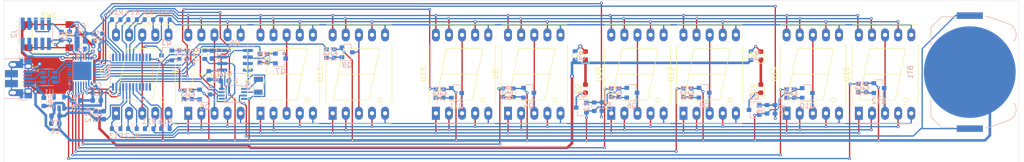
<source format=kicad_pcb>
(kicad_pcb (version 20171130) (host pcbnew 5.1.8+dfsg1-1+b1)
  (layers (0 F.Cu signal) (31 B.Cu signal) (34 B.Paste user) (35 F.Paste user) (36 B.SilkS user) (37 F.SilkS user) (38 B.Mask user) (39 F.Mask user) (44 Edge.Cuts user))
  (net 0 "")
  (net 1 "Net-(BT1-Pad1)")
  (net 2 GND)
  (net 3 +3V3)
  (net 4 /MC_RST)
  (net 5 +5V)
  (net 6 "Net-(C9-Pad2)")
  (net 7 "Net-(D1-Pad2)")
  (net 8 "Net-(D1-Pad1)")
  (net 9 "Net-(D2-Pad1)")
  (net 10 "Net-(D3-Pad2)")
  (net 11 "Net-(D3-Pad1)")
  (net 12 "Net-(D4-Pad1)")
  (net 13 "Net-(FB1-Pad2)")
  (net 14 "Net-(J1-Pad4)")
  (net 15 "Net-(J1-Pad3)")
  (net 16 "Net-(J1-Pad2)")
  (net 17 "Net-(Q1-Pad1)")
  (net 18 "Net-(Q2-Pad1)")
  (net 19 "Net-(Q3-Pad3)")
  (net 20 "Net-(Q3-Pad1)")
  (net 21 "Net-(Q4-Pad3)")
  (net 22 "Net-(Q4-Pad1)")
  (net 23 "Net-(Q5-Pad3)")
  (net 24 "Net-(Q5-Pad1)")
  (net 25 "Net-(Q6-Pad3)")
  (net 26 "Net-(Q6-Pad1)")
  (net 27 "Net-(Q7-Pad3)")
  (net 28 "Net-(Q7-Pad1)")
  (net 29 "Net-(Q8-Pad3)")
  (net 30 "Net-(Q8-Pad1)")
  (net 31 "Net-(Q9-Pad3)")
  (net 32 "Net-(Q9-Pad1)")
  (net 33 "Net-(Q10-Pad3)")
  (net 34 "Net-(Q10-Pad1)")
  (net 35 "Net-(Q11-Pad3)")
  (net 36 "Net-(Q11-Pad1)")
  (net 37 "Net-(Q12-Pad3)")
  (net 38 "Net-(Q12-Pad1)")
  (net 39 /DT1)
  (net 40 /DT2)
  (net 41 "Net-(R8-Pad2)")
  (net 42 /Displays/SEGA)
  (net 43 /Displays/SEGB)
  (net 44 /Displays/SEGC)
  (net 45 /Displays/SEGD)
  (net 46 /Displays/SEGE)
  (net 47 /Displays/SEGF)
  (net 48 /Displays/SEGG)
  (net 49 /Displays/SEGDP)
  (net 50 /CH1)
  (net 51 /CH6)
  (net 52 /CH2)
  (net 53 /CH7)
  (net 54 /CH3)
  (net 55 /CH8)
  (net 56 /CH4)
  (net 57 /CH9)
  (net 58 /CH5)
  (net 59 /CH10)
  (net 60 /USB_P)
  (net 61 /USB_N)
  (net 62 "Net-(U2-Pad4)")
  (net 63 /SWDIO)
  (net 64 /SWCLK)
  (net 65 "Net-(U3-Pad27)")
  (net 66 "Net-(U3-Pad25)")
  (net 67 /SCL)
  (net 68 /SDA)
  (net 69 /CLKI)
  (net 70 "Net-(U4-Pad2)")
  (net 71 "Net-(U4-Pad1)")
  (net 72 "Net-(U5-Pad16)")
  (net 73 "Net-(U5-Pad15)")
  (net 74 "Net-(U5-Pad14)")
  (net 75 "Net-(U5-Pad13)")
  (net 76 "Net-(U5-Pad1)")
  (net 77 /Displays/SEG_A)
  (net 78 /Displays/SEG_B)
  (net 79 /Displays/SEG_C)
  (net 80 /Displays/SEG_D)
  (net 81 /Displays/SEG_E)
  (net 82 /Displays/SEG_F)
  (net 83 /Displays/SEG_G)
  (net 84 /Displays/SEG_DP)
  (net 85 "Net-(U3-Pad22)")
  (net 86 "Net-(U3-Pad21)")
  (net 87 "Net-(U3-Pad20)")
  (net 88 "Net-(U3-Pad19)")
  (net 89 "Net-(U3-Pad18)")
  (net 90 "Net-(J2-Pad8)")
  (net 91 "Net-(J2-Pad7)")
  (net 92 "Net-(J2-Pad6)")
  (net 93 "Net-(J2-Pad1)")
  (net 94 "Net-(U5-Pad11)")
  (net 95 "Net-(U5-Pad10)")
  (net 96 "Net-(U5-Pad9)")
  (net 97 "Net-(U5-Pad8)")
  (module Battery:BatteryHolder_Keystone_3034_1x20mm (layer B.Cu) (at 242.5 127 270)
    (fp_text reference BT1 (at 0 11.5 90) (layer B.SilkS) (effects (justify mirror)))
    (fp_text value CR2032)
    (pad 1 smd rect (at -10.985 0 270) (size 1.27 5.08) (layers B.Cu B.Paste B.Mask) (net 1 "Net-(BT1-Pad1)"))
    (pad 1 smd rect (at 10.985 0 270) (size 1.27 5.08) (layers B.Cu B.Paste B.Mask) (net 1 "Net-(BT1-Pad1)"))
    (pad 2 smd circle (at 0 0 270) (size 17.8 17.8) (layers B.Cu B.Mask) (net 2 GND))
  )
  (module Display_7Segment:7SegmentLED_LTS6760_LTS6780 (layer F.Cu) (at 77 135 90)
    (fp_text reference U7 (at 7.62 -2.42 90) (layer F.SilkS))
    (fp_text value KCSC02-105)
    (pad 1 thru_hole rect (at 0 0) (size 1.524 2.524) (drill 0.8) (layers *.Cu *.Mask) (net 46 /Displays/SEGE))
    (pad 2 thru_hole oval (at 0 2.54) (size 1.524 2.524) (drill 0.8) (layers *.Cu *.Mask) (net 45 /Displays/SEGD))
    (pad 3 thru_hole oval (at 0 5.08) (size 1.524 2.524) (drill 0.8) (layers *.Cu *.Mask) (net 19 "Net-(Q3-Pad3)"))
    (pad 4 thru_hole oval (at 0 7.62) (size 1.524 2.524) (drill 0.8) (layers *.Cu *.Mask) (net 44 /Displays/SEGC))
    (pad 5 thru_hole oval (at 0 10.16) (size 1.524 2.524) (drill 0.8) (layers *.Cu *.Mask) (net 49 /Displays/SEGDP))
    (pad 6 thru_hole oval (at 15.24 10.16) (size 1.524 2.524) (drill 0.8) (layers *.Cu *.Mask) (net 43 /Displays/SEGB))
    (pad 7 thru_hole oval (at 15.24 7.62) (size 1.524 2.524) (drill 0.8) (layers *.Cu *.Mask) (net 42 /Displays/SEGA))
    (pad 8 thru_hole oval (at 15.24 5.08) (size 1.524 2.524) (drill 0.8) (layers *.Cu *.Mask) (net 19 "Net-(Q3-Pad3)"))
    (pad 9 thru_hole oval (at 15.24 2.54) (size 1.524 2.524) (drill 0.8) (layers *.Cu *.Mask) (net 47 /Displays/SEGF))
    (pad 10 thru_hole oval (at 15.24 0) (size 1.524 2.524) (drill 0.8) (layers *.Cu *.Mask) (net 48 /Displays/SEGG))
  )
  (module Connector_PinHeader_1.27mm:PinHeader_2x05_P1.27mm_Vertical_SMD (layer B.Cu) (at 61.46 119.55 270)
    (fp_text reference J2 (at 0 4.235 90) (layer B.SilkS) (effects (justify mirror)))
    (fp_text value CORTEX)
    (pad 10 smd rect (at 1.95 -2.54 270) (size 2.4 0.74) (layers B.Cu B.Paste B.Mask) (net 4 /MC_RST))
    (pad 9 smd rect (at -1.95 -2.54 270) (size 2.4 0.74) (layers B.Cu B.Paste B.Mask) (net 2 GND))
    (pad 8 smd rect (at 1.95 -1.27 270) (size 2.4 0.74) (layers B.Cu B.Paste B.Mask) (net 90 "Net-(J2-Pad8)"))
    (pad 7 smd rect (at -1.95 -1.27 270) (size 2.4 0.74) (layers B.Cu B.Paste B.Mask) (net 91 "Net-(J2-Pad7)"))
    (pad 6 smd rect (at 1.95 0 270) (size 2.4 0.74) (layers B.Cu B.Paste B.Mask) (net 92 "Net-(J2-Pad6)"))
    (pad 5 smd rect (at -1.95 0 270) (size 2.4 0.74) (layers B.Cu B.Paste B.Mask) (net 2 GND))
    (pad 4 smd rect (at 1.95 1.27 270) (size 2.4 0.74) (layers B.Cu B.Paste B.Mask) (net 64 /SWCLK))
    (pad 3 smd rect (at -1.95 1.27 270) (size 2.4 0.74) (layers B.Cu B.Paste B.Mask) (net 2 GND))
    (pad 2 smd rect (at 1.95 2.54 270) (size 2.4 0.74) (layers B.Cu B.Paste B.Mask) (net 63 /SWDIO))
    (pad 1 smd rect (at -1.95 2.54 270) (size 2.4 0.74) (layers B.Cu B.Paste B.Mask) (net 93 "Net-(J2-Pad1)"))
  )
  (module Resistor_SMD:R_0603_1608Metric (layer B.Cu) (at 95 127.625 90)
    (fp_text reference R38 (at 0 1.43 90) (layer B.SilkS) (effects (justify mirror)))
    (fp_text value 2.2k)
    (pad 2 smd roundrect (at 0.825 0 90) (size 0.8 0.95) (layers B.Cu B.Paste B.Mask) (net 68 /SDA))
    (pad 1 smd roundrect (at -0.825 0 90) (size 0.8 0.95) (layers B.Cu B.Paste B.Mask) (net 3 +3V3))
  )
  (module Resistor_SMD:R_0603_1608Metric (layer B.Cu) (at 94.2 123.6 270)
    (fp_text reference R37 (at 0 1.43 90) (layer B.SilkS) (effects (justify mirror)))
    (fp_text value 2.2k)
    (pad 2 smd roundrect (at 0.825 0 270) (size 0.8 0.95) (layers B.Cu B.Paste B.Mask) (net 67 /SCL))
    (pad 1 smd roundrect (at -0.825 0 270) (size 0.8 0.95) (layers B.Cu B.Paste B.Mask) (net 3 +3V3))
  )
  (module Crystal:Crystal_SMD_MicroCrystal_CC7V-T1A-2Pin_3.2x1.5mm (layer B.Cu) (at 104.6 129.65 270)
    (fp_text reference Y1 (at 0 1.95 90) (layer B.SilkS) (effects (justify mirror)))
    (fp_text value 32.768k)
    (pad 2 smd rect (at 1.25 0 270) (size 1 1.8) (layers B.Cu B.Paste B.Mask) (net 70 "Net-(U4-Pad2)"))
    (pad 1 smd rect (at -1.25 0 270) (size 1 1.8) (layers B.Cu B.Paste B.Mask) (net 71 "Net-(U4-Pad1)"))
  )
  (module Display_7Segment:7SegmentLED_LTS6760_LTS6780 (layer F.Cu) (at 221 135 90)
    (fp_text reference U16 (at 7.62 -2.42 90) (layer F.SilkS))
    (fp_text value KCSC02-105)
    (pad 1 thru_hole rect (at 0 0) (size 1.524 2.524) (drill 0.8) (layers *.Cu *.Mask) (net 46 /Displays/SEGE))
    (pad 2 thru_hole oval (at 0 2.54) (size 1.524 2.524) (drill 0.8) (layers *.Cu *.Mask) (net 45 /Displays/SEGD))
    (pad 3 thru_hole oval (at 0 5.08) (size 1.524 2.524) (drill 0.8) (layers *.Cu *.Mask) (net 37 "Net-(Q12-Pad3)"))
    (pad 4 thru_hole oval (at 0 7.62) (size 1.524 2.524) (drill 0.8) (layers *.Cu *.Mask) (net 44 /Displays/SEGC))
    (pad 5 thru_hole oval (at 0 10.16) (size 1.524 2.524) (drill 0.8) (layers *.Cu *.Mask) (net 49 /Displays/SEGDP))
    (pad 6 thru_hole oval (at 15.24 10.16) (size 1.524 2.524) (drill 0.8) (layers *.Cu *.Mask) (net 43 /Displays/SEGB))
    (pad 7 thru_hole oval (at 15.24 7.62) (size 1.524 2.524) (drill 0.8) (layers *.Cu *.Mask) (net 42 /Displays/SEGA))
    (pad 8 thru_hole oval (at 15.24 5.08) (size 1.524 2.524) (drill 0.8) (layers *.Cu *.Mask) (net 37 "Net-(Q12-Pad3)"))
    (pad 9 thru_hole oval (at 15.24 2.54) (size 1.524 2.524) (drill 0.8) (layers *.Cu *.Mask) (net 47 /Displays/SEGF))
    (pad 10 thru_hole oval (at 15.24 0) (size 1.524 2.524) (drill 0.8) (layers *.Cu *.Mask) (net 48 /Displays/SEGG))
  )
  (module Display_7Segment:7SegmentLED_LTS6760_LTS6780 (layer F.Cu) (at 139 135 90)
    (fp_text reference U15 (at 7.62 -2.42 90) (layer F.SilkS))
    (fp_text value KCSC02-105)
    (pad 1 thru_hole rect (at 0 0) (size 1.524 2.524) (drill 0.8) (layers *.Cu *.Mask) (net 46 /Displays/SEGE))
    (pad 2 thru_hole oval (at 0 2.54) (size 1.524 2.524) (drill 0.8) (layers *.Cu *.Mask) (net 45 /Displays/SEGD))
    (pad 3 thru_hole oval (at 0 5.08) (size 1.524 2.524) (drill 0.8) (layers *.Cu *.Mask) (net 35 "Net-(Q11-Pad3)"))
    (pad 4 thru_hole oval (at 0 7.62) (size 1.524 2.524) (drill 0.8) (layers *.Cu *.Mask) (net 44 /Displays/SEGC))
    (pad 5 thru_hole oval (at 0 10.16) (size 1.524 2.524) (drill 0.8) (layers *.Cu *.Mask) (net 49 /Displays/SEGDP))
    (pad 6 thru_hole oval (at 15.24 10.16) (size 1.524 2.524) (drill 0.8) (layers *.Cu *.Mask) (net 43 /Displays/SEGB))
    (pad 7 thru_hole oval (at 15.24 7.62) (size 1.524 2.524) (drill 0.8) (layers *.Cu *.Mask) (net 42 /Displays/SEGA))
    (pad 8 thru_hole oval (at 15.24 5.08) (size 1.524 2.524) (drill 0.8) (layers *.Cu *.Mask) (net 35 "Net-(Q11-Pad3)"))
    (pad 9 thru_hole oval (at 15.24 2.54) (size 1.524 2.524) (drill 0.8) (layers *.Cu *.Mask) (net 47 /Displays/SEGF))
    (pad 10 thru_hole oval (at 15.24 0) (size 1.524 2.524) (drill 0.8) (layers *.Cu *.Mask) (net 48 /Displays/SEGG))
  )
  (module Display_7Segment:7SegmentLED_LTS6760_LTS6780 (layer F.Cu) (at 207 135 90)
    (fp_text reference U14 (at 7.62 -2.42 90) (layer F.SilkS))
    (fp_text value KCSC02-105)
    (pad 1 thru_hole rect (at 0 0) (size 1.524 2.524) (drill 0.8) (layers *.Cu *.Mask) (net 46 /Displays/SEGE))
    (pad 2 thru_hole oval (at 0 2.54) (size 1.524 2.524) (drill 0.8) (layers *.Cu *.Mask) (net 45 /Displays/SEGD))
    (pad 3 thru_hole oval (at 0 5.08) (size 1.524 2.524) (drill 0.8) (layers *.Cu *.Mask) (net 33 "Net-(Q10-Pad3)"))
    (pad 4 thru_hole oval (at 0 7.62) (size 1.524 2.524) (drill 0.8) (layers *.Cu *.Mask) (net 44 /Displays/SEGC))
    (pad 5 thru_hole oval (at 0 10.16) (size 1.524 2.524) (drill 0.8) (layers *.Cu *.Mask) (net 49 /Displays/SEGDP))
    (pad 6 thru_hole oval (at 15.24 10.16) (size 1.524 2.524) (drill 0.8) (layers *.Cu *.Mask) (net 43 /Displays/SEGB))
    (pad 7 thru_hole oval (at 15.24 7.62) (size 1.524 2.524) (drill 0.8) (layers *.Cu *.Mask) (net 42 /Displays/SEGA))
    (pad 8 thru_hole oval (at 15.24 5.08) (size 1.524 2.524) (drill 0.8) (layers *.Cu *.Mask) (net 33 "Net-(Q10-Pad3)"))
    (pad 9 thru_hole oval (at 15.24 2.54) (size 1.524 2.524) (drill 0.8) (layers *.Cu *.Mask) (net 47 /Displays/SEGF))
    (pad 10 thru_hole oval (at 15.24 0) (size 1.524 2.524) (drill 0.8) (layers *.Cu *.Mask) (net 48 /Displays/SEGG))
  )
  (module Display_7Segment:7SegmentLED_LTS6760_LTS6780 (layer F.Cu) (at 119 135 90)
    (fp_text reference U13 (at 7.62 -2.42 90) (layer F.SilkS))
    (fp_text value KCSC02-105)
    (pad 1 thru_hole rect (at 0 0) (size 1.524 2.524) (drill 0.8) (layers *.Cu *.Mask) (net 46 /Displays/SEGE))
    (pad 2 thru_hole oval (at 0 2.54) (size 1.524 2.524) (drill 0.8) (layers *.Cu *.Mask) (net 45 /Displays/SEGD))
    (pad 3 thru_hole oval (at 0 5.08) (size 1.524 2.524) (drill 0.8) (layers *.Cu *.Mask) (net 31 "Net-(Q9-Pad3)"))
    (pad 4 thru_hole oval (at 0 7.62) (size 1.524 2.524) (drill 0.8) (layers *.Cu *.Mask) (net 44 /Displays/SEGC))
    (pad 5 thru_hole oval (at 0 10.16) (size 1.524 2.524) (drill 0.8) (layers *.Cu *.Mask) (net 49 /Displays/SEGDP))
    (pad 6 thru_hole oval (at 15.24 10.16) (size 1.524 2.524) (drill 0.8) (layers *.Cu *.Mask) (net 43 /Displays/SEGB))
    (pad 7 thru_hole oval (at 15.24 7.62) (size 1.524 2.524) (drill 0.8) (layers *.Cu *.Mask) (net 42 /Displays/SEGA))
    (pad 8 thru_hole oval (at 15.24 5.08) (size 1.524 2.524) (drill 0.8) (layers *.Cu *.Mask) (net 31 "Net-(Q9-Pad3)"))
    (pad 9 thru_hole oval (at 15.24 2.54) (size 1.524 2.524) (drill 0.8) (layers *.Cu *.Mask) (net 47 /Displays/SEGF))
    (pad 10 thru_hole oval (at 15.24 0) (size 1.524 2.524) (drill 0.8) (layers *.Cu *.Mask) (net 48 /Displays/SEGG))
  )
  (module Display_7Segment:7SegmentLED_LTS6760_LTS6780 (layer F.Cu) (at 187 135 90)
    (fp_text reference U12 (at 7.62 -2.42 90) (layer F.SilkS))
    (fp_text value KCSC02-105)
    (pad 1 thru_hole rect (at 0 0) (size 1.524 2.524) (drill 0.8) (layers *.Cu *.Mask) (net 46 /Displays/SEGE))
    (pad 2 thru_hole oval (at 0 2.54) (size 1.524 2.524) (drill 0.8) (layers *.Cu *.Mask) (net 45 /Displays/SEGD))
    (pad 3 thru_hole oval (at 0 5.08) (size 1.524 2.524) (drill 0.8) (layers *.Cu *.Mask) (net 29 "Net-(Q8-Pad3)"))
    (pad 4 thru_hole oval (at 0 7.62) (size 1.524 2.524) (drill 0.8) (layers *.Cu *.Mask) (net 44 /Displays/SEGC))
    (pad 5 thru_hole oval (at 0 10.16) (size 1.524 2.524) (drill 0.8) (layers *.Cu *.Mask) (net 49 /Displays/SEGDP))
    (pad 6 thru_hole oval (at 15.24 10.16) (size 1.524 2.524) (drill 0.8) (layers *.Cu *.Mask) (net 43 /Displays/SEGB))
    (pad 7 thru_hole oval (at 15.24 7.62) (size 1.524 2.524) (drill 0.8) (layers *.Cu *.Mask) (net 42 /Displays/SEGA))
    (pad 8 thru_hole oval (at 15.24 5.08) (size 1.524 2.524) (drill 0.8) (layers *.Cu *.Mask) (net 29 "Net-(Q8-Pad3)"))
    (pad 9 thru_hole oval (at 15.24 2.54) (size 1.524 2.524) (drill 0.8) (layers *.Cu *.Mask) (net 47 /Displays/SEGF))
    (pad 10 thru_hole oval (at 15.24 0) (size 1.524 2.524) (drill 0.8) (layers *.Cu *.Mask) (net 48 /Displays/SEGG))
  )
  (module Display_7Segment:7SegmentLED_LTS6760_LTS6780 (layer F.Cu) (at 105 135 90)
    (fp_text reference U11 (at 7.62 -2.42 90) (layer F.SilkS))
    (fp_text value KCSC02-105)
    (pad 1 thru_hole rect (at 0 0) (size 1.524 2.524) (drill 0.8) (layers *.Cu *.Mask) (net 46 /Displays/SEGE))
    (pad 2 thru_hole oval (at 0 2.54) (size 1.524 2.524) (drill 0.8) (layers *.Cu *.Mask) (net 45 /Displays/SEGD))
    (pad 3 thru_hole oval (at 0 5.08) (size 1.524 2.524) (drill 0.8) (layers *.Cu *.Mask) (net 27 "Net-(Q7-Pad3)"))
    (pad 4 thru_hole oval (at 0 7.62) (size 1.524 2.524) (drill 0.8) (layers *.Cu *.Mask) (net 44 /Displays/SEGC))
    (pad 5 thru_hole oval (at 0 10.16) (size 1.524 2.524) (drill 0.8) (layers *.Cu *.Mask) (net 49 /Displays/SEGDP))
    (pad 6 thru_hole oval (at 15.24 10.16) (size 1.524 2.524) (drill 0.8) (layers *.Cu *.Mask) (net 43 /Displays/SEGB))
    (pad 7 thru_hole oval (at 15.24 7.62) (size 1.524 2.524) (drill 0.8) (layers *.Cu *.Mask) (net 42 /Displays/SEGA))
    (pad 8 thru_hole oval (at 15.24 5.08) (size 1.524 2.524) (drill 0.8) (layers *.Cu *.Mask) (net 27 "Net-(Q7-Pad3)"))
    (pad 9 thru_hole oval (at 15.24 2.54) (size 1.524 2.524) (drill 0.8) (layers *.Cu *.Mask) (net 47 /Displays/SEGF))
    (pad 10 thru_hole oval (at 15.24 0) (size 1.524 2.524) (drill 0.8) (layers *.Cu *.Mask) (net 48 /Displays/SEGG))
  )
  (module Display_7Segment:7SegmentLED_LTS6760_LTS6780 (layer F.Cu) (at 173 135 90)
    (fp_text reference U10 (at 7.62 -2.42 90) (layer F.SilkS))
    (fp_text value KCSC02-105)
    (pad 1 thru_hole rect (at 0 0) (size 1.524 2.524) (drill 0.8) (layers *.Cu *.Mask) (net 46 /Displays/SEGE))
    (pad 2 thru_hole oval (at 0 2.54) (size 1.524 2.524) (drill 0.8) (layers *.Cu *.Mask) (net 45 /Displays/SEGD))
    (pad 3 thru_hole oval (at 0 5.08) (size 1.524 2.524) (drill 0.8) (layers *.Cu *.Mask) (net 25 "Net-(Q6-Pad3)"))
    (pad 4 thru_hole oval (at 0 7.62) (size 1.524 2.524) (drill 0.8) (layers *.Cu *.Mask) (net 44 /Displays/SEGC))
    (pad 5 thru_hole oval (at 0 10.16) (size 1.524 2.524) (drill 0.8) (layers *.Cu *.Mask) (net 49 /Displays/SEGDP))
    (pad 6 thru_hole oval (at 15.24 10.16) (size 1.524 2.524) (drill 0.8) (layers *.Cu *.Mask) (net 43 /Displays/SEGB))
    (pad 7 thru_hole oval (at 15.24 7.62) (size 1.524 2.524) (drill 0.8) (layers *.Cu *.Mask) (net 42 /Displays/SEGA))
    (pad 8 thru_hole oval (at 15.24 5.08) (size 1.524 2.524) (drill 0.8) (layers *.Cu *.Mask) (net 25 "Net-(Q6-Pad3)"))
    (pad 9 thru_hole oval (at 15.24 2.54) (size 1.524 2.524) (drill 0.8) (layers *.Cu *.Mask) (net 47 /Displays/SEGF))
    (pad 10 thru_hole oval (at 15.24 0) (size 1.524 2.524) (drill 0.8) (layers *.Cu *.Mask) (net 48 /Displays/SEGG))
  )
  (module Display_7Segment:7SegmentLED_LTS6760_LTS6780 (layer F.Cu) (at 91 135 90)
    (fp_text reference U9 (at 7.62 -2.42 90) (layer F.SilkS))
    (fp_text value KCSC02-105)
    (pad 1 thru_hole rect (at 0 0) (size 1.524 2.524) (drill 0.8) (layers *.Cu *.Mask) (net 46 /Displays/SEGE))
    (pad 2 thru_hole oval (at 0 2.54) (size 1.524 2.524) (drill 0.8) (layers *.Cu *.Mask) (net 45 /Displays/SEGD))
    (pad 3 thru_hole oval (at 0 5.08) (size 1.524 2.524) (drill 0.8) (layers *.Cu *.Mask) (net 23 "Net-(Q5-Pad3)"))
    (pad 4 thru_hole oval (at 0 7.62) (size 1.524 2.524) (drill 0.8) (layers *.Cu *.Mask) (net 44 /Displays/SEGC))
    (pad 5 thru_hole oval (at 0 10.16) (size 1.524 2.524) (drill 0.8) (layers *.Cu *.Mask) (net 49 /Displays/SEGDP))
    (pad 6 thru_hole oval (at 15.24 10.16) (size 1.524 2.524) (drill 0.8) (layers *.Cu *.Mask) (net 43 /Displays/SEGB))
    (pad 7 thru_hole oval (at 15.24 7.62) (size 1.524 2.524) (drill 0.8) (layers *.Cu *.Mask) (net 42 /Displays/SEGA))
    (pad 8 thru_hole oval (at 15.24 5.08) (size 1.524 2.524) (drill 0.8) (layers *.Cu *.Mask) (net 23 "Net-(Q5-Pad3)"))
    (pad 9 thru_hole oval (at 15.24 2.54) (size 1.524 2.524) (drill 0.8) (layers *.Cu *.Mask) (net 47 /Displays/SEGF))
    (pad 10 thru_hole oval (at 15.24 0) (size 1.524 2.524) (drill 0.8) (layers *.Cu *.Mask) (net 48 /Displays/SEGG))
  )
  (module Display_7Segment:7SegmentLED_LTS6760_LTS6780 (layer F.Cu) (at 153 135 90)
    (fp_text reference U8 (at 7.62 -2.42 90) (layer F.SilkS))
    (fp_text value KCSC02-105)
    (pad 1 thru_hole rect (at 0 0) (size 1.524 2.524) (drill 0.8) (layers *.Cu *.Mask) (net 46 /Displays/SEGE))
    (pad 2 thru_hole oval (at 0 2.54) (size 1.524 2.524) (drill 0.8) (layers *.Cu *.Mask) (net 45 /Displays/SEGD))
    (pad 3 thru_hole oval (at 0 5.08) (size 1.524 2.524) (drill 0.8) (layers *.Cu *.Mask) (net 21 "Net-(Q4-Pad3)"))
    (pad 4 thru_hole oval (at 0 7.62) (size 1.524 2.524) (drill 0.8) (layers *.Cu *.Mask) (net 44 /Displays/SEGC))
    (pad 5 thru_hole oval (at 0 10.16) (size 1.524 2.524) (drill 0.8) (layers *.Cu *.Mask) (net 49 /Displays/SEGDP))
    (pad 6 thru_hole oval (at 15.24 10.16) (size 1.524 2.524) (drill 0.8) (layers *.Cu *.Mask) (net 43 /Displays/SEGB))
    (pad 7 thru_hole oval (at 15.24 7.62) (size 1.524 2.524) (drill 0.8) (layers *.Cu *.Mask) (net 42 /Displays/SEGA))
    (pad 8 thru_hole oval (at 15.24 5.08) (size 1.524 2.524) (drill 0.8) (layers *.Cu *.Mask) (net 21 "Net-(Q4-Pad3)"))
    (pad 9 thru_hole oval (at 15.24 2.54) (size 1.524 2.524) (drill 0.8) (layers *.Cu *.Mask) (net 47 /Displays/SEGF))
    (pad 10 thru_hole oval (at 15.24 0) (size 1.524 2.524) (drill 0.8) (layers *.Cu *.Mask) (net 48 /Displays/SEGG))
  )
  (module Package_SO:SOIC-8_3.9x4.9mm_P1.27mm (layer B.Cu) (at 100.075 124.695 180)
    (fp_text reference U6 (at 0 3.4) (layer B.SilkS) (effects (justify mirror)))
    (fp_text value AT24CS01-SSHM)
    (pad 8 smd roundrect (at 2.475 1.905 180) (size 1.95 0.6) (layers B.Cu B.Paste B.Mask) (net 3 +3V3))
    (pad 7 smd roundrect (at 2.475 0.635 180) (size 1.95 0.6) (layers B.Cu B.Paste B.Mask) (net 2 GND))
    (pad 6 smd roundrect (at 2.475 -0.635 180) (size 1.95 0.6) (layers B.Cu B.Paste B.Mask) (net 67 /SCL))
    (pad 5 smd roundrect (at 2.475 -1.905 180) (size 1.95 0.6) (layers B.Cu B.Paste B.Mask) (net 68 /SDA))
    (pad 4 smd roundrect (at -2.475 -1.905 180) (size 1.95 0.6) (layers B.Cu B.Paste B.Mask) (net 2 GND))
    (pad 3 smd roundrect (at -2.475 -0.635 180) (size 1.95 0.6) (layers B.Cu B.Paste B.Mask) (net 2 GND))
    (pad 2 smd roundrect (at -2.475 0.635 180) (size 1.95 0.6) (layers B.Cu B.Paste B.Mask) (net 2 GND))
    (pad 1 smd roundrect (at -2.475 1.905 180) (size 1.95 0.6) (layers B.Cu B.Paste B.Mask) (net 2 GND))
  )
  (module Package_SO:TSSOP-24_4.4x7.8mm_P0.65mm (layer B.Cu) (at 80 127 270)
    (fp_text reference U5 (at 0 4.85 90) (layer B.SilkS) (effects (justify mirror)))
    (fp_text value TCA6416APWR)
    (pad 24 smd roundrect (at 2.8625 3.575 270) (size 1.475 0.4) (layers B.Cu B.Paste B.Mask) (net 5 +5V))
    (pad 23 smd roundrect (at 2.8625 2.925 270) (size 1.475 0.4) (layers B.Cu B.Paste B.Mask) (net 68 /SDA))
    (pad 22 smd roundrect (at 2.8625 2.275 270) (size 1.475 0.4) (layers B.Cu B.Paste B.Mask) (net 67 /SCL))
    (pad 21 smd roundrect (at 2.8625 1.625 270) (size 1.475 0.4) (layers B.Cu B.Paste B.Mask) (net 2 GND))
    (pad 20 smd roundrect (at 2.8625 0.975 270) (size 1.475 0.4) (layers B.Cu B.Paste B.Mask) (net 81 /Displays/SEG_E))
    (pad 19 smd roundrect (at 2.8625 0.325 270) (size 1.475 0.4) (layers B.Cu B.Paste B.Mask) (net 80 /Displays/SEG_D))
    (pad 18 smd roundrect (at 2.8625 -0.325 270) (size 1.475 0.4) (layers B.Cu B.Paste B.Mask) (net 79 /Displays/SEG_C))
    (pad 17 smd roundrect (at 2.8625 -0.975 270) (size 1.475 0.4) (layers B.Cu B.Paste B.Mask) (net 84 /Displays/SEG_DP))
    (pad 16 smd roundrect (at 2.8625 -1.625 270) (size 1.475 0.4) (layers B.Cu B.Paste B.Mask) (net 72 "Net-(U5-Pad16)"))
    (pad 15 smd roundrect (at 2.8625 -2.275 270) (size 1.475 0.4) (layers B.Cu B.Paste B.Mask) (net 73 "Net-(U5-Pad15)"))
    (pad 14 smd roundrect (at 2.8625 -2.925 270) (size 1.475 0.4) (layers B.Cu B.Paste B.Mask) (net 74 "Net-(U5-Pad14)"))
    (pad 13 smd roundrect (at 2.8625 -3.575 270) (size 1.475 0.4) (layers B.Cu B.Paste B.Mask) (net 75 "Net-(U5-Pad13)"))
    (pad 12 smd roundrect (at -2.8625 -3.575 270) (size 1.475 0.4) (layers B.Cu B.Paste B.Mask) (net 2 GND))
    (pad 11 smd roundrect (at -2.8625 -2.925 270) (size 1.475 0.4) (layers B.Cu B.Paste B.Mask) (net 94 "Net-(U5-Pad11)"))
    (pad 10 smd roundrect (at -2.8625 -2.275 270) (size 1.475 0.4) (layers B.Cu B.Paste B.Mask) (net 95 "Net-(U5-Pad10)"))
    (pad 9 smd roundrect (at -2.8625 -1.625 270) (size 1.475 0.4) (layers B.Cu B.Paste B.Mask) (net 96 "Net-(U5-Pad9)"))
    (pad 8 smd roundrect (at -2.8625 -0.975 270) (size 1.475 0.4) (layers B.Cu B.Paste B.Mask) (net 97 "Net-(U5-Pad8)"))
    (pad 7 smd roundrect (at -2.8625 -0.325 270) (size 1.475 0.4) (layers B.Cu B.Paste B.Mask) (net 78 /Displays/SEG_B))
    (pad 6 smd roundrect (at -2.8625 0.325 270) (size 1.475 0.4) (layers B.Cu B.Paste B.Mask) (net 77 /Displays/SEG_A))
    (pad 5 smd roundrect (at -2.8625 0.975 270) (size 1.475 0.4) (layers B.Cu B.Paste B.Mask) (net 82 /Displays/SEG_F))
    (pad 4 smd roundrect (at -2.8625 1.625 270) (size 1.475 0.4) (layers B.Cu B.Paste B.Mask) (net 83 /Displays/SEG_G))
    (pad 3 smd roundrect (at -2.8625 2.275 270) (size 1.475 0.4) (layers B.Cu B.Paste B.Mask) (net 41 "Net-(R8-Pad2)"))
    (pad 2 smd roundrect (at -2.8625 2.925 270) (size 1.475 0.4) (layers B.Cu B.Paste B.Mask) (net 3 +3V3))
    (pad 1 smd roundrect (at -2.8625 3.575 270) (size 1.475 0.4) (layers B.Cu B.Paste B.Mask) (net 76 "Net-(U5-Pad1)"))
  )
  (module Package_SO:TSSOP-8_3x3mm_P0.65mm (layer B.Cu) (at 99.65 131.225 180)
    (fp_text reference U4 (at 0 2.55) (layer B.SilkS) (effects (justify mirror)))
    (fp_text value PCF85263ATT)
    (pad 8 smd rect (at 2.15 0.975 180) (size 1.1 0.4) (layers B.Cu B.Paste B.Mask) (net 3 +3V3))
    (pad 7 smd rect (at 2.15 0.325 180) (size 1.1 0.4) (layers B.Cu B.Paste B.Mask) (net 69 /CLKI))
    (pad 6 smd rect (at 2.15 -0.325 180) (size 1.1 0.4) (layers B.Cu B.Paste B.Mask) (net 67 /SCL))
    (pad 5 smd rect (at 2.15 -0.975 180) (size 1.1 0.4) (layers B.Cu B.Paste B.Mask) (net 68 /SDA))
    (pad 4 smd rect (at -2.15 -0.975 180) (size 1.1 0.4) (layers B.Cu B.Paste B.Mask) (net 2 GND))
    (pad 3 smd rect (at -2.15 -0.325 180) (size 1.1 0.4) (layers B.Cu B.Paste B.Mask) (net 1 "Net-(BT1-Pad1)"))
    (pad 2 smd rect (at -2.15 0.325 180) (size 1.1 0.4) (layers B.Cu B.Paste B.Mask) (net 70 "Net-(U4-Pad2)"))
    (pad 1 smd rect (at -2.15 0.975 180) (size 1.1 0.4) (layers B.Cu B.Paste B.Mask) (net 71 "Net-(U4-Pad1)"))
  )
  (module Package_DFN_QFN:QFN-32-1EP_5x5mm_P0.5mm_EP3.6x3.6mm (layer B.Cu) (at 70.45 126.75 180)
    (fp_text reference U3 (at 0 3.8) (layer B.SilkS) (effects (justify mirror)))
    (fp_text value SAMD21Exx)
    (pad 33 smd rect (at 0 0 180) (size 3.6 3.6) (layers B.Cu B.Mask) (net 2 GND))
    (pad 32 smd roundrect (at -1.75 2.45 180) (size 0.25 0.8) (layers B.Cu B.Paste B.Mask) (net 63 /SWDIO))
    (pad 31 smd roundrect (at -1.25 2.45 180) (size 0.25 0.8) (layers B.Cu B.Paste B.Mask) (net 64 /SWCLK))
    (pad 30 smd roundrect (at -0.75 2.45 180) (size 0.25 0.8) (layers B.Cu B.Paste B.Mask) (net 3 +3V3))
    (pad 29 smd roundrect (at -0.25 2.45 180) (size 0.25 0.8) (layers B.Cu B.Paste B.Mask) (net 6 "Net-(C9-Pad2)"))
    (pad 28 smd roundrect (at 0.25 2.45 180) (size 0.25 0.8) (layers B.Cu B.Paste B.Mask) (net 2 GND))
    (pad 27 smd roundrect (at 0.75 2.45 180) (size 0.25 0.8) (layers B.Cu B.Paste B.Mask) (net 65 "Net-(U3-Pad27)"))
    (pad 26 smd roundrect (at 1.25 2.45 180) (size 0.25 0.8) (layers B.Cu B.Paste B.Mask) (net 4 /MC_RST))
    (pad 25 smd roundrect (at 1.75 2.45 180) (size 0.25 0.8) (layers B.Cu B.Paste B.Mask) (net 66 "Net-(U3-Pad25)"))
    (pad 24 smd roundrect (at 2.45 1.75 180) (size 0.8 0.25) (layers B.Cu B.Paste B.Mask) (net 60 /USB_P))
    (pad 23 smd roundrect (at 2.45 1.25 180) (size 0.8 0.25) (layers B.Cu B.Paste B.Mask) (net 61 /USB_N))
    (pad 22 smd roundrect (at 2.45 0.75 180) (size 0.8 0.25) (layers B.Cu B.Paste B.Mask) (net 85 "Net-(U3-Pad22)"))
    (pad 21 smd roundrect (at 2.45 0.25 180) (size 0.8 0.25) (layers B.Cu B.Paste B.Mask) (net 86 "Net-(U3-Pad21)"))
    (pad 20 smd roundrect (at 2.45 -0.25 180) (size 0.8 0.25) (layers B.Cu B.Paste B.Mask) (net 87 "Net-(U3-Pad20)"))
    (pad 19 smd roundrect (at 2.45 -0.75 180) (size 0.8 0.25) (layers B.Cu B.Paste B.Mask) (net 88 "Net-(U3-Pad19)"))
    (pad 18 smd roundrect (at 2.45 -1.25 180) (size 0.8 0.25) (layers B.Cu B.Paste B.Mask) (net 89 "Net-(U3-Pad18)"))
    (pad 17 smd roundrect (at 2.45 -1.75 180) (size 0.8 0.25) (layers B.Cu B.Paste B.Mask) (net 59 /CH10))
    (pad 16 smd roundrect (at 1.75 -2.45 180) (size 0.25 0.8) (layers B.Cu B.Paste B.Mask) (net 57 /CH9))
    (pad 15 smd roundrect (at 1.25 -2.45 180) (size 0.25 0.8) (layers B.Cu B.Paste B.Mask) (net 55 /CH8))
    (pad 14 smd roundrect (at 0.75 -2.45 180) (size 0.25 0.8) (layers B.Cu B.Paste B.Mask) (net 53 /CH7))
    (pad 13 smd roundrect (at 0.25 -2.45 180) (size 0.25 0.8) (layers B.Cu B.Paste B.Mask) (net 51 /CH6))
    (pad 12 smd roundrect (at -0.25 -2.45 180) (size 0.25 0.8) (layers B.Cu B.Paste B.Mask) (net 67 /SCL))
    (pad 11 smd roundrect (at -0.75 -2.45 180) (size 0.25 0.8) (layers B.Cu B.Paste B.Mask) (net 68 /SDA))
    (pad 10 smd roundrect (at -1.25 -2.45 180) (size 0.25 0.8) (layers B.Cu B.Paste B.Mask) (net 2 GND))
    (pad 9 smd roundrect (at -1.75 -2.45 180) (size 0.25 0.8) (layers B.Cu B.Paste B.Mask) (net 3 +3V3))
    (pad 8 smd roundrect (at -2.45 -1.75 180) (size 0.8 0.25) (layers B.Cu B.Paste B.Mask) (net 58 /CH5))
    (pad 7 smd roundrect (at -2.45 -1.25 180) (size 0.8 0.25) (layers B.Cu B.Paste B.Mask) (net 56 /CH4))
    (pad 6 smd roundrect (at -2.45 -0.75 180) (size 0.8 0.25) (layers B.Cu B.Paste B.Mask) (net 54 /CH3))
    (pad 5 smd roundrect (at -2.45 -0.25 180) (size 0.8 0.25) (layers B.Cu B.Paste B.Mask) (net 52 /CH2))
    (pad 4 smd roundrect (at -2.45 0.25 180) (size 0.8 0.25) (layers B.Cu B.Paste B.Mask) (net 50 /CH1))
    (pad 3 smd roundrect (at -2.45 0.75 180) (size 0.8 0.25) (layers B.Cu B.Paste B.Mask) (net 40 /DT2))
    (pad 2 smd roundrect (at -2.45 1.25 180) (size 0.8 0.25) (layers B.Cu B.Paste B.Mask) (net 39 /DT1))
    (pad 1 smd roundrect (at -2.45 1.75 180) (size 0.8 0.25) (layers B.Cu B.Paste B.Mask) (net 69 /CLKI))
  )
  (module Package_TO_SOT_SMD:SOT-23-5 (layer B.Cu) (at 65.95 132.9 90)
    (fp_text reference U2 (at 0 2.9 90) (layer B.SilkS) (effects (justify mirror)))
    (fp_text value AP2112K-3.3)
    (pad 5 smd rect (at 1.1 0.95 90) (size 1.06 0.65) (layers B.Cu B.Paste B.Mask) (net 3 +3V3))
    (pad 4 smd rect (at 1.1 -0.95 90) (size 1.06 0.65) (layers B.Cu B.Paste B.Mask) (net 62 "Net-(U2-Pad4)"))
    (pad 3 smd rect (at -1.1 -0.95 90) (size 1.06 0.65) (layers B.Cu B.Paste B.Mask) (net 5 +5V))
    (pad 2 smd rect (at -1.1 0 90) (size 1.06 0.65) (layers B.Cu B.Paste B.Mask) (net 2 GND))
    (pad 1 smd rect (at -1.1 0.95 90) (size 1.06 0.65) (layers B.Cu B.Paste B.Mask) (net 5 +5V))
  )
  (module Package_TO_SOT_SMD:SOT-23-6 (layer B.Cu) (at 64 128)
    (fp_text reference U1 (at 0 2.9) (layer B.SilkS) (effects (justify mirror)))
    (fp_text value USBLC6-2SC6)
    (pad 5 smd rect (at 1.1 0) (size 1.06 0.65) (layers B.Cu B.Paste B.Mask) (net 13 "Net-(FB1-Pad2)"))
    (pad 6 smd rect (at 1.1 0.95) (size 1.06 0.65) (layers B.Cu B.Paste B.Mask) (net 61 /USB_N))
    (pad 4 smd rect (at 1.1 -0.95) (size 1.06 0.65) (layers B.Cu B.Paste B.Mask) (net 60 /USB_P))
    (pad 3 smd rect (at -1.1 -0.95) (size 1.06 0.65) (layers B.Cu B.Paste B.Mask) (net 15 "Net-(J1-Pad3)"))
    (pad 2 smd rect (at -1.1 0) (size 1.06 0.65) (layers B.Cu B.Paste B.Mask) (net 2 GND))
    (pad 1 smd rect (at -1.1 0.95) (size 1.06 0.65) (layers B.Cu B.Paste B.Mask) (net 16 "Net-(J1-Pad2)"))
  )
  (module Button_Switch_SMD:SW_SPST_PTS645 (layer F.Cu) (at 64 120)
    (fp_text reference SW1 (at 0 -4.05) (layer F.SilkS))
    (fp_text value SW_Push)
    (pad 2 smd rect (at 3.98 2.25) (size 1.55 1.3) (layers F.Cu F.Paste F.Mask) (net 4 /MC_RST))
    (pad 1 smd rect (at 3.98 -2.25) (size 1.55 1.3) (layers F.Cu F.Paste F.Mask) (net 2 GND))
    (pad 1 smd rect (at -3.98 -2.25) (size 1.55 1.3) (layers F.Cu F.Paste F.Mask) (net 2 GND))
    (pad 2 smd rect (at -3.98 2.25) (size 1.55 1.3) (layers F.Cu F.Paste F.Mask) (net 4 /MC_RST))
  )
  (module Resistor_SMD:R_0603_1608Metric (layer B.Cu) (at 222.4 130.1 270)
    (fp_text reference R36 (at 0 1.43 90) (layer B.SilkS) (effects (justify mirror)))
    (fp_text value 10k)
    (pad 2 smd roundrect (at 0.825 0 270) (size 0.8 0.95) (layers B.Cu B.Paste B.Mask) (net 38 "Net-(Q12-Pad1)"))
    (pad 1 smd roundrect (at -0.825 0 270) (size 0.8 0.95) (layers B.Cu B.Paste B.Mask) (net 2 GND))
  )
  (module Resistor_SMD:R_0603_1608Metric (layer B.Cu) (at 140.5 131.175 270)
    (fp_text reference R35 (at 0 1.43 90) (layer B.SilkS) (effects (justify mirror)))
    (fp_text value 10k)
    (pad 2 smd roundrect (at 0.825 0 270) (size 0.8 0.95) (layers B.Cu B.Paste B.Mask) (net 36 "Net-(Q11-Pad1)"))
    (pad 1 smd roundrect (at -0.825 0 270) (size 0.8 0.95) (layers B.Cu B.Paste B.Mask) (net 2 GND))
  )
  (module Resistor_SMD:R_0603_1608Metric (layer B.Cu) (at 220.9 130.1 90)
    (fp_text reference R34 (at 0 1.43 90) (layer B.SilkS) (effects (justify mirror)))
    (fp_text value 200)
    (pad 2 smd roundrect (at 0.825 0 90) (size 0.8 0.95) (layers B.Cu B.Paste B.Mask) (net 59 /CH10))
    (pad 1 smd roundrect (at -0.825 0 90) (size 0.8 0.95) (layers B.Cu B.Paste B.Mask) (net 38 "Net-(Q12-Pad1)"))
  )
  (module Resistor_SMD:R_0603_1608Metric (layer B.Cu) (at 139 131.175 90)
    (fp_text reference R33 (at 0 1.43 90) (layer B.SilkS) (effects (justify mirror)))
    (fp_text value 200)
    (pad 2 smd roundrect (at 0.825 0 90) (size 0.8 0.95) (layers B.Cu B.Paste B.Mask) (net 58 /CH5))
    (pad 1 smd roundrect (at -0.825 0 90) (size 0.8 0.95) (layers B.Cu B.Paste B.Mask) (net 36 "Net-(Q11-Pad1)"))
  )
  (module Resistor_SMD:R_0603_1608Metric (layer B.Cu) (at 208.5 131.175 270)
    (fp_text reference R32 (at 0 1.43 90) (layer B.SilkS) (effects (justify mirror)))
    (fp_text value 10k)
    (pad 2 smd roundrect (at 0.825 0 270) (size 0.8 0.95) (layers B.Cu B.Paste B.Mask) (net 34 "Net-(Q10-Pad1)"))
    (pad 1 smd roundrect (at -0.825 0 270) (size 0.8 0.95) (layers B.Cu B.Paste B.Mask) (net 2 GND))
  )
  (module Resistor_SMD:R_0603_1608Metric (layer B.Cu) (at 119.3 123.4 270)
    (fp_text reference R31 (at 0 1.43 90) (layer B.SilkS) (effects (justify mirror)))
    (fp_text value 10k)
    (pad 2 smd roundrect (at 0.825 0 270) (size 0.8 0.95) (layers B.Cu B.Paste B.Mask) (net 32 "Net-(Q9-Pad1)"))
    (pad 1 smd roundrect (at -0.825 0 270) (size 0.8 0.95) (layers B.Cu B.Paste B.Mask) (net 2 GND))
  )
  (module Resistor_SMD:R_0603_1608Metric (layer B.Cu) (at 207 131.175 90)
    (fp_text reference R30 (at 0 1.43 90) (layer B.SilkS) (effects (justify mirror)))
    (fp_text value 200)
    (pad 2 smd roundrect (at 0.825 0 90) (size 0.8 0.95) (layers B.Cu B.Paste B.Mask) (net 57 /CH9))
    (pad 1 smd roundrect (at -0.825 0 90) (size 0.8 0.95) (layers B.Cu B.Paste B.Mask) (net 34 "Net-(Q10-Pad1)"))
  )
  (module Resistor_SMD:R_0603_1608Metric (layer B.Cu) (at 117.8 123.4 90)
    (fp_text reference R29 (at 0 1.43 90) (layer B.SilkS) (effects (justify mirror)))
    (fp_text value 200)
    (pad 2 smd roundrect (at 0.825 0 90) (size 0.8 0.95) (layers B.Cu B.Paste B.Mask) (net 56 /CH4))
    (pad 1 smd roundrect (at -0.825 0 90) (size 0.8 0.95) (layers B.Cu B.Paste B.Mask) (net 32 "Net-(Q9-Pad1)"))
  )
  (module Resistor_SMD:R_0603_1608Metric (layer B.Cu) (at 188.5 131 270)
    (fp_text reference R28 (at 0 1.43 90) (layer B.SilkS) (effects (justify mirror)))
    (fp_text value 10k)
    (pad 2 smd roundrect (at 0.825 0 270) (size 0.8 0.95) (layers B.Cu B.Paste B.Mask) (net 30 "Net-(Q8-Pad1)"))
    (pad 1 smd roundrect (at -0.825 0 270) (size 0.8 0.95) (layers B.Cu B.Paste B.Mask) (net 2 GND))
  )
  (module Resistor_SMD:R_0603_1608Metric (layer B.Cu) (at 106.4 124.3 270)
    (fp_text reference R27 (at 0 1.43 90) (layer B.SilkS) (effects (justify mirror)))
    (fp_text value 10k)
    (pad 2 smd roundrect (at 0.825 0 270) (size 0.8 0.95) (layers B.Cu B.Paste B.Mask) (net 28 "Net-(Q7-Pad1)"))
    (pad 1 smd roundrect (at -0.825 0 270) (size 0.8 0.95) (layers B.Cu B.Paste B.Mask) (net 2 GND))
  )
  (module Resistor_SMD:R_0603_1608Metric (layer B.Cu) (at 187 131 90)
    (fp_text reference R26 (at 0 1.43 90) (layer B.SilkS) (effects (justify mirror)))
    (fp_text value 200)
    (pad 2 smd roundrect (at 0.825 0 90) (size 0.8 0.95) (layers B.Cu B.Paste B.Mask) (net 55 /CH8))
    (pad 1 smd roundrect (at -0.825 0 90) (size 0.8 0.95) (layers B.Cu B.Paste B.Mask) (net 30 "Net-(Q8-Pad1)"))
  )
  (module Resistor_SMD:R_0603_1608Metric (layer B.Cu) (at 104.9 124.325 90)
    (fp_text reference R25 (at 0 1.43 90) (layer B.SilkS) (effects (justify mirror)))
    (fp_text value 200)
    (pad 2 smd roundrect (at 0.825 0 90) (size 0.8 0.95) (layers B.Cu B.Paste B.Mask) (net 54 /CH3))
    (pad 1 smd roundrect (at -0.825 0 90) (size 0.8 0.95) (layers B.Cu B.Paste B.Mask) (net 28 "Net-(Q7-Pad1)"))
  )
  (module Resistor_SMD:R_0603_1608Metric (layer B.Cu) (at 174.5 131 270)
    (fp_text reference R24 (at 0 1.43 90) (layer B.SilkS) (effects (justify mirror)))
    (fp_text value 10k)
    (pad 2 smd roundrect (at 0.825 0 270) (size 0.8 0.95) (layers B.Cu B.Paste B.Mask) (net 26 "Net-(Q6-Pad1)"))
    (pad 1 smd roundrect (at -0.825 0 270) (size 0.8 0.95) (layers B.Cu B.Paste B.Mask) (net 2 GND))
  )
  (module Resistor_SMD:R_0603_1608Metric (layer B.Cu) (at 91.7 131.4 270)
    (fp_text reference R23 (at 0 1.43 90) (layer B.SilkS) (effects (justify mirror)))
    (fp_text value 10k)
    (pad 2 smd roundrect (at 0.825 0 270) (size 0.8 0.95) (layers B.Cu B.Paste B.Mask) (net 24 "Net-(Q5-Pad1)"))
    (pad 1 smd roundrect (at -0.825 0 270) (size 0.8 0.95) (layers B.Cu B.Paste B.Mask) (net 2 GND))
  )
  (module Resistor_SMD:R_0603_1608Metric (layer B.Cu) (at 173 131 90)
    (fp_text reference R22 (at 0 1.43 90) (layer B.SilkS) (effects (justify mirror)))
    (fp_text value 200)
    (pad 2 smd roundrect (at 0.825 0 90) (size 0.8 0.95) (layers B.Cu B.Paste B.Mask) (net 53 /CH7))
    (pad 1 smd roundrect (at -0.825 0 90) (size 0.8 0.95) (layers B.Cu B.Paste B.Mask) (net 26 "Net-(Q6-Pad1)"))
  )
  (module Resistor_SMD:R_0603_1608Metric (layer B.Cu) (at 90.2 131.4 90)
    (fp_text reference R21 (at 0 1.43 90) (layer B.SilkS) (effects (justify mirror)))
    (fp_text value 200)
    (pad 2 smd roundrect (at 0.825 0 90) (size 0.8 0.95) (layers B.Cu B.Paste B.Mask) (net 52 /CH2))
    (pad 1 smd roundrect (at -0.825 0 90) (size 0.8 0.95) (layers B.Cu B.Paste B.Mask) (net 24 "Net-(Q5-Pad1)"))
  )
  (module Resistor_SMD:R_0603_1608Metric (layer B.Cu) (at 154 131 270)
    (fp_text reference R20 (at 0 1.43 90) (layer B.SilkS) (effects (justify mirror)))
    (fp_text value 10k)
    (pad 2 smd roundrect (at 0.825 0 270) (size 0.8 0.95) (layers B.Cu B.Paste B.Mask) (net 22 "Net-(Q4-Pad1)"))
    (pad 1 smd roundrect (at -0.825 0 270) (size 0.8 0.95) (layers B.Cu B.Paste B.Mask) (net 2 GND))
  )
  (module Resistor_SMD:R_0603_1608Metric (layer B.Cu) (at 89.3 123.625 90)
    (fp_text reference R19 (at 0 1.43 90) (layer B.SilkS) (effects (justify mirror)))
    (fp_text value 10k)
    (pad 2 smd roundrect (at 0.825 0 90) (size 0.8 0.95) (layers B.Cu B.Paste B.Mask) (net 20 "Net-(Q3-Pad1)"))
    (pad 1 smd roundrect (at -0.825 0 90) (size 0.8 0.95) (layers B.Cu B.Paste B.Mask) (net 2 GND))
  )
  (module Resistor_SMD:R_0603_1608Metric (layer B.Cu) (at 152 131 90)
    (fp_text reference R18 (at 0 1.43 90) (layer B.SilkS) (effects (justify mirror)))
    (fp_text value 200)
    (pad 2 smd roundrect (at 0.825 0 90) (size 0.8 0.95) (layers B.Cu B.Paste B.Mask) (net 51 /CH6))
    (pad 1 smd roundrect (at -0.825 0 90) (size 0.8 0.95) (layers B.Cu B.Paste B.Mask) (net 22 "Net-(Q4-Pad1)"))
  )
  (module Resistor_SMD:R_0603_1608Metric (layer B.Cu) (at 90.8 123.625 270)
    (fp_text reference R17 (at 0 1.43 90) (layer B.SilkS) (effects (justify mirror)))
    (fp_text value 200)
    (pad 2 smd roundrect (at 0.825 0 270) (size 0.8 0.95) (layers B.Cu B.Paste B.Mask) (net 50 /CH1))
    (pad 1 smd roundrect (at -0.825 0 270) (size 0.8 0.95) (layers B.Cu B.Paste B.Mask) (net 20 "Net-(Q3-Pad1)"))
  )
  (module Resistor_SMD:R_0603_1608Metric (layer B.Cu) (at 86.575 138 180)
    (fp_text reference R16 (at 0 1.43) (layer B.SilkS) (effects (justify mirror)))
    (fp_text value 390)
    (pad 2 smd roundrect (at 0.825 0 180) (size 0.8 0.95) (layers B.Cu B.Paste B.Mask) (net 84 /Displays/SEG_DP))
    (pad 1 smd roundrect (at -0.825 0 180) (size 0.8 0.95) (layers B.Cu B.Paste B.Mask) (net 49 /Displays/SEGDP))
  )
  (module Resistor_SMD:R_0603_1608Metric (layer B.Cu) (at 77.025 116.8 180)
    (fp_text reference R15 (at 0 1.43) (layer B.SilkS) (effects (justify mirror)))
    (fp_text value 390)
    (pad 2 smd roundrect (at 0.825 0 180) (size 0.8 0.95) (layers B.Cu B.Paste B.Mask) (net 83 /Displays/SEG_G))
    (pad 1 smd roundrect (at -0.825 0 180) (size 0.8 0.95) (layers B.Cu B.Paste B.Mask) (net 48 /Displays/SEGG))
  )
  (module Resistor_SMD:R_0603_1608Metric (layer B.Cu) (at 80.225 116.8 180)
    (fp_text reference R14 (at 0 1.43) (layer B.SilkS) (effects (justify mirror)))
    (fp_text value 390)
    (pad 2 smd roundrect (at 0.825 0 180) (size 0.8 0.95) (layers B.Cu B.Paste B.Mask) (net 82 /Displays/SEG_F))
    (pad 1 smd roundrect (at -0.825 0 180) (size 0.8 0.95) (layers B.Cu B.Paste B.Mask) (net 47 /Displays/SEGF))
  )
  (module Resistor_SMD:R_0603_1608Metric (layer B.Cu) (at 77.025 138)
    (fp_text reference R13 (at 0 1.43) (layer B.SilkS) (effects (justify mirror)))
    (fp_text value 390)
    (pad 2 smd roundrect (at 0.825 0) (size 0.8 0.95) (layers B.Cu B.Paste B.Mask) (net 81 /Displays/SEG_E))
    (pad 1 smd roundrect (at -0.825 0) (size 0.8 0.95) (layers B.Cu B.Paste B.Mask) (net 46 /Displays/SEGE))
  )
  (module Resistor_SMD:R_0603_1608Metric (layer B.Cu) (at 80.175 138)
    (fp_text reference R12 (at 0 1.43) (layer B.SilkS) (effects (justify mirror)))
    (fp_text value 390)
    (pad 2 smd roundrect (at 0.825 0) (size 0.8 0.95) (layers B.Cu B.Paste B.Mask) (net 80 /Displays/SEG_D))
    (pad 1 smd roundrect (at -0.825 0) (size 0.8 0.95) (layers B.Cu B.Paste B.Mask) (net 45 /Displays/SEGD))
  )
  (module Resistor_SMD:R_0603_1608Metric (layer B.Cu) (at 83.425 138 180)
    (fp_text reference R11 (at 0 1.43) (layer B.SilkS) (effects (justify mirror)))
    (fp_text value 390)
    (pad 2 smd roundrect (at 0.825 0 180) (size 0.8 0.95) (layers B.Cu B.Paste B.Mask) (net 79 /Displays/SEG_C))
    (pad 1 smd roundrect (at -0.825 0 180) (size 0.8 0.95) (layers B.Cu B.Paste B.Mask) (net 44 /Displays/SEGC))
  )
  (module Resistor_SMD:R_0603_1608Metric (layer B.Cu) (at 86.575 116.8 180)
    (fp_text reference R10 (at 0 1.43) (layer B.SilkS) (effects (justify mirror)))
    (fp_text value 390)
    (pad 2 smd roundrect (at 0.825 0 180) (size 0.8 0.95) (layers B.Cu B.Paste B.Mask) (net 78 /Displays/SEG_B))
    (pad 1 smd roundrect (at -0.825 0 180) (size 0.8 0.95) (layers B.Cu B.Paste B.Mask) (net 43 /Displays/SEGB))
  )
  (module Resistor_SMD:R_0603_1608Metric (layer B.Cu) (at 83.375 116.8 180)
    (fp_text reference R9 (at 0 1.43) (layer B.SilkS) (effects (justify mirror)))
    (fp_text value 390)
    (pad 2 smd roundrect (at 0.825 0 180) (size 0.8 0.95) (layers B.Cu B.Paste B.Mask) (net 77 /Displays/SEG_A))
    (pad 1 smd roundrect (at -0.825 0 180) (size 0.8 0.95) (layers B.Cu B.Paste B.Mask) (net 42 /Displays/SEGA))
  )
  (module Resistor_SMD:R_0603_1608Metric (layer B.Cu) (at 73.5 119.5)
    (fp_text reference R8 (at 0 1.43) (layer B.SilkS) (effects (justify mirror)))
    (fp_text value 10k)
    (pad 2 smd roundrect (at 0.825 0) (size 0.8 0.95) (layers B.Cu B.Paste B.Mask) (net 41 "Net-(R8-Pad2)"))
    (pad 1 smd roundrect (at -0.825 0) (size 0.8 0.95) (layers B.Cu B.Paste B.Mask) (net 3 +3V3))
  )
  (module Resistor_SMD:R_0603_1608Metric (layer B.Cu) (at 200.1 123.8 90)
    (fp_text reference R7 (at 0 1.43 90) (layer B.SilkS) (effects (justify mirror)))
    (fp_text value 300)
    (pad 2 smd roundrect (at 0.825 0 90) (size 0.8 0.95) (layers B.Cu B.Paste B.Mask) (net 10 "Net-(D3-Pad2)"))
    (pad 1 smd roundrect (at -0.825 0 90) (size 0.8 0.95) (layers B.Cu B.Paste B.Mask) (net 5 +5V))
  )
  (module Resistor_SMD:R_0603_1608Metric (layer B.Cu) (at 203.2 134.225 270)
    (fp_text reference R6 (at 0 1.43 90) (layer B.SilkS) (effects (justify mirror)))
    (fp_text value 10k)
    (pad 2 smd roundrect (at 0.825 0 270) (size 0.8 0.95) (layers B.Cu B.Paste B.Mask) (net 2 GND))
    (pad 1 smd roundrect (at -0.825 0 270) (size 0.8 0.95) (layers B.Cu B.Paste B.Mask) (net 18 "Net-(Q2-Pad1)"))
  )
  (module Resistor_SMD:R_0603_1608Metric (layer B.Cu) (at 204.75 134.225 90)
    (fp_text reference R5 (at 0 1.43 90) (layer B.SilkS) (effects (justify mirror)))
    (fp_text value 300)
    (pad 2 smd roundrect (at 0.825 0 90) (size 0.8 0.95) (layers B.Cu B.Paste B.Mask) (net 18 "Net-(Q2-Pad1)"))
    (pad 1 smd roundrect (at -0.825 0 90) (size 0.8 0.95) (layers B.Cu B.Paste B.Mask) (net 40 /DT2))
  )
  (module Resistor_SMD:R_0603_1608Metric (layer B.Cu) (at 68 119.975 270)
    (fp_text reference R4 (at 0 1.43 90) (layer B.SilkS) (effects (justify mirror)))
    (fp_text value 10k)
    (pad 2 smd roundrect (at 0.825 0 270) (size 0.8 0.95) (layers B.Cu B.Paste B.Mask) (net 4 /MC_RST))
    (pad 1 smd roundrect (at -0.825 0 270) (size 0.8 0.95) (layers B.Cu B.Paste B.Mask) (net 3 +3V3))
  )
  (module Resistor_SMD:R_0603_1608Metric (layer B.Cu) (at 166 123.775 90)
    (fp_text reference R3 (at 0 1.43 90) (layer B.SilkS) (effects (justify mirror)))
    (fp_text value 300)
    (pad 2 smd roundrect (at 0.825 0 90) (size 0.8 0.95) (layers B.Cu B.Paste B.Mask) (net 7 "Net-(D1-Pad2)"))
    (pad 1 smd roundrect (at -0.825 0 90) (size 0.8 0.95) (layers B.Cu B.Paste B.Mask) (net 5 +5V))
  )
  (module Resistor_SMD:R_0603_1608Metric (layer B.Cu) (at 169.7 133.725 270)
    (fp_text reference R2 (at 0 1.43 90) (layer B.SilkS) (effects (justify mirror)))
    (fp_text value 10k)
    (pad 2 smd roundrect (at 0.825 0 270) (size 0.8 0.95) (layers B.Cu B.Paste B.Mask) (net 2 GND))
    (pad 1 smd roundrect (at -0.825 0 270) (size 0.8 0.95) (layers B.Cu B.Paste B.Mask) (net 17 "Net-(Q1-Pad1)"))
  )
  (module Resistor_SMD:R_0603_1608Metric (layer B.Cu) (at 171.2 133.7 90)
    (fp_text reference R1 (at 0 1.43 90) (layer B.SilkS) (effects (justify mirror)))
    (fp_text value 300)
    (pad 2 smd roundrect (at 0.825 0 90) (size 0.8 0.95) (layers B.Cu B.Paste B.Mask) (net 17 "Net-(Q1-Pad1)"))
    (pad 1 smd roundrect (at -0.825 0 90) (size 0.8 0.95) (layers B.Cu B.Paste B.Mask) (net 39 /DT1))
  )
  (module Package_TO_SOT_SMD:SOT-23 (layer B.Cu) (at 224.9 130.1)
    (fp_text reference Q12 (at 0 2.5) (layer B.SilkS) (effects (justify mirror)))
    (fp_text value BSS138)
    (pad 3 smd rect (at 1 0) (size 0.9 0.8) (layers B.Cu B.Paste B.Mask) (net 37 "Net-(Q12-Pad3)"))
    (pad 2 smd rect (at -1 -0.95) (size 0.9 0.8) (layers B.Cu B.Paste B.Mask) (net 2 GND))
    (pad 1 smd rect (at -1 0.95) (size 0.9 0.8) (layers B.Cu B.Paste B.Mask) (net 38 "Net-(Q12-Pad1)"))
  )
  (module Package_TO_SOT_SMD:SOT-23 (layer B.Cu) (at 143 131.05)
    (fp_text reference Q11 (at 0 2.5) (layer B.SilkS) (effects (justify mirror)))
    (fp_text value BSS138)
    (pad 3 smd rect (at 1 0) (size 0.9 0.8) (layers B.Cu B.Paste B.Mask) (net 35 "Net-(Q11-Pad3)"))
    (pad 2 smd rect (at -1 -0.95) (size 0.9 0.8) (layers B.Cu B.Paste B.Mask) (net 2 GND))
    (pad 1 smd rect (at -1 0.95) (size 0.9 0.8) (layers B.Cu B.Paste B.Mask) (net 36 "Net-(Q11-Pad1)"))
  )
  (module Package_TO_SOT_SMD:SOT-23 (layer B.Cu) (at 211 131.05)
    (fp_text reference Q10 (at 0 2.5) (layer B.SilkS) (effects (justify mirror)))
    (fp_text value BSS138)
    (pad 3 smd rect (at 1 0) (size 0.9 0.8) (layers B.Cu B.Paste B.Mask) (net 33 "Net-(Q10-Pad3)"))
    (pad 2 smd rect (at -1 -0.95) (size 0.9 0.8) (layers B.Cu B.Paste B.Mask) (net 2 GND))
    (pad 1 smd rect (at -1 0.95) (size 0.9 0.8) (layers B.Cu B.Paste B.Mask) (net 34 "Net-(Q10-Pad1)"))
  )
  (module Package_TO_SOT_SMD:SOT-23 (layer B.Cu) (at 121.8 123.15)
    (fp_text reference Q9 (at 0 2.5) (layer B.SilkS) (effects (justify mirror)))
    (fp_text value BSS138)
    (pad 3 smd rect (at 1 0) (size 0.9 0.8) (layers B.Cu B.Paste B.Mask) (net 31 "Net-(Q9-Pad3)"))
    (pad 2 smd rect (at -1 -0.95) (size 0.9 0.8) (layers B.Cu B.Paste B.Mask) (net 2 GND))
    (pad 1 smd rect (at -1 0.95) (size 0.9 0.8) (layers B.Cu B.Paste B.Mask) (net 32 "Net-(Q9-Pad1)"))
  )
  (module Package_TO_SOT_SMD:SOT-23 (layer B.Cu) (at 191 131)
    (fp_text reference Q8 (at 0 2.5) (layer B.SilkS) (effects (justify mirror)))
    (fp_text value BSS138)
    (pad 3 smd rect (at 1 0) (size 0.9 0.8) (layers B.Cu B.Paste B.Mask) (net 29 "Net-(Q8-Pad3)"))
    (pad 2 smd rect (at -1 -0.95) (size 0.9 0.8) (layers B.Cu B.Paste B.Mask) (net 2 GND))
    (pad 1 smd rect (at -1 0.95) (size 0.9 0.8) (layers B.Cu B.Paste B.Mask) (net 30 "Net-(Q8-Pad1)"))
  )
  (module Package_TO_SOT_SMD:SOT-23 (layer B.Cu) (at 108.9 124.35)
    (fp_text reference Q7 (at 0 2.5) (layer B.SilkS) (effects (justify mirror)))
    (fp_text value BSS138)
    (pad 3 smd rect (at 1 0) (size 0.9 0.8) (layers B.Cu B.Paste B.Mask) (net 27 "Net-(Q7-Pad3)"))
    (pad 2 smd rect (at -1 -0.95) (size 0.9 0.8) (layers B.Cu B.Paste B.Mask) (net 2 GND))
    (pad 1 smd rect (at -1 0.95) (size 0.9 0.8) (layers B.Cu B.Paste B.Mask) (net 28 "Net-(Q7-Pad1)"))
  )
  (module Package_TO_SOT_SMD:SOT-23 (layer B.Cu) (at 177 131)
    (fp_text reference Q6 (at 0 2.5) (layer B.SilkS) (effects (justify mirror)))
    (fp_text value BSS138)
    (pad 3 smd rect (at 1 0) (size 0.9 0.8) (layers B.Cu B.Paste B.Mask) (net 25 "Net-(Q6-Pad3)"))
    (pad 2 smd rect (at -1 -0.95) (size 0.9 0.8) (layers B.Cu B.Paste B.Mask) (net 2 GND))
    (pad 1 smd rect (at -1 0.95) (size 0.9 0.8) (layers B.Cu B.Paste B.Mask) (net 26 "Net-(Q6-Pad1)"))
  )
  (module Package_TO_SOT_SMD:SOT-23 (layer B.Cu) (at 94.2 131.35)
    (fp_text reference Q5 (at 0 2.5) (layer B.SilkS) (effects (justify mirror)))
    (fp_text value BSS138)
    (pad 3 smd rect (at 1 0) (size 0.9 0.8) (layers B.Cu B.Paste B.Mask) (net 23 "Net-(Q5-Pad3)"))
    (pad 2 smd rect (at -1 -0.95) (size 0.9 0.8) (layers B.Cu B.Paste B.Mask) (net 2 GND))
    (pad 1 smd rect (at -1 0.95) (size 0.9 0.8) (layers B.Cu B.Paste B.Mask) (net 24 "Net-(Q5-Pad1)"))
  )
  (module Package_TO_SOT_SMD:SOT-23 (layer B.Cu) (at 157 131)
    (fp_text reference Q4 (at 0 2.5) (layer B.SilkS) (effects (justify mirror)))
    (fp_text value BSS138)
    (pad 3 smd rect (at 1 0) (size 0.9 0.8) (layers B.Cu B.Paste B.Mask) (net 21 "Net-(Q4-Pad3)"))
    (pad 2 smd rect (at -1 -0.95) (size 0.9 0.8) (layers B.Cu B.Paste B.Mask) (net 2 GND))
    (pad 1 smd rect (at -1 0.95) (size 0.9 0.8) (layers B.Cu B.Paste B.Mask) (net 22 "Net-(Q4-Pad1)"))
  )
  (module Package_TO_SOT_SMD:SOT-23 (layer B.Cu) (at 86.8 123.75 180)
    (fp_text reference Q3 (at 0 2.5) (layer B.SilkS) (effects (justify mirror)))
    (fp_text value BSS138)
    (pad 3 smd rect (at 1 0 180) (size 0.9 0.8) (layers B.Cu B.Paste B.Mask) (net 19 "Net-(Q3-Pad3)"))
    (pad 2 smd rect (at -1 -0.95 180) (size 0.9 0.8) (layers B.Cu B.Paste B.Mask) (net 2 GND))
    (pad 1 smd rect (at -1 0.95 180) (size 0.9 0.8) (layers B.Cu B.Paste B.Mask) (net 20 "Net-(Q3-Pad1)"))
  )
  (module Package_TO_SOT_SMD:SOT-23 (layer B.Cu) (at 200.7 134.35 180)
    (fp_text reference Q2 (at 0 2.5) (layer B.SilkS) (effects (justify mirror)))
    (fp_text value BSS138)
    (pad 3 smd rect (at 1 0 180) (size 0.9 0.8) (layers B.Cu B.Paste B.Mask) (net 12 "Net-(D4-Pad1)"))
    (pad 2 smd rect (at -1 -0.95 180) (size 0.9 0.8) (layers B.Cu B.Paste B.Mask) (net 2 GND))
    (pad 1 smd rect (at -1 0.95 180) (size 0.9 0.8) (layers B.Cu B.Paste B.Mask) (net 18 "Net-(Q2-Pad1)"))
  )
  (module Package_TO_SOT_SMD:SOT-23 (layer B.Cu) (at 167.2 133.9 180)
    (fp_text reference Q1 (at 0 2.5) (layer B.SilkS) (effects (justify mirror)))
    (fp_text value BSS138)
    (pad 3 smd rect (at 1 0 180) (size 0.9 0.8) (layers B.Cu B.Paste B.Mask) (net 9 "Net-(D2-Pad1)"))
    (pad 2 smd rect (at -1 -0.95 180) (size 0.9 0.8) (layers B.Cu B.Paste B.Mask) (net 2 GND))
    (pad 1 smd rect (at -1 0.95 180) (size 0.9 0.8) (layers B.Cu B.Paste B.Mask) (net 17 "Net-(Q1-Pad1)"))
  )
  (module Connector_USB:USB_Micro-B_Amphenol_10103594-0001LF_Horizontal (layer B.Cu) (at 58.115 128.245 90)
    (fp_text reference J1 (at 1.925 3.365 90) (layer B.SilkS) (effects (justify mirror)))
    (fp_text value USB_B_Micro)
    (pad 6 smd rect (at 0.935 -1.385) (size 2.5 1.43) (layers B.Cu B.Paste B.Mask) (net 2 GND))
    (pad 6 smd rect (at -0.985 -1.385) (size 2.5 1.43) (layers B.Cu B.Paste B.Mask) (net 2 GND))
    (pad 6 thru_hole oval (at 2.705 -1.115) (size 1.7 1.35) (drill oval 1.2 0.7) (layers *.Cu *.Mask) (net 2 GND))
    (pad 6 thru_hole oval (at -2.755 -1.115) (size 1.7 1.35) (drill oval 1.2 0.7) (layers *.Cu *.Mask) (net 2 GND))
    (pad 6 thru_hole oval (at 2.395 1.885) (size 1.5 1.1) (drill oval 1.05 0.65) (layers *.Cu *.Mask) (net 2 GND))
    (pad 6 thru_hole oval (at -2.445 1.885) (size 1.5 1.1) (drill oval 1.05 0.65) (layers *.Cu *.Mask) (net 2 GND))
    (pad 5 smd rect (at 1.275 1.765) (size 1.65 0.4) (layers B.Cu B.Paste B.Mask) (net 2 GND))
    (pad 4 smd rect (at 0.625 1.765) (size 1.65 0.4) (layers B.Cu B.Paste B.Mask) (net 14 "Net-(J1-Pad4)"))
    (pad 3 smd rect (at -0.025 1.765) (size 1.65 0.4) (layers B.Cu B.Paste B.Mask) (net 15 "Net-(J1-Pad3)"))
    (pad 2 smd rect (at -0.675 1.765) (size 1.65 0.4) (layers B.Cu B.Paste B.Mask) (net 16 "Net-(J1-Pad2)"))
    (pad 1 smd rect (at -1.325 1.765) (size 1.65 0.4) (layers B.Cu B.Paste B.Mask) (net 13 "Net-(FB1-Pad2)"))
    (pad 6 smd rect (at 2.875 1.885 90) (size 2 1.5) (layers B.Cu B.Paste B.Mask) (net 2 GND))
    (pad 6 smd rect (at -2.875 1.865 90) (size 2 1.5) (layers B.Cu B.Paste B.Mask) (net 2 GND))
    (pad 6 smd rect (at 2.975 0.565 90) (size 1.825 0.7) (layers B.Cu B.Paste B.Mask) (net 2 GND))
    (pad 6 smd rect (at -2.975 0.565 90) (size 1.825 0.7) (layers B.Cu B.Paste B.Mask) (net 2 GND))
    (pad 6 smd rect (at -2.755 -0.185 90) (size 1.35 2) (layers B.Cu B.Paste B.Mask) (net 2 GND))
    (pad 6 smd rect (at 2.725 -0.185 90) (size 1.35 2) (layers B.Cu B.Paste B.Mask) (net 2 GND))
  )
  (module Inductor_SMD:L_0603_1608Metric (layer B.Cu) (at 63 132.7875 90)
    (fp_text reference FB1 (at 0 1.43 90) (layer B.SilkS) (effects (justify mirror)))
    (fp_text value Ferrite_Bead)
    (pad 2 smd roundrect (at 0.7875 0 90) (size 0.875 0.95) (layers B.Cu B.Paste B.Mask) (net 13 "Net-(FB1-Pad2)"))
    (pad 1 smd roundrect (at -0.7875 0 90) (size 0.875 0.95) (layers B.Cu B.Paste B.Mask) (net 5 +5V))
  )
  (module LED_SMD:LED_0603_1608Metric (layer F.Cu) (at 202 130.2125 90)
    (fp_text reference D4 (at 0 -1.43 -90) (layer F.SilkS))
    (fp_text value LED)
    (pad 2 smd roundrect (at 0.7875 0 90) (size 0.875 0.95) (layers F.Cu F.Paste F.Mask) (net 11 "Net-(D3-Pad1)"))
    (pad 1 smd roundrect (at -0.7875 0 90) (size 0.875 0.95) (layers F.Cu F.Paste F.Mask) (net 12 "Net-(D4-Pad1)"))
  )
  (module LED_SMD:LED_0603_1608Metric (layer F.Cu) (at 202 123.7875 90)
    (fp_text reference D3 (at 0 -1.43 90) (layer F.SilkS))
    (fp_text value LED)
    (pad 2 smd roundrect (at 0.7875 0 90) (size 0.875 0.95) (layers F.Cu F.Paste F.Mask) (net 10 "Net-(D3-Pad2)"))
    (pad 1 smd roundrect (at -0.7875 0 90) (size 0.875 0.95) (layers F.Cu F.Paste F.Mask) (net 11 "Net-(D3-Pad1)"))
  )
  (module LED_SMD:LED_0603_1608Metric (layer F.Cu) (at 168 130.2125 90)
    (fp_text reference D2 (at 0 -1.43 90) (layer F.SilkS))
    (fp_text value LED)
    (pad 2 smd roundrect (at 0.7875 0 90) (size 0.875 0.95) (layers F.Cu F.Paste F.Mask) (net 8 "Net-(D1-Pad1)"))
    (pad 1 smd roundrect (at -0.7875 0 90) (size 0.875 0.95) (layers F.Cu F.Paste F.Mask) (net 9 "Net-(D2-Pad1)"))
  )
  (module LED_SMD:LED_0603_1608Metric (layer F.Cu) (at 168 123.7875 90)
    (fp_text reference D1 (at 0 -1.43 90) (layer F.SilkS))
    (fp_text value LED)
    (pad 2 smd roundrect (at 0.7875 0 90) (size 0.875 0.95) (layers F.Cu F.Paste F.Mask) (net 7 "Net-(D1-Pad2)"))
    (pad 1 smd roundrect (at -0.7875 0 90) (size 0.875 0.95) (layers F.Cu F.Paste F.Mask) (net 8 "Net-(D1-Pad1)"))
  )
  (module Capacitor_SMD:C_0603_1608Metric (layer B.Cu) (at 95.6 123.575 90)
    (fp_text reference C14 (at 0 1.43 90) (layer B.SilkS) (effects (justify mirror)))
    (fp_text value u1)
    (pad 2 smd roundrect (at 0.775 0 90) (size 0.9 0.95) (layers B.Cu B.Paste B.Mask) (net 3 +3V3))
    (pad 1 smd roundrect (at -0.775 0 90) (size 0.9 0.95) (layers B.Cu B.Paste B.Mask) (net 2 GND))
  )
  (module Capacitor_SMD:C_0603_1608Metric (layer B.Cu) (at 74.6 135.375 270)
    (fp_text reference C13 (at 0 1.43 90) (layer B.SilkS) (effects (justify mirror)))
    (fp_text value u1)
    (pad 2 smd roundrect (at 0.775 0 270) (size 0.9 0.95) (layers B.Cu B.Paste B.Mask) (net 2 GND))
    (pad 1 smd roundrect (at -0.775 0 270) (size 0.9 0.95) (layers B.Cu B.Paste B.Mask) (net 5 +5V))
  )
  (module Capacitor_SMD:C_0603_1608Metric (layer B.Cu) (at 73 135.375 270)
    (fp_text reference C12 (at 0 1.43 90) (layer B.SilkS) (effects (justify mirror)))
    (fp_text value 10u)
    (pad 2 smd roundrect (at 0.775 0 270) (size 0.9 0.95) (layers B.Cu B.Paste B.Mask) (net 2 GND))
    (pad 1 smd roundrect (at -0.775 0 270) (size 0.9 0.95) (layers B.Cu B.Paste B.Mask) (net 5 +5V))
  )
  (module Capacitor_SMD:C_0603_1608Metric (layer B.Cu) (at 73.5 121 180)
    (fp_text reference C11 (at 0 1.43) (layer B.SilkS) (effects (justify mirror)))
    (fp_text value u1)
    (pad 2 smd roundrect (at 0.775 0 180) (size 0.9 0.95) (layers B.Cu B.Paste B.Mask) (net 2 GND))
    (pad 1 smd roundrect (at -0.775 0 180) (size 0.9 0.95) (layers B.Cu B.Paste B.Mask) (net 3 +3V3))
  )
  (module Capacitor_SMD:C_0603_1608Metric (layer B.Cu) (at 98.075 128.7 180)
    (fp_text reference C10 (at 0 1.43) (layer B.SilkS) (effects (justify mirror)))
    (fp_text value u1)
    (pad 2 smd roundrect (at 0.775 0 180) (size 0.9 0.95) (layers B.Cu B.Paste B.Mask) (net 3 +3V3))
    (pad 1 smd roundrect (at -0.775 0 180) (size 0.9 0.95) (layers B.Cu B.Paste B.Mask) (net 2 GND))
  )
  (module Capacitor_SMD:C_0603_1608Metric (layer B.Cu) (at 70.225 122.5)
    (fp_text reference C9 (at 0 1.43) (layer B.SilkS) (effects (justify mirror)))
    (fp_text value 1u)
    (pad 2 smd roundrect (at 0.775 0) (size 0.9 0.95) (layers B.Cu B.Paste B.Mask) (net 6 "Net-(C9-Pad2)"))
    (pad 1 smd roundrect (at -0.775 0) (size 0.9 0.95) (layers B.Cu B.Paste B.Mask) (net 2 GND))
  )
  (module Capacitor_SMD:C_0603_1608Metric (layer B.Cu) (at 69.275 132.5)
    (fp_text reference C8 (at 0 1.43) (layer B.SilkS) (effects (justify mirror)))
    (fp_text value 1u)
    (pad 2 smd roundrect (at 0.775 0) (size 0.9 0.95) (layers B.Cu B.Paste B.Mask) (net 2 GND))
    (pad 1 smd roundrect (at -0.775 0) (size 0.9 0.95) (layers B.Cu B.Paste B.Mask) (net 3 +3V3))
  )
  (module Capacitor_SMD:C_0603_1608Metric (layer B.Cu) (at 65.275 135.5)
    (fp_text reference C7 (at 0 1.43) (layer B.SilkS) (effects (justify mirror)))
    (fp_text value 1u)
    (pad 2 smd roundrect (at 0.775 0) (size 0.9 0.95) (layers B.Cu B.Paste B.Mask) (net 2 GND))
    (pad 1 smd roundrect (at -0.775 0) (size 0.9 0.95) (layers B.Cu B.Paste B.Mask) (net 5 +5V))
  )
  (module Capacitor_SMD:C_0603_1608Metric (layer B.Cu) (at 65.225 137)
    (fp_text reference C6 (at 0 1.43) (layer B.SilkS) (effects (justify mirror)))
    (fp_text value 100u)
    (pad 2 smd roundrect (at 0.775 0) (size 0.9 0.95) (layers B.Cu B.Paste B.Mask) (net 2 GND))
    (pad 1 smd roundrect (at -0.775 0) (size 0.9 0.95) (layers B.Cu B.Paste B.Mask) (net 5 +5V))
  )
  (module Capacitor_SMD:C_0603_1608Metric (layer B.Cu) (at 70.225 121 180)
    (fp_text reference C5 (at 0 1.43) (layer B.SilkS) (effects (justify mirror)))
    (fp_text value u1)
    (pad 2 smd roundrect (at 0.775 0 180) (size 0.9 0.95) (layers B.Cu B.Paste B.Mask) (net 2 GND))
    (pad 1 smd roundrect (at -0.775 0 180) (size 0.9 0.95) (layers B.Cu B.Paste B.Mask) (net 3 +3V3))
  )
  (module Capacitor_SMD:C_0603_1608Metric (layer B.Cu) (at 66.4 119.975 90)
    (fp_text reference C4 (at 0 1.43 90) (layer B.SilkS) (effects (justify mirror)))
    (fp_text value u1)
    (pad 2 smd roundrect (at 0.775 0 90) (size 0.9 0.95) (layers B.Cu B.Paste B.Mask) (net 2 GND))
    (pad 1 smd roundrect (at -0.775 0 90) (size 0.9 0.95) (layers B.Cu B.Paste B.Mask) (net 4 /MC_RST))
  )
  (module Capacitor_SMD:C_0603_1608Metric (layer B.Cu) (at 73.275 131 180)
    (fp_text reference C3 (at 0 1.43) (layer B.SilkS) (effects (justify mirror)))
    (fp_text value u1)
    (pad 2 smd roundrect (at 0.775 0 180) (size 0.9 0.95) (layers B.Cu B.Paste B.Mask) (net 2 GND))
    (pad 1 smd roundrect (at -0.775 0 180) (size 0.9 0.95) (layers B.Cu B.Paste B.Mask) (net 3 +3V3))
  )
  (module Capacitor_SMD:C_0603_1608Metric (layer B.Cu) (at 70.225 119.5 180)
    (fp_text reference C2 (at 0 1.43) (layer B.SilkS) (effects (justify mirror)))
    (fp_text value 10u)
    (pad 2 smd roundrect (at 0.775 0 180) (size 0.9 0.95) (layers B.Cu B.Paste B.Mask) (net 2 GND))
    (pad 1 smd roundrect (at -0.775 0 180) (size 0.9 0.95) (layers B.Cu B.Paste B.Mask) (net 3 +3V3))
  )
  (module Capacitor_SMD:C_0603_1608Metric (layer B.Cu) (at 73.275 132.5 180)
    (fp_text reference C1 (at 0 1.43) (layer B.SilkS) (effects (justify mirror)))
    (fp_text value 10u)
    (pad 2 smd roundrect (at 0.775 0 180) (size 0.9 0.95) (layers B.Cu B.Paste B.Mask) (net 2 GND))
    (pad 1 smd roundrect (at -0.775 0 180) (size 0.9 0.95) (layers B.Cu B.Paste B.Mask) (net 3 +3V3))
  )
  (gr_line (start 252 113) (end 252 144.5) (layer Edge.Cuts) (width 0.05))
  (gr_line (start 55.3 113) (end 252 113) (layer Edge.Cuts) (width 0.05))
  (gr_line (start 55.3 115) (end 55.3 113) (layer Edge.Cuts) (width 0.05))
  (gr_line (start 55.3 144.5) (end 252 144.5) (layer Edge.Cuts) (width 0.05))
  (gr_line (start 55.3 115) (end 55.3 144.5) (layer Edge.Cuts) (width 0.05))
  (via (at 101.8 133.1) (size 0.5588) (drill 0.254) (layers F.Cu B.Cu) (net 1))
  (segment (start 101.364998 133.1) (end 101.8 133.1) (width 0.25) (layer B.Cu) (net 1))
  (segment (start 100.924999 132.660001) (end 101.364998 133.1) (width 0.25) (layer B.Cu) (net 1))
  (segment (start 100.924999 131.625001) (end 100.924999 132.660001) (width 0.25) (layer B.Cu) (net 1))
  (segment (start 101 131.55) (end 100.924999 131.625001) (width 0.25) (layer B.Cu) (net 1))
  (segment (start 101.8 131.55) (end 101 131.55) (width 0.25) (layer B.Cu) (net 1))
  (via (at 102.1956 139.4176) (size 0.5588) (drill 0.254) (layers F.Cu B.Cu) (net 1))
  (segment (start 102.24701 139.36619) (end 102.1956 139.4176) (width 0.25) (layer F.Cu) (net 1))
  (segment (start 102.24701 133.54701) (end 102.24701 139.36619) (width 0.25) (layer F.Cu) (net 1))
  (segment (start 101.8 133.1) (end 102.24701 133.54701) (width 0.25) (layer F.Cu) (net 1))
  (segment (start 102.590732 139.417601) (end 104.082399 139.417601) (width 0.25) (layer B.Cu) (net 1))
  (segment (start 102.1956 139.4176) (end 102.590732 139.417601) (width 0.25) (layer B.Cu) (net 1))
  (segment (start 233.274999 122.450001) (end 233.274999 137.725001) (width 0.25) (layer B.Cu) (net 1))
  (segment (start 239.71 116.015) (end 233.274999 122.450001) (width 0.25) (layer B.Cu) (net 1))
  (segment (start 242.5 116.015) (end 239.71 116.015) (width 0.25) (layer B.Cu) (net 1))
  (segment (start 231.582399 139.417601) (end 104.082399 139.417601) (width 0.25) (layer B.Cu) (net 1))
  (segment (start 242.5 137.985) (end 233.015 137.985) (width 0.25) (layer B.Cu) (net 1))
  (segment (start 233.015 137.985) (end 232.8 138.2) (width 0.25) (layer B.Cu) (net 1))
  (segment (start 232.8 138.2) (end 231.582399 139.417601) (width 0.25) (layer B.Cu) (net 1))
  (segment (start 233.274999 137.725001) (end 232.8 138.2) (width 0.25) (layer B.Cu) (net 1))
  (segment (start 66 135.55) (end 66.05 135.5) (width 0.5) (layer B.Cu) (net 2))
  (segment (start 66 137) (end 66 135.55) (width 0.5) (layer B.Cu) (net 2))
  (segment (start 66.05 134.1) (end 65.95 134) (width 0.5) (layer B.Cu) (net 2))
  (segment (start 66.05 135.5) (end 66.05 134.1) (width 0.5) (layer B.Cu) (net 2))
  (segment (start 63.68 128) (end 64 127.68) (width 0.25) (layer B.Cu) (net 2))
  (segment (start 62.9 128) (end 63.68 128) (width 0.25) (layer B.Cu) (net 2))
  (segment (start 63.690001 126.399999) (end 62.100001 126.399999) (width 0.25) (layer B.Cu) (net 2))
  (segment (start 64 126.709998) (end 63.690001 126.399999) (width 0.25) (layer B.Cu) (net 2))
  (segment (start 64 127.68) (end 64 126.709998) (width 0.25) (layer B.Cu) (net 2))
  (segment (start 61.53 126.97) (end 59.88 126.97) (width 0.25) (layer B.Cu) (net 2))
  (segment (start 62.100001 126.399999) (end 61.53 126.97) (width 0.25) (layer B.Cu) (net 2))
  (segment (start 69.45 122.5) (end 69.45 121) (width 1) (layer B.Cu) (net 2))
  (segment (start 69.45 121) (end 69.45 119.5) (width 1) (layer B.Cu) (net 2))
  (segment (start 70.2 123.25) (end 69.45 122.5) (width 0.25) (layer B.Cu) (net 2))
  (segment (start 70.2 124.3) (end 70.2 123.25) (width 0.25) (layer B.Cu) (net 2))
  (segment (start 70.2 126.5) (end 70.45 126.75) (width 0.25) (layer B.Cu) (net 2))
  (segment (start 70.2 124.3) (end 70.2 126.5) (width 0.25) (layer B.Cu) (net 2))
  (segment (start 71.7 128) (end 70.45 126.75) (width 0.25) (layer B.Cu) (net 2))
  (segment (start 71.7 129.2) (end 71.7 128) (width 0.25) (layer B.Cu) (net 2))
  (segment (start 72.5 131) (end 72.5 130.08641) (width 0.25) (layer B.Cu) (net 2))
  (segment (start 71.7 129.648022) (end 71.7 129.2) (width 0.25) (layer B.Cu) (net 2))
  (segment (start 72.138388 130.08641) (end 71.7 129.648022) (width 0.25) (layer B.Cu) (net 2))
  (segment (start 72.5 130.08641) (end 72.138388 130.08641) (width 0.25) (layer B.Cu) (net 2))
  (segment (start 72.5 131) (end 72.5 132.5) (width 0.5) (layer B.Cu) (net 2))
  (segment (start 70.05 132.5) (end 72.5 132.5) (width 0.5) (layer B.Cu) (net 2))
  (segment (start 69.07499 119.87501) (end 69.45 119.5) (width 0.25) (layer B.Cu) (net 2))
  (segment (start 67.47501 119.87501) (end 69.07499 119.87501) (width 0.25) (layer B.Cu) (net 2))
  (segment (start 66.8 119.2) (end 67.47501 119.87501) (width 0.25) (layer B.Cu) (net 2))
  (segment (start 66.4 119.2) (end 66.8 119.2) (width 0.25) (layer B.Cu) (net 2))
  (segment (start 60.19 117.6) (end 61.46 117.6) (width 0.25) (layer B.Cu) (net 2))
  (segment (start 64 119.05) (end 64 117.6) (width 0.25) (layer B.Cu) (net 2))
  (segment (start 63.924999 119.125001) (end 64 119.05) (width 0.25) (layer B.Cu) (net 2))
  (segment (start 61.535001 119.125001) (end 63.924999 119.125001) (width 0.25) (layer B.Cu) (net 2))
  (segment (start 61.46 119.05) (end 61.535001 119.125001) (width 0.25) (layer B.Cu) (net 2))
  (segment (start 61.46 117.6) (end 61.46 119.05) (width 0.25) (layer B.Cu) (net 2))
  (segment (start 64.8 117.6) (end 66.4 119.2) (width 0.25) (layer B.Cu) (net 2))
  (segment (start 64 117.6) (end 64.8 117.6) (width 0.25) (layer B.Cu) (net 2))
  (segment (start 95.89 124.06) (end 95.6 124.35) (width 0.25) (layer B.Cu) (net 2))
  (segment (start 97.6 124.06) (end 95.89 124.06) (width 0.25) (layer B.Cu) (net 2))
  (segment (start 102.55 122.79) (end 102.55 124.06) (width 0.25) (layer B.Cu) (net 2))
  (segment (start 102.55 124.06) (end 102.55 125.33) (width 0.25) (layer B.Cu) (net 2))
  (segment (start 102.55 125.33) (end 102.55 126.6) (width 0.25) (layer B.Cu) (net 2))
  (segment (start 60 131.1) (end 59.98 131.12) (width 0.25) (layer B.Cu) (net 2))
  (segment (start 60 130.69) (end 60 131.1) (width 0.25) (layer B.Cu) (net 2))
  (segment (start 58.05 131.12) (end 57.93 131) (width 0.25) (layer B.Cu) (net 2))
  (segment (start 59.98 131.12) (end 58.05 131.12) (width 0.25) (layer B.Cu) (net 2))
  (segment (start 57 131) (end 57.93 131) (width 0.25) (layer B.Cu) (net 2))
  (segment (start 56.73 129.23) (end 56.73 127.31) (width 0.25) (layer B.Cu) (net 2))
  (segment (start 56.73 125.81) (end 57 125.54) (width 0.25) (layer B.Cu) (net 2))
  (segment (start 56.73 127.31) (end 56.73 125.81) (width 0.25) (layer B.Cu) (net 2))
  (segment (start 56.73 130.73) (end 57 131) (width 0.25) (layer B.Cu) (net 2))
  (segment (start 56.73 129.23) (end 56.73 130.73) (width 0.25) (layer B.Cu) (net 2))
  (segment (start 57.91 125.54) (end 57.93 125.52) (width 0.25) (layer B.Cu) (net 2))
  (segment (start 57 125.54) (end 57.91 125.54) (width 0.25) (layer B.Cu) (net 2))
  (segment (start 58.43 125.52) (end 58.68 125.27) (width 0.25) (layer B.Cu) (net 2))
  (segment (start 57.93 125.52) (end 58.43 125.52) (width 0.25) (layer B.Cu) (net 2))
  (segment (start 59.85 125.52) (end 60 125.37) (width 0.25) (layer B.Cu) (net 2))
  (segment (start 57.93 125.52) (end 59.85 125.52) (width 0.25) (layer B.Cu) (net 2))
  (segment (start 60 125.85) (end 60 125.37) (width 0.25) (layer B.Cu) (net 2))
  (segment (start 60 126.85) (end 59.88 126.97) (width 0.25) (layer B.Cu) (net 2))
  (segment (start 60 125.85) (end 60 126.85) (width 0.25) (layer B.Cu) (net 2))
  (via (at 62.2 125.4) (size 0.8) (drill 0.4) (layers F.Cu B.Cu) (net 2))
  (segment (start 60.63 126.97) (end 62.2 125.4) (width 0.5) (layer B.Cu) (net 2))
  (segment (start 59.88 126.97) (end 60.63 126.97) (width 0.5) (layer B.Cu) (net 2))
  (segment (start 91.875 130.4) (end 91.7 130.575) (width 0.25) (layer B.Cu) (net 2))
  (segment (start 93.2 130.4) (end 91.875 130.4) (width 0.25) (layer B.Cu) (net 2))
  (segment (start 87.8 124.7) (end 88.1 124.7) (width 0.25) (layer B.Cu) (net 2))
  (segment (start 88.35 124.45) (end 89.3 124.45) (width 0.25) (layer B.Cu) (net 2))
  (segment (start 88.1 124.7) (end 88.35 124.45) (width 0.25) (layer B.Cu) (net 2))
  (via (at 69.4 118) (size 0.8) (drill 0.4) (layers F.Cu B.Cu) (net 2))
  (segment (start 69.45 118.05) (end 69.4 118) (width 0.5) (layer B.Cu) (net 2))
  (segment (start 69.45 119.5) (end 69.45 118.05) (width 0.5) (layer B.Cu) (net 2))
  (segment (start 67.98 117.75) (end 60.02 117.75) (width 0.25) (layer F.Cu) (net 2))
  (segment (start 68.23 118) (end 67.98 117.75) (width 0.5) (layer F.Cu) (net 2))
  (segment (start 69.4 118) (end 68.23 118) (width 0.5) (layer F.Cu) (net 2))
  (segment (start 58.794999 118.975001) (end 58.794999 123.194999) (width 0.5) (layer F.Cu) (net 2))
  (segment (start 60.02 117.75) (end 58.794999 118.975001) (width 0.5) (layer F.Cu) (net 2))
  (segment (start 58.794999 123.194999) (end 59.6 124) (width 0.5) (layer F.Cu) (net 2))
  (segment (start 60.8 124) (end 62.2 125.4) (width 0.5) (layer F.Cu) (net 2))
  (segment (start 59.6 124) (end 60.8 124) (width 0.5) (layer F.Cu) (net 2))
  (via (at 61.4 130.8) (size 0.8) (drill 0.4) (layers F.Cu B.Cu) (net 2))
  (segment (start 61.4 130.8) (end 61.4 133.4) (width 0.5) (layer B.Cu) (net 2))
  (segment (start 61.4 133.4) (end 63.4 135.4) (width 0.5) (layer B.Cu) (net 2))
  (segment (start 63.4 137.37961) (end 64.22039 138.2) (width 0.5) (layer B.Cu) (net 2))
  (segment (start 63.4 135.4) (end 63.4 137.37961) (width 0.5) (layer B.Cu) (net 2))
  (segment (start 64.22039 138.2) (end 65.8 138.2) (width 0.5) (layer B.Cu) (net 2))
  (segment (start 66 138) (end 66 137) (width 0.5) (layer B.Cu) (net 2))
  (segment (start 65.8 138.2) (end 66 138) (width 0.5) (layer B.Cu) (net 2))
  (via (at 72.6 122) (size 0.8) (drill 0.4) (layers F.Cu B.Cu) (net 2))
  (segment (start 72.725 121.875) (end 72.6 122) (width 0.5) (layer B.Cu) (net 2))
  (segment (start 72.725 121) (end 72.725 121.875) (width 0.5) (layer B.Cu) (net 2))
  (segment (start 69.4 118.8) (end 69.4 118) (width 0.5) (layer F.Cu) (net 2))
  (segment (start 72.6 122) (end 69.4 118.8) (width 0.5) (layer F.Cu) (net 2))
  (segment (start 74.6 136.15) (end 75.25 136.15) (width 0.25) (layer B.Cu) (net 2))
  (segment (start 75.912999 133.477999) (end 75.977999 133.412999) (width 0.25) (layer B.Cu) (net 2))
  (segment (start 75.912999 135.487001) (end 75.912999 133.477999) (width 0.25) (layer B.Cu) (net 2))
  (segment (start 75.25 136.15) (end 75.912999 135.487001) (width 0.25) (layer B.Cu) (net 2))
  (segment (start 75.977999 133.412999) (end 77.763777 133.412999) (width 0.25) (layer B.Cu) (net 2))
  (segment (start 78.375 132.801776) (end 78.375 129.8625) (width 0.25) (layer B.Cu) (net 2))
  (segment (start 77.763777 133.412999) (end 78.375 132.801776) (width 0.25) (layer B.Cu) (net 2))
  (segment (start 72.95 136.15) (end 73 136.15) (width 0.5) (layer B.Cu) (net 2))
  (segment (start 71.70001 134.90001) (end 72.95 136.15) (width 0.5) (layer B.Cu) (net 2))
  (segment (start 67.664992 134.90001) (end 71.70001 134.90001) (width 0.5) (layer B.Cu) (net 2))
  (segment (start 67.065002 135.5) (end 67.664992 134.90001) (width 0.5) (layer B.Cu) (net 2))
  (segment (start 66.05 135.5) (end 67.065002 135.5) (width 0.5) (layer B.Cu) (net 2))
  (segment (start 73 136.15) (end 74.6 136.15) (width 0.5) (layer B.Cu) (net 2))
  (segment (start 66 137) (end 66 138.1) (width 0.5) (layer B.Cu) (net 2))
  (segment (start 66 138.1) (end 68.17504 140.27504) (width 0.5) (layer B.Cu) (net 2))
  (via (at 102.8 132.2) (size 0.5588) (drill 0.254) (layers F.Cu B.Cu) (net 2))
  (segment (start 101.8 132.2) (end 102.8 132.2) (width 0.25) (layer B.Cu) (net 2))
  (via (at 102.87504 140.27504) (size 0.5588) (drill 0.254) (layers F.Cu B.Cu) (net 2))
  (segment (start 102.8 140.2) (end 102.87504 140.27504) (width 0.25) (layer F.Cu) (net 2))
  (segment (start 102.8 132.2) (end 102.8 140.2) (width 0.25) (layer F.Cu) (net 2))
  (segment (start 106.475 123.4) (end 106.4 123.475) (width 0.25) (layer B.Cu) (net 2))
  (segment (start 107.9 123.4) (end 106.475 123.4) (width 0.25) (layer B.Cu) (net 2))
  (segment (start 106.4 123.475) (end 105.575 124.3) (width 0.25) (layer B.Cu) (net 2))
  (segment (start 102.79 124.3) (end 102.55 124.06) (width 0.25) (layer B.Cu) (net 2))
  (segment (start 105.575 124.3) (end 102.79 124.3) (width 0.25) (layer B.Cu) (net 2))
  (segment (start 87.154752 124.7) (end 86.927376 124.927376) (width 0.25) (layer B.Cu) (net 2))
  (via (at 86.927376 124.927376) (size 0.5588) (drill 0.254) (layers F.Cu B.Cu) (net 2))
  (segment (start 87.8 124.7) (end 87.154752 124.7) (width 0.25) (layer B.Cu) (net 2))
  (via (at 86.12496 140.30443) (size 0.5588) (drill 0.254) (layers F.Cu B.Cu) (net 2))
  (segment (start 86.07299 140.25246) (end 86.12496 140.30443) (width 0.25) (layer F.Cu) (net 2))
  (segment (start 86.07299 125.781762) (end 86.07299 140.25246) (width 0.25) (layer F.Cu) (net 2))
  (segment (start 86.927376 124.927376) (end 86.07299 125.781762) (width 0.25) (layer F.Cu) (net 2))
  (via (at 85 124.5) (size 0.5588) (drill 0.254) (layers F.Cu B.Cu) (net 2))
  (segment (start 86.07299 125.57299) (end 85 124.5) (width 0.25) (layer F.Cu) (net 2))
  (segment (start 86.07299 125.781762) (end 86.07299 125.57299) (width 0.25) (layer F.Cu) (net 2))
  (segment (start 83.9375 124.5) (end 83.575 124.1375) (width 0.25) (layer B.Cu) (net 2))
  (segment (start 85 124.5) (end 83.9375 124.5) (width 0.25) (layer B.Cu) (net 2))
  (via (at 98.979401 131.3) (size 0.5588) (drill 0.254) (layers F.Cu B.Cu) (net 2))
  (segment (start 98.85 131.170599) (end 98.979401 131.3) (width 0.25) (layer B.Cu) (net 2))
  (segment (start 98.85 128.7) (end 98.85 131.170599) (width 0.25) (layer B.Cu) (net 2))
  (via (at 100.07504 140.27504) (size 0.5588) (drill 0.254) (layers F.Cu B.Cu) (net 2))
  (segment (start 100.07299 132.393589) (end 100.07299 140.27299) (width 0.25) (layer F.Cu) (net 2))
  (segment (start 98.979401 131.3) (end 100.07299 132.393589) (width 0.25) (layer F.Cu) (net 2))
  (segment (start 100.07504 140.27504) (end 102.87504 140.27504) (width 0.5) (layer B.Cu) (net 2))
  (segment (start 100.07299 140.27299) (end 100.07504 140.27504) (width 0.25) (layer F.Cu) (net 2))
  (via (at 94.1 131.2) (size 0.5588) (drill 0.254) (layers F.Cu B.Cu) (net 2))
  (segment (start 93.3 130.4) (end 94.1 131.2) (width 0.25) (layer B.Cu) (net 2))
  (segment (start 93.2 130.4) (end 93.3 130.4) (width 0.25) (layer B.Cu) (net 2))
  (segment (start 94.99299 140.19299) (end 95.07504 140.27504) (width 0.25) (layer F.Cu) (net 2))
  (via (at 95.07504 140.27504) (size 0.5588) (drill 0.254) (layers F.Cu B.Cu) (net 2))
  (segment (start 94.99299 132.09299) (end 94.99299 140.19299) (width 0.25) (layer F.Cu) (net 2))
  (segment (start 94.1 131.2) (end 94.99299 132.09299) (width 0.25) (layer F.Cu) (net 2))
  (segment (start 95.07504 140.27504) (end 100.07504 140.27504) (width 0.5) (layer B.Cu) (net 2))
  (segment (start 68.17504 140.27504) (end 95.07504 140.27504) (width 0.5) (layer B.Cu) (net 2))
  (segment (start 97.6 124.06) (end 98.634514 124.06) (width 0.25) (layer B.Cu) (net 2))
  (segment (start 102.54 122.8) (end 102.55 122.79) (width 0.25) (layer B.Cu) (net 2))
  (segment (start 99.894514 122.8) (end 102.54 122.8) (width 0.25) (layer B.Cu) (net 2))
  (via (at 98.997257 123.697257) (size 0.5588) (drill 0.254) (layers F.Cu B.Cu) (net 2))
  (segment (start 98.979401 123.715113) (end 98.997257 123.697257) (width 0.25) (layer F.Cu) (net 2))
  (segment (start 98.997257 123.697257) (end 99.894514 122.8) (width 0.25) (layer B.Cu) (net 2))
  (segment (start 98.979401 131.3) (end 98.979401 123.715113) (width 0.25) (layer F.Cu) (net 2))
  (segment (start 98.634514 124.06) (end 98.997257 123.697257) (width 0.25) (layer B.Cu) (net 2))
  (segment (start 102.55 126.6) (end 102.55 129.35) (width 0.25) (layer B.Cu) (net 2))
  (via (at 102.55 129.35) (size 0.5588) (drill 0.254) (layers F.Cu B.Cu) (net 2))
  (segment (start 105.760001 131.725001) (end 103.425001 131.725001) (width 0.25) (layer B.Cu) (net 2))
  (segment (start 105.825001 131.660001) (end 105.760001 131.725001) (width 0.25) (layer B.Cu) (net 2))
  (segment (start 105.825001 127.639999) (end 105.825001 131.660001) (width 0.25) (layer B.Cu) (net 2))
  (segment (start 105.760001 127.574999) (end 105.825001 127.639999) (width 0.25) (layer B.Cu) (net 2))
  (segment (start 102.55 128.464998) (end 103.439999 127.574999) (width 0.25) (layer B.Cu) (net 2))
  (segment (start 103.439999 127.574999) (end 105.760001 127.574999) (width 0.25) (layer B.Cu) (net 2))
  (segment (start 102.55 129.35) (end 102.55 128.464998) (width 0.25) (layer B.Cu) (net 2))
  (segment (start 102.950002 132.2) (end 102.8 132.2) (width 0.25) (layer B.Cu) (net 2))
  (segment (start 103.425001 131.725001) (end 102.950002 132.2) (width 0.25) (layer B.Cu) (net 2))
  (segment (start 120.425 122.575) (end 120.8 122.2) (width 0.25) (layer B.Cu) (net 2))
  (segment (start 119.3 122.575) (end 120.425 122.575) (width 0.25) (layer B.Cu) (net 2))
  (via (at 121.2 123.1) (size 0.5588) (drill 0.254) (layers F.Cu B.Cu) (net 2))
  (segment (start 120.8 122.7) (end 121.2 123.1) (width 0.25) (layer B.Cu) (net 2))
  (segment (start 120.8 122.2) (end 120.8 122.7) (width 0.25) (layer B.Cu) (net 2))
  (segment (start 121.2 123.1) (end 122.8 124.7) (width 0.25) (layer F.Cu) (net 2))
  (via (at 122.87504 140.27504) (size 0.5588) (drill 0.254) (layers F.Cu B.Cu) (net 2))
  (segment (start 122.8 140.2) (end 122.87504 140.27504) (width 0.25) (layer F.Cu) (net 2))
  (segment (start 122.8 124.7) (end 122.8 140.2) (width 0.25) (layer F.Cu) (net 2))
  (segment (start 102.87504 140.27504) (end 122.87504 140.27504) (width 0.5) (layer B.Cu) (net 2))
  (segment (start 141.75 130.35) (end 142 130.1) (width 0.25) (layer B.Cu) (net 2))
  (segment (start 140.5 130.35) (end 141.75 130.35) (width 0.25) (layer B.Cu) (net 2))
  (segment (start 222.525 129.15) (end 222.4 129.275) (width 0.25) (layer B.Cu) (net 2))
  (segment (start 223.9 129.15) (end 222.525 129.15) (width 0.25) (layer B.Cu) (net 2))
  (via (at 142.9 131) (size 0.5588) (drill 0.254) (layers F.Cu B.Cu) (net 2))
  (segment (start 142 130.1) (end 142.9 131) (width 0.25) (layer B.Cu) (net 2))
  (segment (start 142.9 140.2) (end 142.97504 140.27504) (width 0.25) (layer F.Cu) (net 2))
  (segment (start 142.9 131) (end 142.9 140.2) (width 0.25) (layer F.Cu) (net 2))
  (via (at 142.97504 140.27504) (size 0.5588) (drill 0.254) (layers F.Cu B.Cu) (net 2))
  (segment (start 122.87504 140.27504) (end 142.97504 140.27504) (width 0.5) (layer B.Cu) (net 2))
  (segment (start 175.875 130.175) (end 176 130.05) (width 0.25) (layer B.Cu) (net 2))
  (segment (start 174.5 130.175) (end 175.875 130.175) (width 0.25) (layer B.Cu) (net 2))
  (segment (start 155.875 130.175) (end 156 130.05) (width 0.25) (layer B.Cu) (net 2))
  (segment (start 154 130.175) (end 155.875 130.175) (width 0.25) (layer B.Cu) (net 2))
  (segment (start 189.875 130.175) (end 190 130.05) (width 0.25) (layer B.Cu) (net 2))
  (segment (start 188.5 130.175) (end 189.875 130.175) (width 0.25) (layer B.Cu) (net 2))
  (segment (start 209.75 130.35) (end 210 130.1) (width 0.25) (layer B.Cu) (net 2))
  (segment (start 208.5 130.35) (end 209.75 130.35) (width 0.25) (layer B.Cu) (net 2))
  (segment (start 168.5 134.55) (end 168.2 134.85) (width 0.25) (layer B.Cu) (net 2))
  (segment (start 169.7 134.55) (end 168.5 134.55) (width 0.25) (layer B.Cu) (net 2))
  (via (at 168.2 135.8) (size 0.5588) (drill 0.254) (layers F.Cu B.Cu) (net 2))
  (segment (start 168.2 134.85) (end 168.2 135.8) (width 0.25) (layer B.Cu) (net 2))
  (segment (start 168.2 140.25008) (end 168.22496 140.27504) (width 0.25) (layer F.Cu) (net 2))
  (segment (start 168.2 135.8) (end 168.2 140.25008) (width 0.25) (layer F.Cu) (net 2))
  (via (at 168.22496 140.27504) (size 0.5588) (drill 0.254) (layers F.Cu B.Cu) (net 2))
  (via (at 156.7 131) (size 0.5588) (drill 0.254) (layers F.Cu B.Cu) (net 2))
  (segment (start 156 130.3) (end 156.7 131) (width 0.25) (layer B.Cu) (net 2))
  (segment (start 156 130.05) (end 156 130.3) (width 0.25) (layer B.Cu) (net 2))
  (via (at 156.72496 140.27504) (size 0.5588) (drill 0.254) (layers F.Cu B.Cu) (net 2))
  (segment (start 156.7 140.25008) (end 156.72496 140.27504) (width 0.25) (layer F.Cu) (net 2))
  (segment (start 156.7 131) (end 156.7 140.25008) (width 0.25) (layer F.Cu) (net 2))
  (segment (start 156.72496 140.27504) (end 168.22496 140.27504) (width 0.5) (layer B.Cu) (net 2))
  (segment (start 142.97504 140.27504) (end 156.72496 140.27504) (width 0.5) (layer B.Cu) (net 2))
  (segment (start 201.95 135.05) (end 201.7 135.3) (width 0.25) (layer B.Cu) (net 2))
  (segment (start 203.2 135.05) (end 201.95 135.05) (width 0.25) (layer B.Cu) (net 2))
  (segment (start 172.19999 131.407532) (end 172.607522 131) (width 0.25) (layer B.Cu) (net 2))
  (segment (start 172.19999 133.092488) (end 172.19999 131.407532) (width 0.25) (layer B.Cu) (net 2))
  (segment (start 171.492488 133.79999) (end 172.19999 133.092488) (width 0.25) (layer B.Cu) (net 2))
  (segment (start 170.45001 133.79999) (end 171.492488 133.79999) (width 0.25) (layer B.Cu) (net 2))
  (segment (start 169.7 134.55) (end 170.45001 133.79999) (width 0.25) (layer B.Cu) (net 2))
  (segment (start 173.675 131) (end 174.5 130.175) (width 0.25) (layer B.Cu) (net 2))
  (segment (start 172.607522 131) (end 173.675 131) (width 0.25) (layer B.Cu) (net 2))
  (via (at 190.8 130.8) (size 0.5588) (drill 0.254) (layers F.Cu B.Cu) (net 2))
  (segment (start 190.05 130.05) (end 190.8 130.8) (width 0.25) (layer B.Cu) (net 2))
  (segment (start 190 130.05) (end 190.05 130.05) (width 0.25) (layer B.Cu) (net 2))
  (via (at 190.87504 140.27504) (size 0.5588) (drill 0.254) (layers F.Cu B.Cu) (net 2))
  (segment (start 190.8 140.2) (end 190.87504 140.27504) (width 0.25) (layer F.Cu) (net 2))
  (segment (start 190.8 130.8) (end 190.8 140.2) (width 0.25) (layer F.Cu) (net 2))
  (segment (start 168.22496 140.27504) (end 190.87504 140.27504) (width 0.5) (layer B.Cu) (net 2))
  (via (at 200.8 135.4) (size 0.5588) (drill 0.254) (layers F.Cu B.Cu) (net 2))
  (segment (start 200.9 135.3) (end 200.8 135.4) (width 0.25) (layer B.Cu) (net 2))
  (segment (start 201.7 135.3) (end 200.9 135.3) (width 0.25) (layer B.Cu) (net 2))
  (via (at 200.87504 140.27504) (size 0.5588) (drill 0.254) (layers F.Cu B.Cu) (net 2))
  (segment (start 200.8 140.2) (end 200.87504 140.27504) (width 0.25) (layer F.Cu) (net 2))
  (segment (start 200.8 135.4) (end 200.8 140.2) (width 0.25) (layer F.Cu) (net 2))
  (segment (start 190.87504 140.27504) (end 200.87504 140.27504) (width 0.5) (layer B.Cu) (net 2))
  (segment (start 203.92501 134.32499) (end 203.2 135.05) (width 0.25) (layer B.Cu) (net 2))
  (segment (start 205.042488 134.32499) (end 203.92501 134.32499) (width 0.25) (layer B.Cu) (net 2))
  (segment (start 205.55001 133.817468) (end 205.042488 134.32499) (width 0.25) (layer B.Cu) (net 2))
  (segment (start 205.55001 132.232512) (end 205.55001 133.817468) (width 0.25) (layer B.Cu) (net 2))
  (segment (start 206.707512 131.07501) (end 205.55001 132.232512) (width 0.25) (layer B.Cu) (net 2))
  (segment (start 207.77499 131.07501) (end 206.707512 131.07501) (width 0.25) (layer B.Cu) (net 2))
  (segment (start 208.5 130.35) (end 207.77499 131.07501) (width 0.25) (layer B.Cu) (net 2))
  (via (at 224.8 130) (size 0.5588) (drill 0.254) (layers F.Cu B.Cu) (net 2))
  (segment (start 223.95 129.15) (end 224.8 130) (width 0.25) (layer B.Cu) (net 2))
  (segment (start 223.9 129.15) (end 223.95 129.15) (width 0.25) (layer B.Cu) (net 2))
  (via (at 224.87504 140.27504) (size 0.5588) (drill 0.254) (layers F.Cu B.Cu) (net 2))
  (segment (start 224.8 140.2) (end 224.87504 140.27504) (width 0.25) (layer F.Cu) (net 2))
  (segment (start 224.8 130) (end 224.8 140.2) (width 0.25) (layer F.Cu) (net 2))
  (segment (start 200.87504 140.27504) (end 224.87504 140.27504) (width 0.5) (layer B.Cu) (net 2))
  (segment (start 246.4 130.9) (end 242.5 127) (width 0.5) (layer B.Cu) (net 2))
  (segment (start 246.4 139.3) (end 246.4 130.9) (width 0.5) (layer B.Cu) (net 2))
  (segment (start 245.42496 140.27504) (end 246.4 139.3) (width 0.5) (layer B.Cu) (net 2))
  (segment (start 224.87504 140.27504) (end 245.42496 140.27504) (width 0.5) (layer B.Cu) (net 2))
  (segment (start 71 121) (end 71 119.5) (width 0.5) (layer B.Cu) (net 3))
  (segment (start 72.675 119.5) (end 71 119.5) (width 0.5) (layer B.Cu) (net 3))
  (segment (start 72.775 119.5) (end 74.275 121) (width 0.5) (layer B.Cu) (net 3))
  (segment (start 72.675 119.5) (end 72.775 119.5) (width 0.5) (layer B.Cu) (net 3))
  (segment (start 74.725 121) (end 77.075 123.35) (width 0.25) (layer B.Cu) (net 3))
  (segment (start 77.075 123.35) (end 77.075 124.1375) (width 0.25) (layer B.Cu) (net 3))
  (segment (start 74.275 121) (end 74.725 121) (width 0.25) (layer B.Cu) (net 3))
  (segment (start 72.375 129.325) (end 74.05 131) (width 0.25) (layer B.Cu) (net 3))
  (segment (start 72.325 129.325) (end 72.375 129.325) (width 0.25) (layer B.Cu) (net 3))
  (segment (start 72.2 129.2) (end 72.325 129.325) (width 0.25) (layer B.Cu) (net 3))
  (segment (start 74.05 131) (end 74.05 132.5) (width 0.5) (layer B.Cu) (net 3))
  (segment (start 67.8 131.8) (end 68.5 132.5) (width 0.5) (layer B.Cu) (net 3))
  (segment (start 66.9 131.8) (end 67.8 131.8) (width 0.5) (layer B.Cu) (net 3))
  (segment (start 74.05 132.5) (end 74.05 133.45) (width 0.5) (layer B.Cu) (net 3))
  (segment (start 74.05 133.45) (end 74 133.5) (width 0.5) (layer B.Cu) (net 3))
  (segment (start 69.5 133.5) (end 68.5 132.5) (width 0.5) (layer B.Cu) (net 3))
  (segment (start 74 133.5) (end 69.5 133.5) (width 0.5) (layer B.Cu) (net 3))
  (segment (start 71.2 124.3) (end 71.2 123.552834) (width 0.25) (layer B.Cu) (net 3))
  (segment (start 71.77501 121.77501) (end 71 121) (width 0.25) (layer B.Cu) (net 3))
  (segment (start 71.77501 122.977824) (end 71.77501 121.77501) (width 0.25) (layer B.Cu) (net 3))
  (segment (start 71.2 123.552834) (end 71.77501 122.977824) (width 0.25) (layer B.Cu) (net 3))
  (segment (start 95.575 122.775) (end 95.6 122.8) (width 0.5) (layer B.Cu) (net 3))
  (segment (start 94.2 122.775) (end 95.575 122.775) (width 0.5) (layer B.Cu) (net 3))
  (segment (start 97.59 122.8) (end 97.6 122.79) (width 0.5) (layer B.Cu) (net 3))
  (segment (start 95.6 122.8) (end 97.59 122.8) (width 0.5) (layer B.Cu) (net 3))
  (segment (start 97.05 128.45) (end 97.3 128.7) (width 0.5) (layer B.Cu) (net 3))
  (segment (start 95 128.45) (end 97.05 128.45) (width 0.5) (layer B.Cu) (net 3))
  (segment (start 97.5 128.9) (end 97.3 128.7) (width 0.5) (layer B.Cu) (net 3))
  (segment (start 97.5 130.25) (end 97.5 128.9) (width 0.5) (layer B.Cu) (net 3))
  (segment (start 71 118.526998) (end 69.748001 117.274999) (width 0.25) (layer B.Cu) (net 3))
  (segment (start 71 119.5) (end 71 118.526998) (width 0.25) (layer B.Cu) (net 3))
  (segment (start 68 118.326998) (end 68 119.15) (width 0.25) (layer B.Cu) (net 3))
  (segment (start 69.051999 117.274999) (end 68 118.326998) (width 0.25) (layer B.Cu) (net 3))
  (segment (start 69.748001 117.274999) (end 69.051999 117.274999) (width 0.25) (layer B.Cu) (net 3))
  (via (at 72.8 129.4) (size 0.8) (drill 0.4) (layers F.Cu B.Cu) (net 3))
  (segment (start 74.05 130.65) (end 72.8 129.4) (width 0.5) (layer B.Cu) (net 3))
  (segment (start 74.05 131) (end 74.05 130.65) (width 0.5) (layer B.Cu) (net 3))
  (segment (start 72.8 129.4) (end 72.8 124.8) (width 0.5) (layer F.Cu) (net 3))
  (segment (start 73.265263 124.799237) (end 73.8 124.2645) (width 0.5) (layer F.Cu) (net 3))
  (segment (start 72.800763 124.799237) (end 73.265263 124.799237) (width 0.5) (layer F.Cu) (net 3))
  (segment (start 72.8 124.8) (end 72.800763 124.799237) (width 0.5) (layer F.Cu) (net 3))
  (via (at 73.8 122.6) (size 0.8) (drill 0.4) (layers F.Cu B.Cu) (net 3))
  (segment (start 73.8 124.2645) (end 73.8 122.6) (width 0.5) (layer F.Cu) (net 3))
  (segment (start 73.8 121.475) (end 74.275 121) (width 0.5) (layer B.Cu) (net 3))
  (segment (start 73.8 122.6) (end 73.8 121.475) (width 0.5) (layer B.Cu) (net 3))
  (segment (start 97.3 127.7) (end 97.4 127.6) (width 0.25) (layer B.Cu) (net 3))
  (via (at 97.4 127.6) (size 0.5588) (drill 0.254) (layers F.Cu B.Cu) (net 3))
  (segment (start 97.3 128.7) (end 97.3 127.7) (width 0.25) (layer B.Cu) (net 3))
  (segment (start 97.4 127.6) (end 97.4 123.5) (width 0.25) (layer F.Cu) (net 3))
  (via (at 99 122.8) (size 0.5588) (drill 0.254) (layers F.Cu B.Cu) (net 3))
  (segment (start 98.3 123.5) (end 99 122.8) (width 0.25) (layer F.Cu) (net 3))
  (segment (start 97.4 123.5) (end 98.3 123.5) (width 0.25) (layer F.Cu) (net 3))
  (segment (start 97.61 122.8) (end 97.6 122.79) (width 0.25) (layer B.Cu) (net 3))
  (segment (start 99 122.8) (end 97.61 122.8) (width 0.25) (layer B.Cu) (net 3))
  (segment (start 72.675 119.025) (end 77.050038 114.649962) (width 0.25) (layer B.Cu) (net 3))
  (segment (start 72.675 119.5) (end 72.675 119.025) (width 0.25) (layer B.Cu) (net 3))
  (segment (start 77.050038 114.649962) (end 88.376671 114.649963) (width 0.25) (layer B.Cu) (net 3))
  (via (at 97.2 115.3824) (size 0.5588) (drill 0.254) (layers F.Cu B.Cu) (net 3))
  (segment (start 89.109108 115.3824) (end 97.2 115.3824) (width 0.25) (layer B.Cu) (net 3))
  (segment (start 88.376671 114.649963) (end 89.109108 115.3824) (width 0.25) (layer B.Cu) (net 3))
  (segment (start 99 122.177264) (end 99 122.8) (width 0.25) (layer F.Cu) (net 3))
  (segment (start 97.2 120.377264) (end 99 122.177264) (width 0.25) (layer F.Cu) (net 3))
  (segment (start 97.2 115.3824) (end 97.2 120.377264) (width 0.25) (layer F.Cu) (net 3))
  (segment (start 66.45 120.8) (end 66.4 120.75) (width 0.25) (layer B.Cu) (net 4))
  (segment (start 68 120.8) (end 66.45 120.8) (width 0.25) (layer B.Cu) (net 4))
  (segment (start 60.02 122.25) (end 67.98 122.25) (width 0.25) (layer F.Cu) (net 4))
  (segment (start 68 122.302834) (end 68 120.8) (width 0.25) (layer B.Cu) (net 4))
  (segment (start 69.2 123.502834) (end 68 122.302834) (width 0.25) (layer B.Cu) (net 4))
  (segment (start 69.2 124.3) (end 69.2 123.502834) (width 0.25) (layer B.Cu) (net 4))
  (segment (start 64.75 120.75) (end 64 121.5) (width 0.25) (layer B.Cu) (net 4))
  (segment (start 66.4 120.75) (end 64.75 120.75) (width 0.25) (layer B.Cu) (net 4))
  (via (at 65.2 121.6) (size 0.5588) (drill 0.254) (layers F.Cu B.Cu) (net 4))
  (segment (start 65.85 122.25) (end 65.2 121.6) (width 0.25) (layer F.Cu) (net 4))
  (segment (start 67.98 122.25) (end 65.85 122.25) (width 0.25) (layer F.Cu) (net 4))
  (segment (start 65.55 121.6) (end 66.4 120.75) (width 0.25) (layer B.Cu) (net 4))
  (segment (start 65.2 121.6) (end 65.55 121.6) (width 0.25) (layer B.Cu) (net 4))
  (segment (start 64.575 133.575) (end 65 134) (width 0.5) (layer B.Cu) (net 5))
  (segment (start 63 133.575) (end 64.575 133.575) (width 0.5) (layer B.Cu) (net 5))
  (segment (start 65 135) (end 64.5 135.5) (width 0.5) (layer B.Cu) (net 5))
  (segment (start 65 134) (end 65 135) (width 0.5) (layer B.Cu) (net 5))
  (segment (start 64.5 136.95) (end 64.45 137) (width 0.5) (layer B.Cu) (net 5))
  (segment (start 64.5 135.5) (end 64.5 136.95) (width 0.5) (layer B.Cu) (net 5))
  (segment (start 66.9 133.284998) (end 66.9 134) (width 0.5) (layer B.Cu) (net 5))
  (segment (start 66.635001 133.019999) (end 66.9 133.284998) (width 0.5) (layer B.Cu) (net 5))
  (segment (start 65.264999 133.019999) (end 66.635001 133.019999) (width 0.5) (layer B.Cu) (net 5))
  (segment (start 65 133.284998) (end 65.264999 133.019999) (width 0.5) (layer B.Cu) (net 5))
  (segment (start 65 134) (end 65 133.284998) (width 0.5) (layer B.Cu) (net 5))
  (segment (start 76.425 129.8625) (end 75.9375 129.8625) (width 0.25) (layer B.Cu) (net 5))
  (segment (start 75.9375 129.8625) (end 75 130.8) (width 0.25) (layer B.Cu) (net 5))
  (segment (start 75 134.2) (end 74.6 134.6) (width 0.25) (layer B.Cu) (net 5))
  (segment (start 75 130.8) (end 75 134.2) (width 0.25) (layer B.Cu) (net 5))
  (segment (start 69.010037 134) (end 69.210037 134.2) (width 0.5) (layer B.Cu) (net 5))
  (segment (start 66.9 134) (end 69.010037 134) (width 0.5) (layer B.Cu) (net 5))
  (segment (start 72.6 134.2) (end 73 134.6) (width 0.5) (layer B.Cu) (net 5))
  (segment (start 69.210037 134.2) (end 72.6 134.2) (width 0.5) (layer B.Cu) (net 5))
  (segment (start 73.8 134.6) (end 73.8 135.3) (width 0.5) (layer B.Cu) (net 5))
  (segment (start 73 134.6) (end 73.8 134.6) (width 0.5) (layer B.Cu) (net 5))
  (via (at 73.8 135.3) (size 0.8) (drill 0.4) (layers F.Cu B.Cu) (net 5))
  (segment (start 73.8 134.6) (end 74.6 134.6) (width 0.5) (layer B.Cu) (net 5))
  (segment (start 73.8 135.3) (end 73.8 138) (width 0.5) (layer F.Cu) (net 5))
  (segment (start 73.8 138) (end 77 141.2) (width 0.5) (layer F.Cu) (net 5))
  (segment (start 103.133841 141.733841) (end 164.466159 141.733841) (width 0.5) (layer F.Cu) (net 5))
  (segment (start 102.6 141.2) (end 103.133841 141.733841) (width 0.5) (layer F.Cu) (net 5))
  (segment (start 77 141.2) (end 102.6 141.2) (width 0.5) (layer F.Cu) (net 5))
  (segment (start 164.466159 141.733841) (end 165.4 140.8) (width 0.5) (layer F.Cu) (net 5))
  (segment (start 165.4 140.8) (end 165.4 127.8) (width 0.5) (layer F.Cu) (net 5))
  (segment (start 165.4 127.8) (end 165.4 127.8) (width 0.5) (layer F.Cu) (net 5))
  (via (at 165.4 127.8) (size 0.8) (drill 0.4) (layers F.Cu B.Cu) (net 5))
  (segment (start 165.4 125.2) (end 166 124.6) (width 0.5) (layer B.Cu) (net 5))
  (segment (start 165.4 127.8) (end 165.4 125.2) (width 0.5) (layer B.Cu) (net 5))
  (segment (start 199.525 125.2) (end 200.1 124.625) (width 0.5) (layer B.Cu) (net 5))
  (segment (start 165.4 125.2) (end 199.525 125.2) (width 0.5) (layer B.Cu) (net 5))
  (segment (start 70.7 122.8) (end 71 122.5) (width 0.25) (layer B.Cu) (net 6))
  (segment (start 70.7 124.3) (end 70.7 122.8) (width 0.25) (layer B.Cu) (net 6))
  (via (at 167 122) (size 0.8) (drill 0.4) (layers F.Cu B.Cu) (net 7))
  (segment (start 166.05 122.95) (end 167 122) (width 0.25) (layer B.Cu) (net 7))
  (segment (start 166 122.95) (end 166.05 122.95) (width 0.25) (layer B.Cu) (net 7))
  (segment (start 167 122) (end 168 123) (width 0.25) (layer F.Cu) (net 7))
  (segment (start 168 124.575) (end 168 129.425) (width 0.5) (layer F.Cu) (net 8))
  (via (at 167 131.1) (size 0.5588) (drill 0.254) (layers F.Cu B.Cu) (net 9))
  (segment (start 166.2 131.9) (end 167 131.1) (width 0.25) (layer B.Cu) (net 9))
  (segment (start 166.2 133.9) (end 166.2 131.9) (width 0.25) (layer B.Cu) (net 9))
  (segment (start 167.9 131.1) (end 168 131) (width 0.25) (layer F.Cu) (net 9))
  (segment (start 167 131.1) (end 167.9 131.1) (width 0.25) (layer F.Cu) (net 9))
  (via (at 201 122) (size 0.5588) (drill 0.254) (layers F.Cu B.Cu) (net 10))
  (segment (start 200.1 122.9) (end 201 122) (width 0.25) (layer B.Cu) (net 10))
  (segment (start 200.1 122.975) (end 200.1 122.9) (width 0.25) (layer B.Cu) (net 10))
  (segment (start 201 122) (end 202 123) (width 0.25) (layer F.Cu) (net 10))
  (segment (start 202 124.575) (end 202 129.425) (width 0.5) (layer F.Cu) (net 11))
  (via (at 201 131.2) (size 0.5588) (drill 0.254) (layers F.Cu B.Cu) (net 12))
  (segment (start 201.2 131) (end 201 131.2) (width 0.25) (layer F.Cu) (net 12))
  (segment (start 202 131) (end 201.2 131) (width 0.25) (layer F.Cu) (net 12))
  (segment (start 199.7 132.5) (end 199.7 134.35) (width 0.25) (layer B.Cu) (net 12))
  (segment (start 201 131.2) (end 199.7 132.5) (width 0.25) (layer B.Cu) (net 12))
  (segment (start 63 131.365) (end 63 132) (width 0.5) (layer B.Cu) (net 13))
  (segment (start 59.88 129.57) (end 61.205 129.57) (width 0.5) (layer B.Cu) (net 13))
  (segment (start 64.609998 128) (end 64 128.609998) (width 0.25) (layer B.Cu) (net 13))
  (segment (start 65.1 128) (end 64.609998 128) (width 0.25) (layer B.Cu) (net 13))
  (segment (start 63.607502 129.6825) (end 61.3175 129.6825) (width 0.25) (layer B.Cu) (net 13))
  (segment (start 64 129.290002) (end 63.607502 129.6825) (width 0.25) (layer B.Cu) (net 13))
  (segment (start 61.3175 129.6825) (end 63 131.365) (width 0.5) (layer B.Cu) (net 13))
  (segment (start 64 128.609998) (end 64 129.290002) (width 0.25) (layer B.Cu) (net 13))
  (segment (start 61.205 129.57) (end 61.3175 129.6825) (width 0.5) (layer B.Cu) (net 13))
  (segment (start 59.88 128.27) (end 61.23 128.27) (width 0.25) (layer B.Cu) (net 15))
  (segment (start 62.409998 127.05) (end 62.9 127.05) (width 0.25) (layer B.Cu) (net 15))
  (segment (start 61.23 128.229998) (end 62.409998 127.05) (width 0.25) (layer B.Cu) (net 15))
  (segment (start 61.23 128.27) (end 61.23 128.229998) (width 0.25) (layer B.Cu) (net 15))
  (segment (start 62.87 128.92) (end 62.9 128.95) (width 0.25) (layer B.Cu) (net 16))
  (segment (start 59.88 128.92) (end 62.87 128.92) (width 0.25) (layer B.Cu) (net 16))
  (segment (start 169.725 132.875) (end 169.7 132.9) (width 0.25) (layer B.Cu) (net 17))
  (segment (start 171.2 132.875) (end 169.725 132.875) (width 0.25) (layer B.Cu) (net 17))
  (segment (start 168.25 132.9) (end 168.2 132.95) (width 0.25) (layer B.Cu) (net 17))
  (segment (start 169.7 132.9) (end 168.25 132.9) (width 0.25) (layer B.Cu) (net 17))
  (segment (start 201.7 133.4) (end 203.2 133.4) (width 0.25) (layer B.Cu) (net 18))
  (segment (start 203.2 133.4) (end 204.75 133.4) (width 0.25) (layer B.Cu) (net 18))
  (via (at 82.8 121.95141) (size 0.5588) (drill 0.254) (layers F.Cu B.Cu) (net 19))
  (segment (start 82.63141 122.12) (end 82.8 121.95141) (width 0.25) (layer F.Cu) (net 19))
  (segment (start 82.08 122.12) (end 82.63141 122.12) (width 0.25) (layer F.Cu) (net 19))
  (segment (start 82.08 119.76) (end 82.08 122.12) (width 0.25) (layer F.Cu) (net 19))
  (segment (start 82.08 122.12) (end 82.08 135) (width 0.25) (layer F.Cu) (net 19))
  (segment (start 82.8 121.95141) (end 84.75141 121.95141) (width 0.25) (layer B.Cu) (net 19))
  (segment (start 85.8 123) (end 85.8 123.75) (width 0.25) (layer B.Cu) (net 19))
  (segment (start 84.75141 121.95141) (end 85.8 123) (width 0.25) (layer B.Cu) (net 19))
  (segment (start 90.8 122.8) (end 89.3 122.8) (width 0.25) (layer B.Cu) (net 20))
  (segment (start 89.3 122.8) (end 87.8 122.8) (width 0.25) (layer B.Cu) (net 20))
  (segment (start 158.08 119.76) (end 158.08 135) (width 0.25) (layer F.Cu) (net 21))
  (segment (start 158 134.92) (end 158.08 135) (width 0.25) (layer B.Cu) (net 21))
  (segment (start 158 131) (end 158 134.92) (width 0.25) (layer B.Cu) (net 21))
  (segment (start 152 131.825) (end 154 131.825) (width 0.25) (layer B.Cu) (net 22))
  (segment (start 155.875 131.825) (end 156 131.95) (width 0.25) (layer B.Cu) (net 22))
  (segment (start 154 131.825) (end 155.875 131.825) (width 0.25) (layer B.Cu) (net 22))
  (segment (start 96.08 119.76) (end 96.08 135) (width 0.25) (layer F.Cu) (net 23))
  (segment (start 95.2 131.35) (end 95.75 131.35) (width 0.25) (layer B.Cu) (net 23))
  (segment (start 96.08 131.68) (end 96.08 135) (width 0.25) (layer B.Cu) (net 23))
  (segment (start 95.75 131.35) (end 96.08 131.68) (width 0.25) (layer B.Cu) (net 23))
  (segment (start 90.2 132.225) (end 91.7 132.225) (width 0.25) (layer B.Cu) (net 24))
  (segment (start 93.125 132.225) (end 93.2 132.3) (width 0.25) (layer B.Cu) (net 24))
  (segment (start 91.7 132.225) (end 93.125 132.225) (width 0.25) (layer B.Cu) (net 24))
  (segment (start 178.08 119.76) (end 178.08 135) (width 0.25) (layer F.Cu) (net 25))
  (segment (start 178 134.92) (end 178.08 135) (width 0.25) (layer B.Cu) (net 25))
  (segment (start 178 131) (end 178 134.92) (width 0.25) (layer B.Cu) (net 25))
  (segment (start 174.625 131.95) (end 174.5 131.825) (width 0.25) (layer B.Cu) (net 26))
  (segment (start 176 131.95) (end 174.625 131.95) (width 0.25) (layer B.Cu) (net 26))
  (segment (start 174.5 131.825) (end 173 131.825) (width 0.25) (layer B.Cu) (net 26))
  (via (at 109.6 123.4) (size 0.5588) (drill 0.254) (layers F.Cu B.Cu) (net 27))
  (segment (start 109.9 123.7) (end 109.6 123.4) (width 0.25) (layer B.Cu) (net 27))
  (segment (start 109.9 124.35) (end 109.9 123.7) (width 0.25) (layer B.Cu) (net 27))
  (segment (start 110.06 123.4) (end 110.08 123.38) (width 0.25) (layer F.Cu) (net 27))
  (segment (start 109.6 123.4) (end 110.06 123.4) (width 0.25) (layer F.Cu) (net 27))
  (segment (start 110.08 123.38) (end 110.08 135) (width 0.25) (layer F.Cu) (net 27))
  (segment (start 110.08 119.76) (end 110.08 123.38) (width 0.25) (layer F.Cu) (net 27))
  (segment (start 106.375 125.15) (end 106.4 125.125) (width 0.25) (layer B.Cu) (net 28))
  (segment (start 104.9 125.15) (end 106.375 125.15) (width 0.25) (layer B.Cu) (net 28))
  (segment (start 107.725 125.125) (end 107.9 125.3) (width 0.25) (layer B.Cu) (net 28))
  (segment (start 106.4 125.125) (end 107.725 125.125) (width 0.25) (layer B.Cu) (net 28))
  (segment (start 192.08 119.76) (end 192.08 135) (width 0.25) (layer F.Cu) (net 29))
  (segment (start 192 134.92) (end 192.08 135) (width 0.25) (layer B.Cu) (net 29))
  (segment (start 192 131) (end 192 134.92) (width 0.25) (layer B.Cu) (net 29))
  (segment (start 188.625 131.95) (end 188.5 131.825) (width 0.25) (layer B.Cu) (net 30))
  (segment (start 190 131.95) (end 188.625 131.95) (width 0.25) (layer B.Cu) (net 30))
  (segment (start 188.5 131.825) (end 187 131.825) (width 0.25) (layer B.Cu) (net 30))
  (segment (start 124.08 119.76) (end 124.08 135) (width 0.25) (layer F.Cu) (net 31))
  (segment (start 122.8 123.15) (end 123.65 123.15) (width 0.25) (layer B.Cu) (net 31))
  (segment (start 124.08 122.72) (end 124.08 119.76) (width 0.25) (layer B.Cu) (net 31))
  (segment (start 123.65 123.15) (end 124.08 122.72) (width 0.25) (layer B.Cu) (net 31))
  (segment (start 119.425 124.1) (end 119.3 124.225) (width 0.25) (layer B.Cu) (net 32))
  (segment (start 120.8 124.1) (end 119.425 124.1) (width 0.25) (layer B.Cu) (net 32))
  (segment (start 119.3 124.225) (end 117.8 124.225) (width 0.25) (layer B.Cu) (net 32))
  (segment (start 212.08 119.76) (end 212.08 135) (width 0.25) (layer F.Cu) (net 33))
  (segment (start 212 134.92) (end 212.08 135) (width 0.25) (layer B.Cu) (net 33))
  (segment (start 212 131.05) (end 212 134.92) (width 0.25) (layer B.Cu) (net 33))
  (segment (start 210 132) (end 208.5 132) (width 0.25) (layer B.Cu) (net 34))
  (segment (start 208.5 132) (end 207 132) (width 0.25) (layer B.Cu) (net 34))
  (segment (start 144.08 119.76) (end 144.08 135) (width 0.25) (layer F.Cu) (net 35))
  (segment (start 144 134.92) (end 144.08 135) (width 0.25) (layer B.Cu) (net 35))
  (segment (start 144 131.05) (end 144 134.92) (width 0.25) (layer B.Cu) (net 35))
  (segment (start 139 132) (end 140.5 132) (width 0.25) (layer B.Cu) (net 36))
  (segment (start 140.5 132) (end 142 132) (width 0.25) (layer B.Cu) (net 36))
  (segment (start 226.08 135) (end 226.08 119.76) (width 0.25) (layer F.Cu) (net 37))
  (segment (start 225.9 134.82) (end 226.08 135) (width 0.25) (layer B.Cu) (net 37))
  (segment (start 225.9 130.1) (end 225.9 134.82) (width 0.25) (layer B.Cu) (net 37))
  (segment (start 222.525 131.05) (end 222.4 130.925) (width 0.25) (layer B.Cu) (net 38))
  (segment (start 223.9 131.05) (end 222.525 131.05) (width 0.25) (layer B.Cu) (net 38))
  (segment (start 222.4 130.925) (end 220.9 130.925) (width 0.25) (layer B.Cu) (net 38))
  (via (at 73.9 125.4044) (size 0.5588) (drill 0.254) (layers F.Cu B.Cu) (net 39))
  (segment (start 73.8044 125.5) (end 73.9 125.4044) (width 0.25) (layer B.Cu) (net 39))
  (segment (start 72.9 125.5) (end 73.8044 125.5) (width 0.25) (layer B.Cu) (net 39))
  (segment (start 74.525001 124.779399) (end 74.525001 122.125001) (width 0.25) (layer F.Cu) (net 39))
  (segment (start 73.9 125.4044) (end 74.525001 124.779399) (width 0.25) (layer F.Cu) (net 39))
  (via (at 74.35793 116.487319) (size 0.5588) (drill 0.254) (layers F.Cu B.Cu) (net 39))
  (segment (start 74.525001 116.65439) (end 74.35793 116.487319) (width 0.25) (layer F.Cu) (net 39))
  (segment (start 74.525001 122.125001) (end 74.525001 116.65439) (width 0.25) (layer F.Cu) (net 39))
  (segment (start 74.078531 116.20792) (end 74.078531 115.872203) (width 0.25) (layer B.Cu) (net 39))
  (segment (start 74.078531 115.872203) (end 76.250734 113.7) (width 0.25) (layer B.Cu) (net 39))
  (segment (start 74.35793 116.487319) (end 74.078531 116.20792) (width 0.25) (layer B.Cu) (net 39))
  (via (at 171.1 113.569199) (size 0.5588) (drill 0.254) (layers F.Cu B.Cu) (net 39))
  (segment (start 170.969199 113.7) (end 171.1 113.569199) (width 0.25) (layer B.Cu) (net 39))
  (segment (start 76.250734 113.7) (end 170.969199 113.7) (width 0.25) (layer B.Cu) (net 39))
  (via (at 171.0956 135.7) (size 0.5588) (drill 0.254) (layers F.Cu B.Cu) (net 39))
  (segment (start 171.1 135.6956) (end 171.0956 135.7) (width 0.25) (layer F.Cu) (net 39))
  (segment (start 171.1 113.569199) (end 171.1 135.6956) (width 0.25) (layer F.Cu) (net 39))
  (segment (start 171.0956 134.6294) (end 171.2 134.525) (width 0.25) (layer B.Cu) (net 39))
  (segment (start 171.0956 135.7) (end 171.0956 134.6294) (width 0.25) (layer B.Cu) (net 39))
  (segment (start 74.190113 126.008801) (end 74.5 125.698914) (width 0.25) (layer B.Cu) (net 40))
  (segment (start 73.609887 126.008801) (end 74.190113 126.008801) (width 0.25) (layer B.Cu) (net 40))
  (segment (start 73.601086 126) (end 73.609887 126.008801) (width 0.25) (layer B.Cu) (net 40))
  (segment (start 72.9 126) (end 73.601086 126) (width 0.25) (layer B.Cu) (net 40))
  (via (at 74.64935 125.523796) (size 0.5588) (drill 0.254) (layers F.Cu B.Cu) (net 40))
  (segment (start 74.5 125.673146) (end 74.64935 125.523796) (width 0.25) (layer B.Cu) (net 40))
  (segment (start 74.5 125.698914) (end 74.5 125.673146) (width 0.25) (layer B.Cu) (net 40))
  (via (at 74.922624 115.922624) (size 0.5588) (drill 0.254) (layers F.Cu B.Cu) (net 40))
  (segment (start 74.975011 115.975011) (end 74.922624 115.922624) (width 0.25) (layer F.Cu) (net 40))
  (segment (start 74.975011 125.198135) (end 74.975011 115.975011) (width 0.25) (layer F.Cu) (net 40))
  (segment (start 74.64935 125.523796) (end 74.975011 125.198135) (width 0.25) (layer F.Cu) (net 40))
  (via (at 204.8 136) (size 0.5588) (drill 0.254) (layers F.Cu B.Cu) (net 40))
  (segment (start 204.75 135.95) (end 204.8 136) (width 0.25) (layer B.Cu) (net 40))
  (segment (start 204.75 135.05) (end 204.75 135.95) (width 0.25) (layer B.Cu) (net 40))
  (via (at 204.8 114.2) (size 0.5588) (drill 0.254) (layers F.Cu B.Cu) (net 40))
  (segment (start 204.8 136) (end 204.8 114.2) (width 0.25) (layer F.Cu) (net 40))
  (segment (start 204.773599 114.173599) (end 204.8 114.2) (width 0.25) (layer B.Cu) (net 40))
  (segment (start 76.671649 114.173599) (end 204.773599 114.173599) (width 0.25) (layer B.Cu) (net 40))
  (segment (start 74.922624 115.922624) (end 76.671649 114.173599) (width 0.25) (layer B.Cu) (net 40))
  (segment (start 74.325 119.5) (end 75.05001 120.22501) (width 0.25) (layer B.Cu) (net 41))
  (segment (start 77.725 123.36359) (end 77.725 124.1375) (width 0.25) (layer B.Cu) (net 41))
  (segment (start 75.05001 120.6886) (end 77.725 123.36359) (width 0.25) (layer B.Cu) (net 41))
  (segment (start 75.05001 120.22501) (end 75.05001 120.6886) (width 0.25) (layer B.Cu) (net 41))
  (segment (start 84.2 119.34) (end 84.62 119.76) (width 0.25) (layer B.Cu) (net 42))
  (segment (start 84.2 116.8) (end 84.2 119.34) (width 0.25) (layer B.Cu) (net 42))
  (via (at 98.6 117.1956) (size 0.5588) (drill 0.254) (layers F.Cu B.Cu) (net 42))
  (segment (start 98.62 117.2156) (end 98.6 117.1956) (width 0.25) (layer F.Cu) (net 42))
  (segment (start 98.62 119.76) (end 98.62 117.2156) (width 0.25) (layer F.Cu) (net 42))
  (segment (start 85.00001 115.99999) (end 87.817468 115.99999) (width 0.25) (layer B.Cu) (net 42))
  (segment (start 84.2 116.8) (end 85.00001 115.99999) (width 0.25) (layer B.Cu) (net 42))
  (segment (start 89.013078 117.1956) (end 98.6 117.1956) (width 0.25) (layer B.Cu) (net 42))
  (segment (start 87.817468 115.99999) (end 89.013078 117.1956) (width 0.25) (layer B.Cu) (net 42))
  (via (at 228.6 117.1956) (size 0.5588) (drill 0.254) (layers F.Cu B.Cu) (net 42))
  (segment (start 228.6 119.74) (end 228.62 119.76) (width 0.25) (layer F.Cu) (net 42))
  (segment (start 228.6 117.1956) (end 228.6 119.74) (width 0.25) (layer F.Cu) (net 42))
  (via (at 214.5956 117.1956) (size 0.5588) (drill 0.254) (layers F.Cu B.Cu) (net 42))
  (segment (start 214.62 117.22) (end 214.5956 117.1956) (width 0.25) (layer F.Cu) (net 42))
  (segment (start 214.62 119.76) (end 214.62 117.22) (width 0.25) (layer F.Cu) (net 42))
  (segment (start 214.5956 117.1956) (end 228.6 117.1956) (width 0.25) (layer B.Cu) (net 42))
  (via (at 194.6044 117.1956) (size 0.5588) (drill 0.254) (layers F.Cu B.Cu) (net 42))
  (segment (start 194.62 119.76) (end 194.62 117.2112) (width 0.25) (layer F.Cu) (net 42))
  (segment (start 194.6044 117.1956) (end 214.5956 117.1956) (width 0.25) (layer B.Cu) (net 42))
  (segment (start 194.62 117.2112) (end 194.6044 117.1956) (width 0.25) (layer F.Cu) (net 42))
  (via (at 180.6044 117.1956) (size 0.5588) (drill 0.254) (layers F.Cu B.Cu) (net 42))
  (segment (start 180.62 117.2112) (end 180.6044 117.1956) (width 0.25) (layer F.Cu) (net 42))
  (segment (start 180.6044 117.1956) (end 194.6044 117.1956) (width 0.25) (layer B.Cu) (net 42))
  (segment (start 180.62 119.76) (end 180.62 117.2112) (width 0.25) (layer F.Cu) (net 42))
  (via (at 160.6044 117.1956) (size 0.5588) (drill 0.254) (layers F.Cu B.Cu) (net 42))
  (segment (start 160.62 117.2112) (end 160.6044 117.1956) (width 0.25) (layer F.Cu) (net 42))
  (segment (start 160.62 119.76) (end 160.62 117.2112) (width 0.25) (layer F.Cu) (net 42))
  (segment (start 160.6044 117.1956) (end 180.6044 117.1956) (width 0.25) (layer B.Cu) (net 42))
  (via (at 146.6044 117.1956) (size 0.5588) (drill 0.254) (layers F.Cu B.Cu) (net 42))
  (segment (start 146.62 117.2112) (end 146.6044 117.1956) (width 0.25) (layer F.Cu) (net 42))
  (segment (start 146.6044 117.1956) (end 160.6044 117.1956) (width 0.25) (layer B.Cu) (net 42))
  (segment (start 146.62 119.76) (end 146.62 117.2112) (width 0.25) (layer F.Cu) (net 42))
  (via (at 126.5956 117.1956) (size 0.5588) (drill 0.254) (layers F.Cu B.Cu) (net 42))
  (segment (start 126.62 117.22) (end 126.5956 117.1956) (width 0.25) (layer F.Cu) (net 42))
  (segment (start 126.62 119.76) (end 126.62 117.22) (width 0.25) (layer F.Cu) (net 42))
  (segment (start 126.5956 117.1956) (end 146.6044 117.1956) (width 0.25) (layer B.Cu) (net 42))
  (via (at 112.6044 117.1956) (size 0.5588) (drill 0.254) (layers F.Cu B.Cu) (net 42))
  (segment (start 112.62 117.2112) (end 112.6044 117.1956) (width 0.25) (layer F.Cu) (net 42))
  (segment (start 112.62 119.76) (end 112.62 117.2112) (width 0.25) (layer F.Cu) (net 42))
  (segment (start 112.6044 117.1956) (end 126.5956 117.1956) (width 0.25) (layer B.Cu) (net 42))
  (segment (start 98.6 117.1956) (end 112.6044 117.1956) (width 0.25) (layer B.Cu) (net 42))
  (segment (start 87.16 117.04) (end 87.4 116.8) (width 0.25) (layer B.Cu) (net 43))
  (segment (start 87.16 119.76) (end 87.16 117.04) (width 0.25) (layer B.Cu) (net 43))
  (segment (start 87.4 116.8) (end 87.6 116.8) (width 0.25) (layer B.Cu) (net 43))
  (segment (start 87.6 116.8) (end 88.6 117.8) (width 0.25) (layer B.Cu) (net 43))
  (segment (start 231.16 117.96) (end 231.16 119.76) (width 0.25) (layer B.Cu) (net 43))
  (segment (start 231 117.8) (end 231.16 117.96) (width 0.25) (layer B.Cu) (net 43))
  (segment (start 101.16 117.84) (end 101.2 117.8) (width 0.25) (layer B.Cu) (net 43))
  (segment (start 101.16 119.76) (end 101.16 117.84) (width 0.25) (layer B.Cu) (net 43))
  (segment (start 88.6 117.8) (end 101.2 117.8) (width 0.25) (layer B.Cu) (net 43))
  (segment (start 217.16 117.84) (end 217.2 117.8) (width 0.25) (layer B.Cu) (net 43))
  (segment (start 217.2 117.8) (end 231 117.8) (width 0.25) (layer B.Cu) (net 43))
  (segment (start 217.16 119.76) (end 217.16 117.84) (width 0.25) (layer B.Cu) (net 43))
  (segment (start 197.16 117.84) (end 197.2 117.8) (width 0.25) (layer B.Cu) (net 43))
  (segment (start 197.16 119.76) (end 197.16 117.84) (width 0.25) (layer B.Cu) (net 43))
  (segment (start 197.2 117.8) (end 217.2 117.8) (width 0.25) (layer B.Cu) (net 43))
  (segment (start 183.16 117.84) (end 183.2 117.8) (width 0.25) (layer B.Cu) (net 43))
  (segment (start 183.16 119.76) (end 183.16 117.84) (width 0.25) (layer B.Cu) (net 43))
  (segment (start 183.2 117.8) (end 197.2 117.8) (width 0.25) (layer B.Cu) (net 43))
  (segment (start 163.16 119.76) (end 163.16 117.96) (width 0.25) (layer B.Cu) (net 43))
  (segment (start 163 117.8) (end 183.2 117.8) (width 0.25) (layer B.Cu) (net 43))
  (segment (start 163.16 117.96) (end 163 117.8) (width 0.25) (layer B.Cu) (net 43))
  (segment (start 149.16 117.84) (end 149.2 117.8) (width 0.25) (layer B.Cu) (net 43))
  (segment (start 149.16 119.76) (end 149.16 117.84) (width 0.25) (layer B.Cu) (net 43))
  (segment (start 149.2 117.8) (end 163 117.8) (width 0.25) (layer B.Cu) (net 43))
  (segment (start 115.16 119.76) (end 115.16 117.84) (width 0.25) (layer B.Cu) (net 43))
  (segment (start 115.16 117.84) (end 115.2 117.8) (width 0.25) (layer B.Cu) (net 43))
  (segment (start 101.2 117.8) (end 115.2 117.8) (width 0.25) (layer B.Cu) (net 43))
  (segment (start 129.16 117.96) (end 129 117.8) (width 0.25) (layer B.Cu) (net 43))
  (segment (start 129.16 119.76) (end 129.16 117.96) (width 0.25) (layer B.Cu) (net 43))
  (segment (start 129 117.8) (end 149.2 117.8) (width 0.25) (layer B.Cu) (net 43))
  (segment (start 115.2 117.8) (end 129 117.8) (width 0.25) (layer B.Cu) (net 43))
  (segment (start 84.62 137.63) (end 84.25 138) (width 0.25) (layer B.Cu) (net 44))
  (segment (start 84.62 135) (end 84.62 137.63) (width 0.25) (layer B.Cu) (net 44))
  (via (at 98.6 137.6044) (size 0.5588) (drill 0.254) (layers F.Cu B.Cu) (net 44))
  (segment (start 98.62 137.5844) (end 98.6 137.6044) (width 0.25) (layer F.Cu) (net 44))
  (segment (start 98.62 135) (end 98.62 137.5844) (width 0.25) (layer F.Cu) (net 44))
  (segment (start 89.013078 137.6044) (end 98.6 137.6044) (width 0.25) (layer B.Cu) (net 44))
  (segment (start 87.817468 138.80001) (end 89.013078 137.6044) (width 0.25) (layer B.Cu) (net 44))
  (segment (start 84.57501 138.80001) (end 87.817468 138.80001) (width 0.25) (layer B.Cu) (net 44))
  (segment (start 84.25 138.475) (end 84.57501 138.80001) (width 0.25) (layer B.Cu) (net 44))
  (segment (start 84.25 138) (end 84.25 138.475) (width 0.25) (layer B.Cu) (net 44))
  (via (at 228.6 137.6044) (size 0.5588) (drill 0.254) (layers F.Cu B.Cu) (net 44))
  (segment (start 228.6 135.02) (end 228.62 135) (width 0.25) (layer F.Cu) (net 44))
  (segment (start 228.6 137.6044) (end 228.6 135.02) (width 0.25) (layer F.Cu) (net 44))
  (via (at 112.5956 137.6044) (size 0.5588) (drill 0.254) (layers F.Cu B.Cu) (net 44))
  (segment (start 112.62 137.58) (end 112.5956 137.6044) (width 0.25) (layer F.Cu) (net 44))
  (segment (start 112.62 135) (end 112.62 137.58) (width 0.25) (layer F.Cu) (net 44))
  (segment (start 98.6 137.6044) (end 112.5956 137.6044) (width 0.25) (layer B.Cu) (net 44))
  (via (at 126.5956 137.6044) (size 0.5588) (drill 0.254) (layers F.Cu B.Cu) (net 44))
  (segment (start 126.62 137.58) (end 126.5956 137.6044) (width 0.25) (layer F.Cu) (net 44))
  (segment (start 126.62 135) (end 126.62 137.58) (width 0.25) (layer F.Cu) (net 44))
  (segment (start 112.5956 137.6044) (end 126.5956 137.6044) (width 0.25) (layer B.Cu) (net 44))
  (via (at 146.6044 137.6044) (size 0.5588) (drill 0.254) (layers F.Cu B.Cu) (net 44))
  (segment (start 146.62 137.5888) (end 146.6044 137.6044) (width 0.25) (layer F.Cu) (net 44))
  (segment (start 146.62 135) (end 146.62 137.5888) (width 0.25) (layer F.Cu) (net 44))
  (segment (start 126.5956 137.6044) (end 146.6044 137.6044) (width 0.25) (layer B.Cu) (net 44))
  (via (at 160.6044 137.6044) (size 0.5588) (drill 0.254) (layers F.Cu B.Cu) (net 44))
  (segment (start 160.62 137.5888) (end 160.6044 137.6044) (width 0.25) (layer F.Cu) (net 44))
  (segment (start 160.62 135) (end 160.62 137.5888) (width 0.25) (layer F.Cu) (net 44))
  (segment (start 146.6044 137.6044) (end 160.6044 137.6044) (width 0.25) (layer B.Cu) (net 44))
  (via (at 180.6044 137.6044) (size 0.5588) (drill 0.254) (layers F.Cu B.Cu) (net 44))
  (segment (start 180.62 137.5888) (end 180.6044 137.6044) (width 0.25) (layer F.Cu) (net 44))
  (segment (start 180.62 135) (end 180.62 137.5888) (width 0.25) (layer F.Cu) (net 44))
  (segment (start 160.6044 137.6044) (end 180.6044 137.6044) (width 0.25) (layer B.Cu) (net 44))
  (via (at 194.6044 137.6044) (size 0.5588) (drill 0.254) (layers F.Cu B.Cu) (net 44))
  (segment (start 194.62 137.5888) (end 194.6044 137.6044) (width 0.25) (layer F.Cu) (net 44))
  (segment (start 194.62 135) (end 194.62 137.5888) (width 0.25) (layer F.Cu) (net 44))
  (segment (start 180.6044 137.6044) (end 194.6044 137.6044) (width 0.25) (layer B.Cu) (net 44))
  (via (at 214.6044 137.6044) (size 0.5588) (drill 0.254) (layers F.Cu B.Cu) (net 44))
  (segment (start 214.62 137.5888) (end 214.6044 137.6044) (width 0.25) (layer F.Cu) (net 44))
  (segment (start 214.62 135) (end 214.62 137.5888) (width 0.25) (layer F.Cu) (net 44))
  (segment (start 214.6044 137.6044) (end 228.6 137.6044) (width 0.25) (layer B.Cu) (net 44))
  (segment (start 194.6044 137.6044) (end 214.6044 137.6044) (width 0.25) (layer B.Cu) (net 44))
  (segment (start 79.35 135.19) (end 79.54 135) (width 0.25) (layer B.Cu) (net 45))
  (segment (start 79.35 138) (end 79.35 135.19) (width 0.25) (layer B.Cu) (net 45))
  (via (at 93.6 138.2088) (size 0.5588) (drill 0.254) (layers F.Cu B.Cu) (net 45))
  (segment (start 93.54 138.1488) (end 93.6 138.2088) (width 0.25) (layer F.Cu) (net 45))
  (segment (start 93.54 135) (end 93.54 138.1488) (width 0.25) (layer F.Cu) (net 45))
  (segment (start 93.6 138.2088) (end 89.045088 138.2088) (width 0.25) (layer B.Cu) (net 45))
  (segment (start 80.60002 139.25002) (end 79.35 138) (width 0.25) (layer B.Cu) (net 45))
  (segment (start 88.003868 139.25002) (end 80.60002 139.25002) (width 0.25) (layer B.Cu) (net 45))
  (segment (start 89.045088 138.2088) (end 88.003868 139.25002) (width 0.25) (layer B.Cu) (net 45))
  (via (at 223.4 138.2088) (size 0.5588) (drill 0.254) (layers F.Cu B.Cu) (net 45))
  (segment (start 223.4 135.14) (end 223.54 135) (width 0.25) (layer F.Cu) (net 45))
  (segment (start 223.4 138.2088) (end 223.4 135.14) (width 0.25) (layer F.Cu) (net 45))
  (via (at 107.5912 138.2088) (size 0.5588) (drill 0.254) (layers F.Cu B.Cu) (net 45))
  (segment (start 107.54 138.1576) (end 107.5912 138.2088) (width 0.25) (layer F.Cu) (net 45))
  (segment (start 107.54 135) (end 107.54 138.1576) (width 0.25) (layer F.Cu) (net 45))
  (segment (start 93.6 138.2088) (end 107.5912 138.2088) (width 0.25) (layer B.Cu) (net 45))
  (via (at 121.5912 138.2088) (size 0.5588) (drill 0.254) (layers F.Cu B.Cu) (net 45))
  (segment (start 121.54 138.1576) (end 121.5912 138.2088) (width 0.25) (layer F.Cu) (net 45))
  (segment (start 121.54 135) (end 121.54 138.1576) (width 0.25) (layer F.Cu) (net 45))
  (segment (start 107.5912 138.2088) (end 121.5912 138.2088) (width 0.25) (layer B.Cu) (net 45))
  (via (at 141.5912 138.2088) (size 0.5588) (drill 0.254) (layers F.Cu B.Cu) (net 45))
  (segment (start 141.54 135) (end 141.54 138.1576) (width 0.25) (layer F.Cu) (net 45))
  (segment (start 141.54 138.1576) (end 141.5912 138.2088) (width 0.25) (layer F.Cu) (net 45))
  (segment (start 121.5912 138.2088) (end 141.5912 138.2088) (width 0.25) (layer B.Cu) (net 45))
  (via (at 155.5912 138.2088) (size 0.5588) (drill 0.254) (layers F.Cu B.Cu) (net 45))
  (segment (start 155.54 138.1576) (end 155.5912 138.2088) (width 0.25) (layer F.Cu) (net 45))
  (segment (start 155.54 135) (end 155.54 138.1576) (width 0.25) (layer F.Cu) (net 45))
  (segment (start 141.5912 138.2088) (end 155.5912 138.2088) (width 0.25) (layer B.Cu) (net 45))
  (segment (start 175.54 138.1576) (end 175.5912 138.2088) (width 0.25) (layer F.Cu) (net 45))
  (segment (start 175.54 135) (end 175.54 138.1576) (width 0.25) (layer F.Cu) (net 45))
  (via (at 175.5912 138.2088) (size 0.5588) (drill 0.254) (layers F.Cu B.Cu) (net 45))
  (segment (start 155.5912 138.2088) (end 175.5912 138.2088) (width 0.25) (layer B.Cu) (net 45))
  (via (at 189.5912 138.2088) (size 0.5588) (drill 0.254) (layers F.Cu B.Cu) (net 45))
  (segment (start 189.54 138.1576) (end 189.5912 138.2088) (width 0.25) (layer F.Cu) (net 45))
  (segment (start 189.54 135) (end 189.54 138.1576) (width 0.25) (layer F.Cu) (net 45))
  (segment (start 175.5912 138.2088) (end 189.5912 138.2088) (width 0.25) (layer B.Cu) (net 45))
  (segment (start 209.54 138.1576) (end 209.5912 138.2088) (width 0.25) (layer F.Cu) (net 45))
  (segment (start 209.54 135) (end 209.54 138.1576) (width 0.25) (layer F.Cu) (net 45))
  (segment (start 209.5912 138.2088) (end 223.4 138.2088) (width 0.25) (layer B.Cu) (net 45))
  (via (at 209.5912 138.2088) (size 0.5588) (drill 0.254) (layers F.Cu B.Cu) (net 45))
  (segment (start 189.5912 138.2088) (end 209.5912 138.2088) (width 0.25) (layer B.Cu) (net 45))
  (segment (start 76.2 138) (end 76.2 136.8) (width 0.25) (layer B.Cu) (net 46))
  (segment (start 77 136) (end 77 135) (width 0.25) (layer B.Cu) (net 46))
  (segment (start 76.2 136.8) (end 77 136) (width 0.25) (layer B.Cu) (net 46))
  (via (at 91 138.8132) (size 0.5588) (drill 0.254) (layers F.Cu B.Cu) (net 46))
  (segment (start 91 135) (end 91 138.8132) (width 0.25) (layer F.Cu) (net 46))
  (segment (start 91 138.8132) (end 89.077098 138.8132) (width 0.25) (layer B.Cu) (net 46))
  (segment (start 77.90003 139.70003) (end 76.2 138) (width 0.25) (layer B.Cu) (net 46))
  (segment (start 88.190268 139.70003) (end 77.90003 139.70003) (width 0.25) (layer B.Cu) (net 46))
  (segment (start 89.077098 138.8132) (end 88.190268 139.70003) (width 0.25) (layer B.Cu) (net 46))
  (via (at 220.9868 138.8132) (size 0.5588) (drill 0.254) (layers F.Cu B.Cu) (net 46))
  (segment (start 220.9868 135.0132) (end 221 135) (width 0.25) (layer F.Cu) (net 46))
  (segment (start 220.9868 138.8132) (end 220.9868 135.0132) (width 0.25) (layer F.Cu) (net 46))
  (via (at 105.0132 138.8132) (size 0.5588) (drill 0.254) (layers F.Cu B.Cu) (net 46))
  (segment (start 105 135) (end 105 138.8) (width 0.25) (layer F.Cu) (net 46))
  (segment (start 105 138.8) (end 105.0132 138.8132) (width 0.25) (layer F.Cu) (net 46))
  (segment (start 91 138.8132) (end 105.0132 138.8132) (width 0.25) (layer B.Cu) (net 46))
  (via (at 118.9868 138.8132) (size 0.5588) (drill 0.254) (layers F.Cu B.Cu) (net 46))
  (segment (start 119 138.8) (end 118.9868 138.8132) (width 0.25) (layer F.Cu) (net 46))
  (segment (start 119 135) (end 119 138.8) (width 0.25) (layer F.Cu) (net 46))
  (segment (start 105.0132 138.8132) (end 118.9868 138.8132) (width 0.25) (layer B.Cu) (net 46))
  (via (at 139.0132 138.8132) (size 0.5588) (drill 0.254) (layers F.Cu B.Cu) (net 46))
  (segment (start 139 138.8) (end 139.0132 138.8132) (width 0.25) (layer F.Cu) (net 46))
  (segment (start 139 135) (end 139 138.8) (width 0.25) (layer F.Cu) (net 46))
  (segment (start 118.9868 138.8132) (end 139.0132 138.8132) (width 0.25) (layer B.Cu) (net 46))
  (via (at 152.9868 138.8132) (size 0.5588) (drill 0.254) (layers F.Cu B.Cu) (net 46))
  (segment (start 153 135) (end 153 138.8) (width 0.25) (layer F.Cu) (net 46))
  (segment (start 153 138.8) (end 152.9868 138.8132) (width 0.25) (layer F.Cu) (net 46))
  (segment (start 139.0132 138.8132) (end 152.9868 138.8132) (width 0.25) (layer B.Cu) (net 46))
  (via (at 172.9868 138.8132) (size 0.5588) (drill 0.254) (layers F.Cu B.Cu) (net 46))
  (segment (start 173 138.8) (end 172.9868 138.8132) (width 0.25) (layer F.Cu) (net 46))
  (segment (start 173 135) (end 173 138.8) (width 0.25) (layer F.Cu) (net 46))
  (segment (start 152.9868 138.8132) (end 172.9868 138.8132) (width 0.25) (layer B.Cu) (net 46))
  (via (at 187.0132 138.8132) (size 0.5588) (drill 0.254) (layers F.Cu B.Cu) (net 46))
  (segment (start 187 135) (end 187 138.8) (width 0.25) (layer F.Cu) (net 46))
  (segment (start 187 138.8) (end 187.0132 138.8132) (width 0.25) (layer F.Cu) (net 46))
  (segment (start 172.9868 138.8132) (end 187.0132 138.8132) (width 0.25) (layer B.Cu) (net 46))
  (via (at 207.0132 138.8132) (size 0.5588) (drill 0.254) (layers F.Cu B.Cu) (net 46))
  (segment (start 207 135) (end 207 138.8) (width 0.25) (layer F.Cu) (net 46))
  (segment (start 207 138.8) (end 207.0132 138.8132) (width 0.25) (layer F.Cu) (net 46))
  (segment (start 207.0132 138.8132) (end 220.9868 138.8132) (width 0.25) (layer B.Cu) (net 46))
  (segment (start 187.0132 138.8132) (end 207.0132 138.8132) (width 0.25) (layer B.Cu) (net 46))
  (segment (start 79.54 118.31) (end 81.05 116.8) (width 0.25) (layer B.Cu) (net 47))
  (segment (start 79.54 119.76) (end 79.54 118.31) (width 0.25) (layer B.Cu) (net 47))
  (via (at 93.4 116.5912) (size 0.5588) (drill 0.254) (layers F.Cu B.Cu) (net 47))
  (segment (start 93.54 116.7312) (end 93.4 116.5912) (width 0.25) (layer F.Cu) (net 47))
  (segment (start 93.54 119.76) (end 93.54 116.7312) (width 0.25) (layer F.Cu) (net 47))
  (segment (start 82.30002 115.54998) (end 88.003869 115.549981) (width 0.25) (layer B.Cu) (net 47))
  (segment (start 81.05 116.8) (end 82.30002 115.54998) (width 0.25) (layer B.Cu) (net 47))
  (segment (start 89.045088 116.5912) (end 93.4 116.5912) (width 0.25) (layer B.Cu) (net 47))
  (segment (start 88.003869 115.549981) (end 89.045088 116.5912) (width 0.25) (layer B.Cu) (net 47))
  (via (at 223.4 116.5912) (size 0.5588) (drill 0.254) (layers F.Cu B.Cu) (net 47))
  (segment (start 223.4 119.62) (end 223.54 119.76) (width 0.25) (layer F.Cu) (net 47))
  (segment (start 223.4 116.5912) (end 223.4 119.62) (width 0.25) (layer F.Cu) (net 47))
  (via (at 209.5912 116.5912) (size 0.5588) (drill 0.254) (layers F.Cu B.Cu) (net 47))
  (segment (start 209.54 119.76) (end 209.54 116.6424) (width 0.25) (layer F.Cu) (net 47))
  (segment (start 209.5912 116.5912) (end 223.4 116.5912) (width 0.25) (layer B.Cu) (net 47))
  (segment (start 209.54 116.6424) (end 209.5912 116.5912) (width 0.25) (layer F.Cu) (net 47))
  (segment (start 189.54 116.6424) (end 189.5912 116.5912) (width 0.25) (layer F.Cu) (net 47))
  (segment (start 189.54 119.76) (end 189.54 116.6424) (width 0.25) (layer F.Cu) (net 47))
  (segment (start 189.5912 116.5912) (end 209.5912 116.5912) (width 0.25) (layer B.Cu) (net 47))
  (via (at 189.5912 116.5912) (size 0.5588) (drill 0.254) (layers F.Cu B.Cu) (net 47))
  (via (at 175.4088 116.5912) (size 0.5588) (drill 0.254) (layers F.Cu B.Cu) (net 47))
  (segment (start 175.54 116.7224) (end 175.4088 116.5912) (width 0.25) (layer F.Cu) (net 47))
  (segment (start 175.54 119.76) (end 175.54 116.7224) (width 0.25) (layer F.Cu) (net 47))
  (segment (start 175.4088 116.5912) (end 189.5912 116.5912) (width 0.25) (layer B.Cu) (net 47))
  (via (at 155.4088 116.5912) (size 0.5588) (drill 0.254) (layers F.Cu B.Cu) (net 47))
  (segment (start 155.54 116.7224) (end 155.4088 116.5912) (width 0.25) (layer F.Cu) (net 47))
  (segment (start 155.4088 116.5912) (end 175.4088 116.5912) (width 0.25) (layer B.Cu) (net 47))
  (segment (start 155.54 119.76) (end 155.54 116.7224) (width 0.25) (layer F.Cu) (net 47))
  (via (at 141.4088 116.5912) (size 0.5588) (drill 0.254) (layers F.Cu B.Cu) (net 47))
  (segment (start 141.54 119.76) (end 141.54 116.7224) (width 0.25) (layer F.Cu) (net 47))
  (segment (start 141.54 116.7224) (end 141.4088 116.5912) (width 0.25) (layer F.Cu) (net 47))
  (segment (start 141.4088 116.5912) (end 155.4088 116.5912) (width 0.25) (layer B.Cu) (net 47))
  (via (at 121.4088 116.5912) (size 0.5588) (drill 0.254) (layers F.Cu B.Cu) (net 47))
  (segment (start 121.54 116.7224) (end 121.4088 116.5912) (width 0.25) (layer F.Cu) (net 47))
  (segment (start 121.54 119.76) (end 121.54 116.7224) (width 0.25) (layer F.Cu) (net 47))
  (segment (start 121.4088 116.5912) (end 141.4088 116.5912) (width 0.25) (layer B.Cu) (net 47))
  (via (at 107.4088 116.5912) (size 0.5588) (drill 0.254) (layers F.Cu B.Cu) (net 47))
  (segment (start 107.54 116.7224) (end 107.4088 116.5912) (width 0.25) (layer F.Cu) (net 47))
  (segment (start 107.54 119.76) (end 107.54 116.7224) (width 0.25) (layer F.Cu) (net 47))
  (segment (start 107.4088 116.5912) (end 121.4088 116.5912) (width 0.25) (layer B.Cu) (net 47))
  (segment (start 93.4 116.5912) (end 107.4088 116.5912) (width 0.25) (layer B.Cu) (net 47))
  (segment (start 77.85 116.8) (end 77 117.65) (width 0.25) (layer B.Cu) (net 48))
  (segment (start 77 117.65) (end 77 119.76) (width 0.25) (layer B.Cu) (net 48))
  (via (at 91 115.9868) (size 0.5588) (drill 0.254) (layers F.Cu B.Cu) (net 48))
  (segment (start 91 119.76) (end 91 115.9868) (width 0.25) (layer F.Cu) (net 48))
  (segment (start 79.550028 115.099972) (end 88.19027 115.099972) (width 0.25) (layer B.Cu) (net 48))
  (segment (start 77.85 116.8) (end 79.550028 115.099972) (width 0.25) (layer B.Cu) (net 48))
  (segment (start 89.077098 115.9868) (end 91 115.9868) (width 0.25) (layer B.Cu) (net 48))
  (segment (start 88.19027 115.099972) (end 89.077098 115.9868) (width 0.25) (layer B.Cu) (net 48))
  (via (at 220.8 115.9868) (size 0.5588) (drill 0.254) (layers F.Cu B.Cu) (net 48))
  (segment (start 220.8 119.56) (end 221 119.76) (width 0.25) (layer F.Cu) (net 48))
  (segment (start 220.8 115.9868) (end 220.8 119.56) (width 0.25) (layer F.Cu) (net 48))
  (via (at 207.0132 115.9868) (size 0.5588) (drill 0.254) (layers F.Cu B.Cu) (net 48))
  (segment (start 207 119.76) (end 207 116) (width 0.25) (layer F.Cu) (net 48))
  (segment (start 207.0132 115.9868) (end 220.8 115.9868) (width 0.25) (layer B.Cu) (net 48))
  (segment (start 207 116) (end 207.0132 115.9868) (width 0.25) (layer F.Cu) (net 48))
  (via (at 187.0132 115.9868) (size 0.5588) (drill 0.254) (layers F.Cu B.Cu) (net 48))
  (segment (start 187 116) (end 187.0132 115.9868) (width 0.25) (layer F.Cu) (net 48))
  (segment (start 187 119.76) (end 187 116) (width 0.25) (layer F.Cu) (net 48))
  (segment (start 187.0132 115.9868) (end 207.0132 115.9868) (width 0.25) (layer B.Cu) (net 48))
  (via (at 172.8132 115.9868) (size 0.5588) (drill 0.254) (layers F.Cu B.Cu) (net 48))
  (segment (start 173 116.1736) (end 172.8132 115.9868) (width 0.25) (layer F.Cu) (net 48))
  (segment (start 173 119.76) (end 173 116.1736) (width 0.25) (layer F.Cu) (net 48))
  (segment (start 172.8132 115.9868) (end 187.0132 115.9868) (width 0.25) (layer B.Cu) (net 48))
  (via (at 152.9868 115.9868) (size 0.5588) (drill 0.254) (layers F.Cu B.Cu) (net 48))
  (segment (start 153 119.76) (end 153 116) (width 0.25) (layer F.Cu) (net 48))
  (segment (start 153 116) (end 152.9868 115.9868) (width 0.25) (layer F.Cu) (net 48))
  (segment (start 152.9868 115.9868) (end 172.8132 115.9868) (width 0.25) (layer B.Cu) (net 48))
  (via (at 138.9868 115.9868) (size 0.5588) (drill 0.254) (layers F.Cu B.Cu) (net 48))
  (segment (start 139 116) (end 138.9868 115.9868) (width 0.25) (layer F.Cu) (net 48))
  (segment (start 139 119.76) (end 139 116) (width 0.25) (layer F.Cu) (net 48))
  (segment (start 138.9868 115.9868) (end 152.9868 115.9868) (width 0.25) (layer B.Cu) (net 48))
  (via (at 119.0132 115.9868) (size 0.5588) (drill 0.254) (layers F.Cu B.Cu) (net 48))
  (segment (start 119 116) (end 119.0132 115.9868) (width 0.25) (layer F.Cu) (net 48))
  (segment (start 119 119.76) (end 119 116) (width 0.25) (layer F.Cu) (net 48))
  (segment (start 119.0132 115.9868) (end 138.9868 115.9868) (width 0.25) (layer B.Cu) (net 48))
  (via (at 105.0132 115.9868) (size 0.5588) (drill 0.254) (layers F.Cu B.Cu) (net 48))
  (segment (start 105 116) (end 105.0132 115.9868) (width 0.25) (layer F.Cu) (net 48))
  (segment (start 105 119.76) (end 105 116) (width 0.25) (layer F.Cu) (net 48))
  (segment (start 105.0132 115.9868) (end 119.0132 115.9868) (width 0.25) (layer B.Cu) (net 48))
  (segment (start 91 115.9868) (end 105.0132 115.9868) (width 0.25) (layer B.Cu) (net 48))
  (segment (start 87.16 137.76) (end 87.4 138) (width 0.25) (layer B.Cu) (net 49))
  (segment (start 87.16 135) (end 87.16 137.76) (width 0.25) (layer B.Cu) (net 49))
  (segment (start 231.16 136.84) (end 231.16 135) (width 0.25) (layer B.Cu) (net 49))
  (segment (start 231 137) (end 231.16 136.84) (width 0.25) (layer B.Cu) (net 49))
  (segment (start 87.4 137.6) (end 88 137) (width 0.25) (layer B.Cu) (net 49))
  (segment (start 87.4 138) (end 87.4 137.6) (width 0.25) (layer B.Cu) (net 49))
  (segment (start 217.16 136.84) (end 217 137) (width 0.25) (layer B.Cu) (net 49))
  (segment (start 217.16 135) (end 217.16 136.84) (width 0.25) (layer B.Cu) (net 49))
  (segment (start 217 137) (end 231 137) (width 0.25) (layer B.Cu) (net 49))
  (segment (start 197.16 136.96) (end 197.2 137) (width 0.25) (layer B.Cu) (net 49))
  (segment (start 197.16 135) (end 197.16 136.96) (width 0.25) (layer B.Cu) (net 49))
  (segment (start 197.2 137) (end 217 137) (width 0.25) (layer B.Cu) (net 49))
  (segment (start 183.16 136.84) (end 183 137) (width 0.25) (layer B.Cu) (net 49))
  (segment (start 183.16 135) (end 183.16 136.84) (width 0.25) (layer B.Cu) (net 49))
  (segment (start 183 137) (end 197.2 137) (width 0.25) (layer B.Cu) (net 49))
  (segment (start 163.16 136.84) (end 163 137) (width 0.25) (layer B.Cu) (net 49))
  (segment (start 163.16 135) (end 163.16 136.84) (width 0.25) (layer B.Cu) (net 49))
  (segment (start 163 137) (end 183 137) (width 0.25) (layer B.Cu) (net 49))
  (segment (start 149.16 136.84) (end 149 137) (width 0.25) (layer B.Cu) (net 49))
  (segment (start 149.16 135) (end 149.16 136.84) (width 0.25) (layer B.Cu) (net 49))
  (segment (start 149 137) (end 163 137) (width 0.25) (layer B.Cu) (net 49))
  (segment (start 129.16 136.96) (end 129.2 137) (width 0.25) (layer B.Cu) (net 49))
  (segment (start 129.16 135) (end 129.16 136.96) (width 0.25) (layer B.Cu) (net 49))
  (segment (start 129.2 137) (end 149 137) (width 0.25) (layer B.Cu) (net 49))
  (segment (start 115.16 136.96) (end 115.2 137) (width 0.25) (layer B.Cu) (net 49))
  (segment (start 115.16 135) (end 115.16 136.96) (width 0.25) (layer B.Cu) (net 49))
  (segment (start 115.2 137) (end 129.2 137) (width 0.25) (layer B.Cu) (net 49))
  (segment (start 101.16 136.96) (end 101.2 137) (width 0.25) (layer B.Cu) (net 49))
  (segment (start 101.2 137) (end 115.2 137) (width 0.25) (layer B.Cu) (net 49))
  (segment (start 101.16 135) (end 101.16 136.96) (width 0.25) (layer B.Cu) (net 49))
  (segment (start 88 137) (end 101.2 137) (width 0.25) (layer B.Cu) (net 49))
  (segment (start 74.56766 126.5) (end 75.41764 125.65002) (width 0.25) (layer B.Cu) (net 50))
  (segment (start 72.9 126.5) (end 74.56766 126.5) (width 0.25) (layer B.Cu) (net 50))
  (segment (start 90.8 124.70004) (end 89.85002 125.65002) (width 0.25) (layer B.Cu) (net 50))
  (segment (start 90.8 124.45) (end 90.8 124.70004) (width 0.25) (layer B.Cu) (net 50))
  (segment (start 75.41764 125.65002) (end 89.85002 125.65002) (width 0.25) (layer B.Cu) (net 50))
  (via (at 70.546911 131.079963) (size 0.5588) (drill 0.254) (layers F.Cu B.Cu) (net 51))
  (segment (start 70.2 130.733052) (end 70.546911 131.079963) (width 0.25) (layer B.Cu) (net 51))
  (segment (start 70.2 129.2) (end 70.2 130.733052) (width 0.25) (layer B.Cu) (net 51))
  (segment (start 70.546911 140.951351) (end 70.6 141.00444) (width 0.25) (layer F.Cu) (net 51))
  (via (at 70.6 141.00444) (size 0.5588) (drill 0.254) (layers F.Cu B.Cu) (net 51))
  (segment (start 70.546911 131.079963) (end 70.546911 140.951351) (width 0.25) (layer F.Cu) (net 51))
  (via (at 151.4 141.00444) (size 0.5588) (drill 0.254) (layers F.Cu B.Cu) (net 51))
  (segment (start 70.6 141.00444) (end 151.4 141.00444) (width 0.25) (layer B.Cu) (net 51))
  (via (at 151.2 130.2) (size 0.5588) (drill 0.254) (layers F.Cu B.Cu) (net 51))
  (segment (start 151.4 130.4) (end 151.2 130.2) (width 0.25) (layer F.Cu) (net 51))
  (segment (start 151.4 141.00444) (end 151.4 130.4) (width 0.25) (layer F.Cu) (net 51))
  (segment (start 151.975 130.2) (end 152 130.175) (width 0.25) (layer B.Cu) (net 51))
  (segment (start 151.2 130.2) (end 151.975 130.2) (width 0.25) (layer B.Cu) (net 51))
  (via (at 89.3 130.5) (size 0.5588) (drill 0.254) (layers F.Cu B.Cu) (net 52))
  (segment (start 89.375 130.575) (end 89.3 130.5) (width 0.25) (layer B.Cu) (net 52))
  (segment (start 90.2 130.575) (end 89.375 130.575) (width 0.25) (layer B.Cu) (net 52))
  (via (at 89.2 126.25442) (size 0.5588) (drill 0.254) (layers F.Cu B.Cu) (net 52))
  (segment (start 89.3 126.35442) (end 89.2 126.25442) (width 0.25) (layer F.Cu) (net 52))
  (segment (start 89.3 130.5) (end 89.3 126.35442) (width 0.25) (layer F.Cu) (net 52))
  (segment (start 89.15442 126.25442) (end 89.00003 126.10003) (width 0.25) (layer B.Cu) (net 52))
  (segment (start 89.2 126.25442) (end 89.15442 126.25442) (width 0.25) (layer B.Cu) (net 52))
  (segment (start 75.60404 126.10003) (end 74.75406 126.95001) (width 0.25) (layer B.Cu) (net 52))
  (segment (start 89.00003 126.10003) (end 75.60404 126.10003) (width 0.25) (layer B.Cu) (net 52))
  (segment (start 72.94999 126.95001) (end 72.9 127) (width 0.25) (layer B.Cu) (net 52))
  (segment (start 74.75406 126.95001) (end 72.94999 126.95001) (width 0.25) (layer B.Cu) (net 52))
  (via (at 69.805751 131.242634) (size 0.5588) (drill 0.254) (layers F.Cu B.Cu) (net 53))
  (segment (start 69.7 131.136883) (end 69.805751 131.242634) (width 0.25) (layer B.Cu) (net 53))
  (segment (start 69.7 129.2) (end 69.7 131.136883) (width 0.25) (layer B.Cu) (net 53))
  (via (at 69.8 141.7) (size 0.5588) (drill 0.254) (layers F.Cu B.Cu) (net 53))
  (segment (start 69.8 141.110456) (end 69.8 141.7) (width 0.25) (layer F.Cu) (net 53))
  (segment (start 69.805751 141.104705) (end 69.8 141.110456) (width 0.25) (layer F.Cu) (net 53))
  (segment (start 69.805751 131.242634) (end 69.805751 141.104705) (width 0.25) (layer F.Cu) (net 53))
  (via (at 171.7 141.7) (size 0.5588) (drill 0.254) (layers F.Cu B.Cu) (net 53))
  (segment (start 69.8 141.7) (end 171.7 141.7) (width 0.25) (layer B.Cu) (net 53))
  (via (at 171.8 130.3) (size 0.5588) (drill 0.254) (layers F.Cu B.Cu) (net 53))
  (segment (start 171.7 130.4) (end 171.8 130.3) (width 0.25) (layer F.Cu) (net 53))
  (segment (start 171.7 141.7) (end 171.7 130.4) (width 0.25) (layer F.Cu) (net 53))
  (segment (start 172.875 130.3) (end 173 130.175) (width 0.25) (layer B.Cu) (net 53))
  (segment (start 171.8 130.3) (end 172.875 130.3) (width 0.25) (layer B.Cu) (net 53))
  (segment (start 72.9 127.5) (end 74.84048 127.5) (width 0.25) (layer B.Cu) (net 54))
  (segment (start 75.63605 126.70443) (end 88.518916 126.70443) (width 0.25) (layer B.Cu) (net 54))
  (segment (start 74.84048 127.5) (end 75.63605 126.70443) (width 0.25) (layer B.Cu) (net 54))
  (segment (start 89.735693 126.858821) (end 92.8 123.794514) (width 0.25) (layer B.Cu) (net 54))
  (segment (start 88.755496 126.70443) (end 88.909887 126.858821) (width 0.25) (layer B.Cu) (net 54))
  (segment (start 88.909887 126.858821) (end 89.735693 126.858821) (width 0.25) (layer B.Cu) (net 54))
  (segment (start 88.518916 126.70443) (end 88.755496 126.70443) (width 0.25) (layer B.Cu) (net 54))
  (segment (start 93.39999 122.357532) (end 93.757522 122) (width 0.25) (layer B.Cu) (net 54))
  (segment (start 93.39999 123.194524) (end 93.39999 122.357532) (width 0.25) (layer B.Cu) (net 54))
  (segment (start 92.8 123.794514) (end 93.39999 123.194524) (width 0.25) (layer B.Cu) (net 54))
  (segment (start 104.9 122.2) (end 104.7 122) (width 0.25) (layer B.Cu) (net 54))
  (segment (start 104.9 123.5) (end 104.9 122.2) (width 0.25) (layer B.Cu) (net 54))
  (segment (start 93.757522 122) (end 104.7 122) (width 0.25) (layer B.Cu) (net 54))
  (via (at 69.2 131.7) (size 0.5588) (drill 0.254) (layers F.Cu B.Cu) (net 55))
  (segment (start 69.2 129.2) (end 69.2 131.7) (width 0.25) (layer B.Cu) (net 55))
  (segment (start 69.195599 132.099532) (end 69.195599 142.295599) (width 0.25) (layer F.Cu) (net 55))
  (segment (start 69.2 132.095131) (end 69.195599 132.099532) (width 0.25) (layer F.Cu) (net 55))
  (segment (start 69.2 131.7) (end 69.2 132.095131) (width 0.25) (layer F.Cu) (net 55))
  (via (at 69.2 142.4) (size 0.5588) (drill 0.254) (layers F.Cu B.Cu) (net 55))
  (segment (start 69.2 142.3) (end 69.2 142.4) (width 0.25) (layer F.Cu) (net 55))
  (segment (start 69.195599 142.295599) (end 69.2 142.3) (width 0.25) (layer F.Cu) (net 55))
  (via (at 185.6 142.4) (size 0.5588) (drill 0.254) (layers F.Cu B.Cu) (net 55))
  (segment (start 69.2 142.4) (end 185.6 142.4) (width 0.25) (layer B.Cu) (net 55))
  (via (at 185.8 130.2) (size 0.5588) (drill 0.254) (layers F.Cu B.Cu) (net 55))
  (segment (start 185.6 130.4) (end 185.8 130.2) (width 0.25) (layer F.Cu) (net 55))
  (segment (start 185.6 142.4) (end 185.6 130.4) (width 0.25) (layer F.Cu) (net 55))
  (segment (start 186.975 130.2) (end 187 130.175) (width 0.25) (layer B.Cu) (net 55))
  (segment (start 185.8 130.2) (end 186.975 130.2) (width 0.25) (layer B.Cu) (net 55))
  (segment (start 72.9 128) (end 74.992885 128) (width 0.25) (layer B.Cu) (net 56))
  (segment (start 90.140436 127.30883) (end 92.024633 125.424633) (width 0.25) (layer B.Cu) (net 56))
  (via (at 92.024633 125.424633) (size 0.5588) (drill 0.254) (layers F.Cu B.Cu) (net 56))
  (segment (start 75.684055 127.30883) (end 90.140436 127.30883) (width 0.25) (layer B.Cu) (net 56))
  (segment (start 74.992885 128) (end 75.684055 127.30883) (width 0.25) (layer B.Cu) (net 56))
  (via (at 91.9 122.8) (size 0.5588) (drill 0.254) (layers F.Cu B.Cu) (net 56))
  (segment (start 91.495599 123.204401) (end 91.9 122.8) (width 0.25) (layer F.Cu) (net 56))
  (segment (start 91.495599 124.895599) (end 91.495599 123.204401) (width 0.25) (layer F.Cu) (net 56))
  (segment (start 92.024633 125.424633) (end 91.495599 124.895599) (width 0.25) (layer F.Cu) (net 56))
  (segment (start 91.9 122.8) (end 93.15001 121.54999) (width 0.25) (layer B.Cu) (net 56))
  (segment (start 117.8 122.3) (end 117.04999 121.54999) (width 0.25) (layer B.Cu) (net 56))
  (segment (start 117.8 122.575) (end 117.8 122.3) (width 0.25) (layer B.Cu) (net 56))
  (segment (start 93.15001 121.54999) (end 117.04999 121.54999) (width 0.25) (layer B.Cu) (net 56))
  (via (at 68.5956 131.163446) (size 0.5588) (drill 0.254) (layers F.Cu B.Cu) (net 57))
  (segment (start 68.7 131.059046) (end 68.5956 131.163446) (width 0.25) (layer B.Cu) (net 57))
  (segment (start 68.7 129.2) (end 68.7 131.059046) (width 0.25) (layer B.Cu) (net 57))
  (via (at 68.6 143.1) (size 0.5588) (drill 0.254) (layers F.Cu B.Cu) (net 57))
  (segment (start 68.5956 143.0956) (end 68.6 143.1) (width 0.25) (layer F.Cu) (net 57))
  (segment (start 68.5956 131.163446) (end 68.5956 143.0956) (width 0.25) (layer F.Cu) (net 57))
  (segment (start 68.6 143.1) (end 205.8 143.1) (width 0.25) (layer B.Cu) (net 57))
  (via (at 205.8 143.1) (size 0.5588) (drill 0.254) (layers F.Cu B.Cu) (net 57))
  (via (at 205.8 130.4) (size 0.5588) (drill 0.254) (layers F.Cu B.Cu) (net 57))
  (segment (start 205.8 143.1) (end 205.8 130.4) (width 0.25) (layer F.Cu) (net 57))
  (segment (start 206.95 130.4) (end 207 130.35) (width 0.25) (layer B.Cu) (net 57))
  (segment (start 205.8 130.4) (end 206.95 130.4) (width 0.25) (layer B.Cu) (net 57))
  (segment (start 72.9 128.5) (end 75.2 128.5) (width 0.25) (layer B.Cu) (net 58))
  (via (at 90.8 127.74558) (size 0.5588) (drill 0.254) (layers F.Cu B.Cu) (net 58))
  (segment (start 90.78674 127.75884) (end 90.8 127.74558) (width 0.25) (layer B.Cu) (net 58))
  (segment (start 75.94116 127.75884) (end 90.78674 127.75884) (width 0.25) (layer B.Cu) (net 58))
  (segment (start 75.2 128.5) (end 75.94116 127.75884) (width 0.25) (layer B.Cu) (net 58))
  (segment (start 90.8 127.74558) (end 90.8 123.005486) (width 0.25) (layer F.Cu) (net 58))
  (segment (start 90.8 123.005486) (end 90.8 121.8) (width 0.25) (layer F.Cu) (net 58))
  (via (at 90.2 114.778) (size 0.5588) (drill 0.254) (layers F.Cu B.Cu) (net 58))
  (segment (start 89.91299 115.06501) (end 90.2 114.778) (width 0.25) (layer F.Cu) (net 58))
  (segment (start 89.91299 120.91299) (end 89.91299 115.06501) (width 0.25) (layer F.Cu) (net 58))
  (segment (start 90.8 121.8) (end 89.91299 120.91299) (width 0.25) (layer F.Cu) (net 58))
  (via (at 137.8 114.8) (size 0.5588) (drill 0.254) (layers F.Cu B.Cu) (net 58))
  (segment (start 137.778 114.778) (end 137.8 114.8) (width 0.25) (layer B.Cu) (net 58))
  (segment (start 90.2 114.778) (end 137.778 114.778) (width 0.25) (layer B.Cu) (net 58))
  (via (at 137.9 130.2) (size 0.5588) (drill 0.254) (layers F.Cu B.Cu) (net 58))
  (segment (start 137.8 130.1) (end 137.9 130.2) (width 0.25) (layer F.Cu) (net 58))
  (segment (start 137.8 114.8) (end 137.8 130.1) (width 0.25) (layer F.Cu) (net 58))
  (segment (start 138.85 130.2) (end 139 130.35) (width 0.25) (layer B.Cu) (net 58))
  (segment (start 137.9 130.2) (end 138.85 130.2) (width 0.25) (layer B.Cu) (net 58))
  (via (at 67.8 131.0706) (size 0.5588) (drill 0.254) (layers F.Cu B.Cu) (net 59))
  (segment (start 68 130.8706) (end 67.8 131.0706) (width 0.25) (layer B.Cu) (net 59))
  (segment (start 68 128.5) (end 68 130.8706) (width 0.25) (layer B.Cu) (net 59))
  (via (at 67.8 143.8) (size 0.5588) (drill 0.254) (layers F.Cu B.Cu) (net 59))
  (segment (start 67.8 131.0706) (end 67.8 143.8) (width 0.25) (layer F.Cu) (net 59))
  (segment (start 67.8 143.8) (end 218 143.8) (width 0.25) (layer B.Cu) (net 59))
  (via (at 219.2 143.8) (size 0.5588) (drill 0.254) (layers F.Cu B.Cu) (net 59))
  (segment (start 218 143.8) (end 219.2 143.8) (width 0.25) (layer B.Cu) (net 59))
  (via (at 219.3 129.3) (size 0.5588) (drill 0.254) (layers F.Cu B.Cu) (net 59))
  (segment (start 219.2 129.4) (end 219.3 129.3) (width 0.25) (layer F.Cu) (net 59))
  (segment (start 219.2 143.8) (end 219.2 129.4) (width 0.25) (layer F.Cu) (net 59))
  (segment (start 220.875 129.3) (end 220.9 129.275) (width 0.25) (layer B.Cu) (net 59))
  (segment (start 219.3 129.3) (end 220.875 129.3) (width 0.25) (layer B.Cu) (net 59))
  (segment (start 67.15 125) (end 68 125) (width 0.25) (layer B.Cu) (net 60))
  (segment (start 65.1 127.05) (end 67.15 125) (width 0.25) (layer B.Cu) (net 60))
  (segment (start 65.88 128.95) (end 66 128.83) (width 0.25) (layer B.Cu) (net 61))
  (segment (start 65.1 128.95) (end 65.88 128.95) (width 0.25) (layer B.Cu) (net 61))
  (segment (start 67.551978 125.5) (end 68 125.5) (width 0.25) (layer B.Cu) (net 61))
  (segment (start 66 127.051978) (end 67.551978 125.5) (width 0.25) (layer B.Cu) (net 61))
  (segment (start 66 128.83) (end 66 127.051978) (width 0.25) (layer B.Cu) (net 61))
  (segment (start 72.506498 124.3) (end 72.857262 123.949236) (width 0.25) (layer B.Cu) (net 63))
  (via (at 72.857262 123.949236) (size 0.8) (drill 0.4) (layers F.Cu B.Cu) (net 63))
  (segment (start 72.2 124.3) (end 72.506498 124.3) (width 0.25) (layer B.Cu) (net 63))
  (via (at 66.663668 124.225002) (size 0.8) (drill 0.4) (layers F.Cu B.Cu) (net 63))
  (segment (start 72.581496 124.225002) (end 66.663668 124.225002) (width 0.25) (layer F.Cu) (net 63))
  (segment (start 72.857262 123.949236) (end 72.581496 124.225002) (width 0.25) (layer F.Cu) (net 63))
  (segment (start 58.92 122.95) (end 58.92 121.5) (width 0.25) (layer B.Cu) (net 63))
  (segment (start 60.014999 124.044999) (end 58.92 122.95) (width 0.25) (layer B.Cu) (net 63))
  (segment (start 66.483665 124.044999) (end 60.014999 124.044999) (width 0.25) (layer B.Cu) (net 63))
  (segment (start 66.663668 124.225002) (end 66.483665 124.044999) (width 0.25) (layer B.Cu) (net 63))
  (via (at 72.499026 123.015603) (size 0.8) (drill 0.4) (layers F.Cu B.Cu) (net 64))
  (segment (start 71.7 123.814629) (end 72.499026 123.015603) (width 0.25) (layer B.Cu) (net 64))
  (segment (start 71.7 124.3) (end 71.7 123.814629) (width 0.25) (layer B.Cu) (net 64))
  (via (at 67.6 123.500002) (size 0.8) (drill 0.4) (layers F.Cu B.Cu) (net 64))
  (segment (start 72.014627 123.500002) (end 67.6 123.500002) (width 0.25) (layer F.Cu) (net 64))
  (segment (start 72.499026 123.015603) (end 72.014627 123.500002) (width 0.25) (layer F.Cu) (net 64))
  (segment (start 60.19 122.95) (end 60.19 121.5) (width 0.25) (layer B.Cu) (net 64))
  (segment (start 60.740002 123.500002) (end 60.19 122.95) (width 0.25) (layer B.Cu) (net 64))
  (segment (start 67.6 123.500002) (end 60.740002 123.500002) (width 0.25) (layer B.Cu) (net 64))
  (segment (start 95.105 125.33) (end 97.6 125.33) (width 0.25) (layer B.Cu) (net 67))
  (segment (start 94.2 124.425) (end 95.105 125.33) (width 0.25) (layer B.Cu) (net 67))
  (segment (start 96.689999 132.725001) (end 98.411409 132.725001) (width 0.25) (layer B.Cu) (net 67))
  (segment (start 96.624999 132.660001) (end 96.689999 132.725001) (width 0.25) (layer B.Cu) (net 67))
  (segment (start 96.624999 131.739999) (end 96.624999 132.660001) (width 0.25) (layer B.Cu) (net 67))
  (segment (start 98.411409 132.725001) (end 100 131.13641) (width 0.25) (layer B.Cu) (net 67))
  (segment (start 96.814998 131.55) (end 96.624999 131.739999) (width 0.25) (layer B.Cu) (net 67))
  (segment (start 100 131.13641) (end 100 125.8) (width 0.25) (layer B.Cu) (net 67))
  (segment (start 99.53 125.33) (end 97.6 125.33) (width 0.25) (layer B.Cu) (net 67))
  (segment (start 100 125.8) (end 99.53 125.33) (width 0.25) (layer B.Cu) (net 67))
  (via (at 71.388596 131.066896) (size 0.5588) (drill 0.254) (layers F.Cu B.Cu) (net 67))
  (segment (start 70.7 130.3783) (end 71.388596 131.066896) (width 0.25) (layer B.Cu) (net 67))
  (segment (start 70.7 129.2) (end 70.7 130.3783) (width 0.25) (layer B.Cu) (net 67))
  (segment (start 71.783727 131.066896) (end 71.850623 131) (width 0.25) (layer F.Cu) (net 67))
  (segment (start 71.388596 131.066896) (end 71.783727 131.066896) (width 0.25) (layer F.Cu) (net 67))
  (segment (start 71.850623 131) (end 75.4 131) (width 0.25) (layer F.Cu) (net 67))
  (via (at 77.6 131.4) (size 0.5588) (drill 0.254) (layers F.Cu B.Cu) (net 67))
  (segment (start 77.195599 131.804401) (end 77.6 131.4) (width 0.25) (layer F.Cu) (net 67))
  (segment (start 76.109887 131.804401) (end 77.195599 131.804401) (width 0.25) (layer F.Cu) (net 67))
  (segment (start 75.4 131.094514) (end 76.109887 131.804401) (width 0.25) (layer F.Cu) (net 67))
  (segment (start 75.4 131) (end 75.4 131.094514) (width 0.25) (layer F.Cu) (net 67))
  (segment (start 77.6 131.4) (end 77.8 131.2) (width 0.25) (layer B.Cu) (net 67))
  (segment (start 77.8 129.9375) (end 77.725 129.8625) (width 0.25) (layer B.Cu) (net 67))
  (segment (start 77.8 131.2) (end 77.8 129.9375) (width 0.25) (layer B.Cu) (net 67))
  (segment (start 77.725 129.125) (end 78.05001 128.79999) (width 0.25) (layer B.Cu) (net 67))
  (segment (start 78.05001 128.79999) (end 93.39999 128.79999) (width 0.25) (layer B.Cu) (net 67))
  (segment (start 77.725 129.8625) (end 77.725 129.125) (width 0.25) (layer B.Cu) (net 67))
  (segment (start 93.39999 128.79999) (end 95 130.4) (width 0.25) (layer B.Cu) (net 67))
  (segment (start 96.814998 131.55) (end 97.5 131.55) (width 0.25) (layer B.Cu) (net 67))
  (segment (start 95.664998 130.4) (end 96.814998 131.55) (width 0.25) (layer B.Cu) (net 67))
  (segment (start 95 130.4) (end 95.664998 130.4) (width 0.25) (layer B.Cu) (net 67))
  (segment (start 97.4 126.8) (end 97.6 126.6) (width 0.25) (layer B.Cu) (net 68))
  (segment (start 95 126.8) (end 97.4 126.8) (width 0.25) (layer B.Cu) (net 68))
  (segment (start 98.375001 129.775001) (end 98.075 129.475) (width 0.25) (layer B.Cu) (net 68))
  (segment (start 98.375001 132.124999) (end 98.375001 129.775001) (width 0.25) (layer B.Cu) (net 68))
  (segment (start 98.3 132.2) (end 98.375001 132.124999) (width 0.25) (layer B.Cu) (net 68))
  (segment (start 98.075 127.075) (end 97.6 126.6) (width 0.25) (layer B.Cu) (net 68))
  (segment (start 98.075 129.475) (end 98.075 127.075) (width 0.25) (layer B.Cu) (net 68))
  (segment (start 97.5 132.2) (end 98.3 132.2) (width 0.25) (layer B.Cu) (net 68))
  (via (at 71.516113 130.318886) (size 0.5588) (drill 0.254) (layers F.Cu B.Cu) (net 68))
  (segment (start 71.2 130.002773) (end 71.516113 130.318886) (width 0.25) (layer B.Cu) (net 68))
  (segment (start 71.2 129.2) (end 71.2 130.002773) (width 0.25) (layer B.Cu) (net 68))
  (via (at 76.4 131.2) (size 0.5588) (drill 0.254) (layers F.Cu B.Cu) (net 68))
  (segment (start 75.518886 130.318886) (end 76.4 131.2) (width 0.25) (layer F.Cu) (net 68))
  (segment (start 71.516113 130.318886) (end 75.518886 130.318886) (width 0.25) (layer F.Cu) (net 68))
  (segment (start 77.075 130.920131) (end 77.075 129.8625) (width 0.25) (layer B.Cu) (net 68))
  (segment (start 76.795131 131.2) (end 77.075 130.920131) (width 0.25) (layer B.Cu) (net 68))
  (segment (start 76.4 131.2) (end 76.795131 131.2) (width 0.25) (layer B.Cu) (net 68))
  (segment (start 77.075 129.13859) (end 77.86361 128.34998) (width 0.25) (layer B.Cu) (net 68))
  (segment (start 77.075 129.8625) (end 77.075 129.13859) (width 0.25) (layer B.Cu) (net 68))
  (segment (start 77.86361 128.34998) (end 93.45002 128.34998) (width 0.25) (layer B.Cu) (net 68))
  (segment (start 93.45002 128.34998) (end 95 126.8) (width 0.25) (layer B.Cu) (net 68))
  (via (at 95.4 129.7956) (size 0.5588) (drill 0.254) (layers F.Cu B.Cu) (net 69))
  (segment (start 95.697008 129.7956) (end 95.4 129.7956) (width 0.25) (layer B.Cu) (net 69))
  (segment (start 96.801408 130.9) (end 95.697008 129.7956) (width 0.25) (layer B.Cu) (net 69))
  (segment (start 97.5 130.9) (end 96.801408 130.9) (width 0.25) (layer B.Cu) (net 69))
  (segment (start 95.4 129.7956) (end 93.349814 127.745414) (width 0.25) (layer F.Cu) (net 69))
  (via (at 92.1 123.6) (size 0.5588) (drill 0.254) (layers F.Cu B.Cu) (net 69))
  (segment (start 93.349814 127.745414) (end 93.349814 123.949814) (width 0.25) (layer F.Cu) (net 69))
  (segment (start 73.1 124.8) (end 72.9 125) (width 0.25) (layer B.Cu) (net 69))
  (segment (start 75.748942 124.8) (end 73.1 124.8) (width 0.25) (layer B.Cu) (net 69))
  (segment (start 76.148952 125.20001) (end 75.748942 124.8) (width 0.25) (layer B.Cu) (net 69))
  (segment (start 85.79999 125.20001) (end 76.148952 125.20001) (width 0.25) (layer B.Cu) (net 69))
  (segment (start 87.4 123.6) (end 85.79999 125.20001) (width 0.25) (layer B.Cu) (net 69))
  (segment (start 93 123.6) (end 92.1 123.6) (width 0.25) (layer F.Cu) (net 69))
  (segment (start 93.349814 123.949814) (end 93 123.6) (width 0.25) (layer F.Cu) (net 69))
  (segment (start 92.1 123.6) (end 87.4 123.6) (width 0.25) (layer B.Cu) (net 69))
  (segment (start 104.6 130.9) (end 101.8 130.9) (width 0.25) (layer B.Cu) (net 70))
  (segment (start 102.75 130.25) (end 104.6 128.4) (width 0.25) (layer B.Cu) (net 71))
  (segment (start 101.8 130.25) (end 102.75 130.25) (width 0.25) (layer B.Cu) (net 71))
  (segment (start 81.75 117.6) (end 82.55 116.8) (width 0.25) (layer B.Cu) (net 77))
  (segment (start 80.62701 118.17299) (end 81.2 117.6) (width 0.25) (layer B.Cu) (net 77))
  (segment (start 80.62701 120.710254) (end 80.62701 118.17299) (width 0.25) (layer B.Cu) (net 77))
  (segment (start 79.675 121.662264) (end 80.62701 120.710254) (width 0.25) (layer B.Cu) (net 77))
  (segment (start 81.2 117.6) (end 81.75 117.6) (width 0.25) (layer B.Cu) (net 77))
  (segment (start 79.675 124.1375) (end 79.675 121.662264) (width 0.25) (layer B.Cu) (net 77))
  (segment (start 80.325 123.675) (end 80.4 123.6) (width 0.25) (layer B.Cu) (net 78))
  (segment (start 80.325 124.1375) (end 80.325 123.675) (width 0.25) (layer B.Cu) (net 78))
  (segment (start 80.4 123.6) (end 80.4 122.6) (width 0.25) (layer B.Cu) (net 78))
  (segment (start 85.070254 121.34701) (end 85.8 120.617264) (width 0.25) (layer B.Cu) (net 78))
  (segment (start 81.65299 121.34701) (end 85.070254 121.34701) (width 0.25) (layer B.Cu) (net 78))
  (segment (start 80.4 122.6) (end 81.65299 121.34701) (width 0.25) (layer B.Cu) (net 78))
  (segment (start 85.8 116.85) (end 85.75 116.8) (width 0.25) (layer B.Cu) (net 78))
  (segment (start 85.8 120.617264) (end 85.8 116.85) (width 0.25) (layer B.Cu) (net 78))
  (segment (start 83.16701 137.43299) (end 82.6 138) (width 0.25) (layer B.Cu) (net 79))
  (segment (start 83.16701 134.049746) (end 83.16701 137.43299) (width 0.25) (layer B.Cu) (net 79))
  (segment (start 80.325 131.207736) (end 83.16701 134.049746) (width 0.25) (layer B.Cu) (net 79))
  (segment (start 80.325 129.8625) (end 80.325 131.207736) (width 0.25) (layer B.Cu) (net 79))
  (segment (start 80.99299 137.99299) (end 81 138) (width 0.25) (layer B.Cu) (net 80))
  (segment (start 80.99299 134.415726) (end 80.99299 137.99299) (width 0.25) (layer B.Cu) (net 80))
  (segment (start 79.675 133.097736) (end 80.99299 134.415726) (width 0.25) (layer B.Cu) (net 80))
  (segment (start 79.675 129.8625) (end 79.675 133.097736) (width 0.25) (layer B.Cu) (net 80))
  (segment (start 78.087001 137.762999) (end 77.85 138) (width 0.25) (layer B.Cu) (net 81))
  (segment (start 78.087001 133.726185) (end 78.087001 137.762999) (width 0.25) (layer B.Cu) (net 81))
  (segment (start 79.025 130.997166) (end 79.05001 131.022176) (width 0.25) (layer B.Cu) (net 81))
  (segment (start 79.05001 132.763176) (end 78.087001 133.726185) (width 0.25) (layer B.Cu) (net 81))
  (segment (start 79.05001 131.022176) (end 79.05001 132.763176) (width 0.25) (layer B.Cu) (net 81))
  (segment (start 79.025 129.8625) (end 79.025 130.997166) (width 0.25) (layer B.Cu) (net 81))
  (segment (start 79.025 121.648244) (end 78.2 120.823244) (width 0.25) (layer B.Cu) (net 82))
  (segment (start 79.025 124.1375) (end 79.025 121.648244) (width 0.25) (layer B.Cu) (net 82))
  (segment (start 78.2 118) (end 79.4 116.8) (width 0.25) (layer B.Cu) (net 82))
  (segment (start 78.2 120.823244) (end 78.2 118) (width 0.25) (layer B.Cu) (net 82))
  (segment (start 78.375 123.172264) (end 75.50002 120.297284) (width 0.25) (layer B.Cu) (net 83))
  (segment (start 78.375 124.1375) (end 78.375 123.172264) (width 0.25) (layer B.Cu) (net 83))
  (segment (start 75.50002 117.49998) (end 76.2 116.8) (width 0.25) (layer B.Cu) (net 83))
  (segment (start 75.50002 120.297284) (end 75.50002 117.49998) (width 0.25) (layer B.Cu) (net 83))
  (segment (start 85.070254 133.41299) (end 85.75 134.092736) (width 0.25) (layer B.Cu) (net 84))
  (segment (start 85.75 134.092736) (end 85.75 138) (width 0.25) (layer B.Cu) (net 84))
  (segment (start 83.78799 133.41299) (end 85.070254 133.41299) (width 0.25) (layer B.Cu) (net 84))
  (segment (start 80.975 130.6) (end 83.78799 133.41299) (width 0.25) (layer B.Cu) (net 84))
  (segment (start 80.975 129.8625) (end 80.975 130.6) (width 0.25) (layer B.Cu) (net 84))
  (zone (net 2) (net_name GND) (layer F.Cu) (connect_pads (clearance 0.254)) (min_thickness 0.25) (fill yes (arc_segments 32) (thermal_gap 0.254) (thermal_bridge_width 0.254))
    (polygon (pts (xy 68.6 131.2) (xy 59.2 131.2) (xy 59.2 124.2) (xy 68.6 124.2)))
  )
)
</source>
